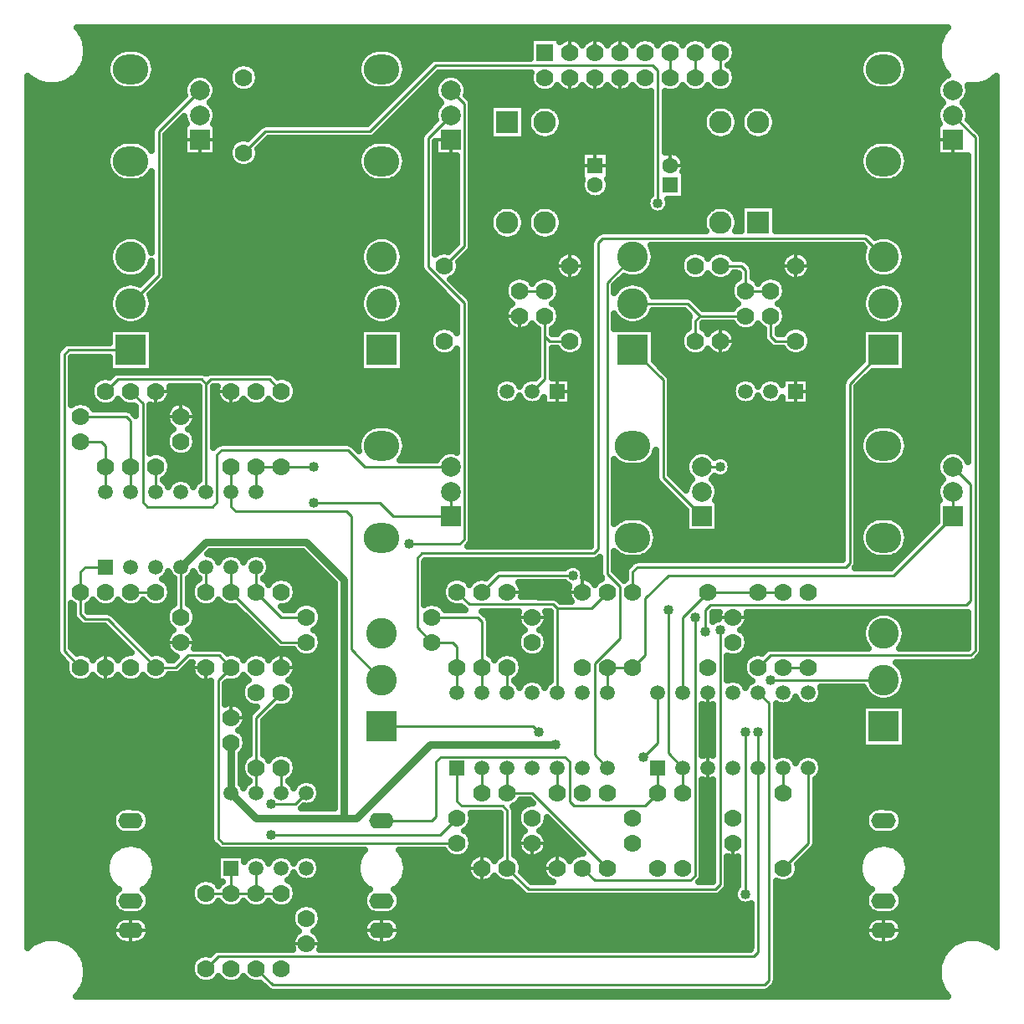
<source format=gbr>
G04 DipTrace 3.2.0.1*
G04 Bottom.gbr*
%MOIN*%
G04 #@! TF.FileFunction,Copper,L2,Bot*
G04 #@! TF.Part,Single*
G04 #@! TA.AperFunction,Conductor*
%ADD14C,0.01*%
%ADD15C,0.03*%
G04 #@! TA.AperFunction,CopperBalancing*
%ADD16C,0.025*%
%ADD17C,0.012992*%
G04 #@! TA.AperFunction,ComponentPad*
%ADD19C,0.07*%
%ADD20R,0.062992X0.062992*%
%ADD21C,0.062992*%
%ADD22R,0.09X0.09*%
%ADD23C,0.09*%
%ADD24C,0.09*%
%ADD25R,0.07X0.07*%
%ADD26O,0.098425X0.062992*%
%ADD27R,0.059055X0.059055*%
%ADD28C,0.059055*%
%ADD29C,0.07874*%
%ADD30R,0.07874X0.07874*%
%ADD31O,0.141732X0.11811*%
%ADD32R,0.122047X0.122047*%
%ADD33C,0.122047*%
G04 #@! TA.AperFunction,ViaPad*
%ADD34C,0.04*%
%FSLAX26Y26*%
G04*
G70*
G90*
G75*
G01*
G04 Bottom*
%LPD*%
X1344000Y2144000D2*
D14*
Y2044000D1*
X1444000Y1944000D1*
X1544000D1*
X744000Y2444000D2*
Y2544000D1*
Y2626000D1*
X726000Y2644000D1*
X644000D1*
X2744000Y1344000D2*
X2692000Y1396000D1*
Y1760193D1*
X2792000Y1860193D1*
Y2067067D1*
X2742134Y2116933D1*
Y3277173D1*
X2844000Y3379039D1*
X2144000Y1644000D2*
Y1744000D1*
X2044000Y1844000D2*
X1985000Y1903000D1*
Y2180597D1*
X2003001Y2198598D1*
X2688134D1*
X2706134Y2216598D1*
Y3435063D1*
X2724134Y3453063D1*
X3769976D1*
X3844000Y3379039D1*
X2144000Y1744000D2*
Y1826000D1*
X2126000Y1844000D1*
X2044000D1*
X744000Y2144000D2*
X662000D1*
X644000Y2126000D1*
Y2044000D1*
X1244000Y1744000D2*
X1192000Y1692000D1*
Y1062000D1*
X1210000Y1044000D1*
X2144000D1*
X944000Y1744000D2*
X1024287D1*
X1072287Y1792000D1*
X1196000D1*
X1244000Y1744000D1*
X644000Y2044000D2*
Y1954657D1*
X662000Y1936657D1*
X751343D1*
X944000Y1744000D1*
X844000Y3008961D2*
X596000D1*
X578000Y2990961D1*
Y1810000D1*
X644000Y1744000D1*
X2494000Y3244000D2*
X2394000D1*
X2344000Y1344000D2*
Y1244000D1*
X2444000D1*
X2744000Y944000D1*
X844000Y2844000D2*
X892000Y2796000D1*
Y2401472D1*
X910000Y2383472D1*
X1168528D1*
X1186528Y2401472D1*
Y2592000D1*
X1204528Y2610000D1*
X1708346D1*
X1775921Y2542425D1*
X2119591D1*
X944000Y2044000D2*
X844000D1*
X2544000Y1244000D2*
Y1344000D1*
X1844000Y1508961D2*
X2446563D1*
X2468524Y1487000D1*
X3292000D2*
Y840291D1*
X1401476Y1200000D2*
X1500000D1*
X1544000Y1244000D1*
X2144000Y1144000D2*
X2077000Y1077000D1*
X1401476D1*
X2244000Y1244000D2*
Y1344000D1*
X1244000Y2144000D2*
Y2044000D1*
X1444000Y1844000D1*
X1544000D1*
X844000Y3194000D2*
X955458Y3305458D1*
Y3878293D1*
X1119591Y4042425D1*
X1144000Y2044000D2*
Y2144000D1*
X1444000Y2844000D2*
X1396000Y2892000D1*
X1162000D1*
X1144000Y2874000D1*
X1126000Y2892000D1*
X792000D1*
X744000Y2844000D1*
X1144000Y2874000D2*
Y2444000D1*
X1344000D2*
Y2544000D1*
X1444000D1*
X1572945Y2398476D2*
X1835740D1*
X1888642Y2345575D1*
X2119591D1*
X1444000Y2544000D2*
X1572945D1*
X2119591Y2345575D2*
Y2444000D1*
X844000D2*
Y2544000D1*
Y2726000D1*
X826000Y2744000D1*
X644000D1*
X944000Y2544000D2*
Y2444000D1*
X1444000Y844000D2*
X1344000D1*
X1244000D2*
X1144000D1*
X1344000D2*
Y944000D1*
X1244000Y844000D2*
Y944000D1*
X1344000Y844000D2*
X1244000D1*
X3444000Y1244000D2*
Y1344000D1*
X2119591Y4042425D2*
X2171965Y3990051D1*
Y3421965D1*
X2094000Y3344000D1*
X3094000Y3044000D2*
Y3125996D1*
X3112004Y3144000D1*
X3062004Y3194000D1*
X2844000D1*
X3112004Y3144000D2*
X3294000D1*
X2744000Y2044000D2*
X2678000Y1978000D1*
X2544000D1*
X2526000Y1996000D1*
X2192000D1*
X2144000Y2044000D1*
X2544000Y1978000D2*
Y1644000D1*
X2744000D2*
Y1744000D1*
X2844000D1*
X4119591Y2345575D2*
X3884016Y2110000D1*
X2984908D1*
X2893738Y2018829D1*
Y1793738D1*
X2844000Y1744000D1*
X4119591Y2444000D2*
Y2345575D1*
X3192000Y2542425D2*
X3119591D1*
X3092000Y1943224D2*
Y914000D1*
X3074000Y896000D1*
X2692000D1*
X2644000Y944000D1*
X2244000Y1644000D2*
Y1744000D1*
Y1926000D1*
X2226000Y1944000D1*
X2044000D1*
X2344000Y1744000D2*
Y1644000D1*
X3192000Y1894000D2*
Y878000D1*
X3174000Y860000D1*
X2428000D1*
X2344000Y944000D1*
Y1174000D1*
X2326000Y1192000D1*
X2162000D1*
X2144000Y1210000D1*
Y1344000D1*
X3119591Y2345575D2*
X2965105Y2500060D1*
Y2887856D1*
X2844000Y3008961D1*
X3394000Y3244000D2*
X3294000D1*
Y3326000D1*
X3276000Y3344000D1*
X3194000D1*
X2537097Y1437097D2*
D15*
X2037097D1*
X1744000Y1144000D1*
X1694000D1*
X1344000D1*
X1244000Y1244000D1*
Y1444000D1*
X1044000Y2144000D2*
X1144000Y2244000D1*
X1544000D1*
X1694000Y2094000D1*
Y1144000D1*
X1044000Y2144000D2*
D14*
Y1944000D1*
X3444000Y944000D2*
X3544000Y1044000D1*
Y1344000D1*
X3344000Y1644000D2*
X3386528Y1601472D1*
Y496000D1*
X3368528Y478000D1*
X1410000D1*
X1344000Y544000D1*
X3544000Y1744000D2*
X3444000D1*
X3844000Y3008961D2*
X3709190Y2874151D1*
Y2161000D1*
X3691190Y2143000D1*
X2862000D1*
X2844000Y2125000D1*
Y2044000D1*
X2119591Y3944000D2*
X2028000Y3852409D1*
Y3340004D1*
X2171965Y3196039D1*
Y2254230D1*
X2153967Y2236232D1*
X1952000D1*
X3344000Y1487000D2*
Y1344000D1*
Y610000D1*
X3326000Y592000D1*
X1192000D1*
X1144000Y544000D1*
X3394000Y3144000D2*
Y3062000D1*
X3412000Y3044000D1*
X3494000D1*
X3044000Y1244000D2*
Y1344000D1*
X2944000Y3594000D2*
Y4122000D1*
X2924000Y4142000D1*
X2058902D1*
X1796843Y3879941D1*
X1379941D1*
X1294000Y3794000D1*
X3044000Y1344000D2*
X2986528Y1401472D1*
Y1973000D1*
X2494000Y3144000D2*
Y3062000D1*
Y2894000D1*
X2444000Y2844000D1*
X2494000Y3062000D2*
X2512000Y3044000D1*
X2594000D1*
X2944000Y1344000D2*
Y1244000D1*
X2892000Y1192000D1*
X2610000D1*
X2592000Y1210000D1*
Y1368528D1*
X2574000Y1386528D1*
X2078000D1*
X2060000Y1368528D1*
Y1150976D1*
X2042000Y1132976D1*
X1844000D1*
X3444000Y2044000D2*
X3344000D1*
X3144000D2*
X3044000Y1944000D1*
Y1644000D1*
X3344000Y2044000D2*
X3144000D1*
X2944000Y1644000D2*
Y1444055D1*
X2886472Y1386528D1*
X3344000Y1744000D2*
X3392000Y1792000D1*
X4189965D1*
X4207965Y1810000D1*
Y3855626D1*
X4119591Y3944000D1*
X1244000Y2544000D2*
Y2444000D1*
Y2383476D1*
X1262000Y2365476D1*
X1704000D1*
X1722000Y2347476D1*
Y1816000D1*
X1844000Y1694000D1*
X3392000D2*
X3844000D1*
X1344000Y1244000D2*
Y1344000D1*
Y1544000D1*
X1444000Y1644000D1*
Y1344000D2*
Y1244000D1*
X2605000Y2110000D2*
X2310000D1*
X2244000Y2044000D1*
X3134000Y1887000D2*
Y1974000D1*
X3152000Y1992000D1*
X4171965D1*
X4189965Y2010000D1*
Y2472051D1*
X4119591Y2542425D1*
X2994000Y4094000D2*
Y4194000D1*
X3094000Y4094000D2*
Y4194000D1*
X3194000Y4094000D2*
Y4194000D1*
D34*
X2537097Y1437097D3*
X2444000Y944000D3*
X3144000Y1044000D3*
X2444000Y694000D3*
X3192000Y1894000D3*
Y2542425D3*
X3092000Y1943224D3*
X3292000Y1487000D3*
X2468524D3*
X1401476Y1200000D3*
Y1077000D3*
X2605000Y2110000D3*
X1952000Y2236232D3*
X3344000Y1487000D3*
X2986528Y1973000D3*
X2944000Y3594000D3*
X2886472Y1386528D3*
X3392000Y1694000D3*
X1572945Y2398476D3*
Y2544000D3*
X3292000Y840291D3*
X4044000Y1894000D3*
X3134000Y1887000D3*
X650774Y4267655D2*
D16*
X4077199D1*
X661970Y4242786D2*
X2432986D1*
X2628782D2*
X2659200D1*
X2728791D2*
X2759209D1*
X2828800D2*
X2859218D1*
X2928774D2*
X2959227D1*
X3028783D2*
X3059201D1*
X3128792D2*
X3159210D1*
X3228766D2*
X4066003D1*
X667819Y4217917D2*
X2432986D1*
X3249901D2*
X4060190D1*
X669003Y4193049D2*
X780052D1*
X907920D2*
X1780073D1*
X1907940D2*
X2432986D1*
X3254997D2*
X3780078D1*
X3907946D2*
X4059006D1*
X665630Y4168180D2*
X758091D1*
X929917D2*
X1758112D1*
X1929902D2*
X2045149D1*
X3249004D2*
X3758081D1*
X3929907D2*
X4062379D1*
X657376Y4143311D2*
X748761D1*
X939247D2*
X1260039D1*
X1327980D2*
X1748746D1*
X1939267D2*
X2017411D1*
X3227976D2*
X3748751D1*
X3939237D2*
X4070632D1*
X643095Y4118442D2*
X747577D1*
X940431D2*
X1238365D1*
X1349654D2*
X1747598D1*
X1940416D2*
X1992543D1*
X3249650D2*
X3747603D1*
X3940421D2*
X4084914D1*
X619985Y4093573D2*
X754252D1*
X933757D2*
X1080547D1*
X1158643D2*
X1233019D1*
X1355001D2*
X1754236D1*
X1933777D2*
X1967675D1*
X2053271D2*
X2080531D1*
X2158663D2*
X2432986D1*
X3254997D2*
X3754241D1*
X3933782D2*
X4080536D1*
X435002Y4068705D2*
X482178D1*
X575848D2*
X771297D1*
X916712D2*
X1059985D1*
X1179204D2*
X1238760D1*
X1349259D2*
X1771317D1*
X1916696D2*
X1942808D1*
X2028404D2*
X2059970D1*
X2179189D2*
X2438763D1*
X3249255D2*
X3771322D1*
X3916701D2*
X4059975D1*
X4245831D2*
X4290028D1*
X435002Y4043836D2*
X1054243D1*
X1184946D2*
X1261403D1*
X1326581D2*
X1917940D1*
X2003536D2*
X2054228D1*
X2184930D2*
X2461406D1*
X2526584D2*
X2561415D1*
X2626593D2*
X2661389D1*
X2726602D2*
X2761398D1*
X2826611D2*
X2861407D1*
X3026594D2*
X3061390D1*
X3126603D2*
X3161399D1*
X3226612D2*
X4054233D1*
X4184936D2*
X4290028D1*
X435002Y4018967D2*
X1053311D1*
X1180424D2*
X1893072D1*
X1978668D2*
X2058750D1*
X2185863D2*
X2913008D1*
X2974993D2*
X4058755D1*
X4180414D2*
X4290028D1*
X435002Y3994098D2*
X1028443D1*
X1162303D2*
X1868204D1*
X1953800D2*
X2076871D1*
X2202693D2*
X2913008D1*
X2974993D2*
X4076876D1*
X4162293D2*
X4290028D1*
X435002Y3969230D2*
X1003575D1*
X1179671D2*
X1843337D1*
X1928933D2*
X2059503D1*
X2202980D2*
X2273014D1*
X2414984D2*
X2448380D1*
X2539610D2*
X2913008D1*
X2974993D2*
X3148373D1*
X3239603D2*
X3298369D1*
X3389598D2*
X4059508D1*
X4179661D2*
X4290028D1*
X435002Y3944361D2*
X978707D1*
X1184946D2*
X1818469D1*
X1904065D2*
X2054228D1*
X2202980D2*
X2273014D1*
X2414984D2*
X2429146D1*
X2558844D2*
X2913008D1*
X2974993D2*
X3129139D1*
X3258836D2*
X3279135D1*
X3408868D2*
X4054233D1*
X4184971D2*
X4290028D1*
X435002Y3919492D2*
X953840D1*
X1039471D2*
X1059196D1*
X1179994D2*
X1793601D1*
X1879197D2*
X2052290D1*
X2202980D2*
X2273014D1*
X2564908D2*
X2913008D1*
X2974993D2*
X3123074D1*
X3414897D2*
X4059185D1*
X4186909D2*
X4290028D1*
X435002Y3894623D2*
X929618D1*
X1014604D2*
X1054208D1*
X1184946D2*
X1351831D1*
X1854329D2*
X2027423D1*
X2202980D2*
X2273014D1*
X2561571D2*
X2913008D1*
X2974993D2*
X3126412D1*
X3261564D2*
X3276408D1*
X3411595D2*
X4054233D1*
X4211777D2*
X4290028D1*
X435002Y3869755D2*
X924450D1*
X989736D2*
X1054208D1*
X1184946D2*
X1326963D1*
X1829462D2*
X2002878D1*
X2202980D2*
X2273014D1*
X2414984D2*
X2440952D1*
X2547038D2*
X2913008D1*
X2974993D2*
X3140981D1*
X3247031D2*
X3290977D1*
X3397026D2*
X4054233D1*
X4235209D2*
X4290028D1*
X435002Y3844886D2*
X924450D1*
X986470D2*
X1054208D1*
X1184946D2*
X1262623D1*
X1387691D2*
X1996993D1*
X2202980D2*
X2913008D1*
X2974993D2*
X4054233D1*
X4238977D2*
X4290028D1*
X435002Y3820017D2*
X772050D1*
X986470D2*
X1054208D1*
X1184946D2*
X1239119D1*
X1362824D2*
X1772035D1*
X1915978D2*
X1996993D1*
X2202980D2*
X2913008D1*
X2974993D2*
X3772040D1*
X3915948D2*
X4054233D1*
X4238977D2*
X4290028D1*
X435002Y3795148D2*
X754575D1*
X986470D2*
X1054208D1*
X1184946D2*
X1233019D1*
X1355001D2*
X1754559D1*
X1933454D2*
X1996993D1*
X2202980D2*
X2636521D1*
X2751506D2*
X2913008D1*
X3016726D2*
X3754564D1*
X3933423D2*
X4054233D1*
X4238977D2*
X4290028D1*
X435002Y3770280D2*
X747649D1*
X986470D2*
X1238042D1*
X1349977D2*
X1747670D1*
X1940344D2*
X1996993D1*
X2059013D2*
X2140960D1*
X2202980D2*
X2636521D1*
X2751506D2*
X2913008D1*
X3044823D2*
X3747675D1*
X3940349D2*
X4176957D1*
X4238977D2*
X4290028D1*
X435002Y3745411D2*
X748618D1*
X986470D2*
X1258927D1*
X1329093D2*
X1748603D1*
X1939411D2*
X1996993D1*
X2059013D2*
X2140960D1*
X2202980D2*
X2636521D1*
X2751506D2*
X2913008D1*
X3051462D2*
X3748608D1*
X3939380D2*
X4176957D1*
X4238977D2*
X4290028D1*
X435002Y3720542D2*
X757697D1*
X986470D2*
X1757681D1*
X1930296D2*
X1996993D1*
X2059013D2*
X2140960D1*
X2202980D2*
X2636521D1*
X2751506D2*
X2913008D1*
X3051498D2*
X3757686D1*
X3930301D2*
X4176957D1*
X4238977D2*
X4290028D1*
X435002Y3695673D2*
X779119D1*
X908889D2*
X924450D1*
X986470D2*
X1779140D1*
X1908873D2*
X1996993D1*
X2059013D2*
X2140960D1*
X2202980D2*
X2636521D1*
X2751506D2*
X2913008D1*
X3051498D2*
X3779109D1*
X3908879D2*
X4176957D1*
X4238977D2*
X4290028D1*
X435002Y3670804D2*
X924450D1*
X986470D2*
X1996993D1*
X2059013D2*
X2140960D1*
X2202980D2*
X2636700D1*
X2751291D2*
X2913008D1*
X3051498D2*
X4176957D1*
X4238977D2*
X4290028D1*
X435002Y3645936D2*
X924450D1*
X986470D2*
X1996993D1*
X2059013D2*
X2140960D1*
X2202980D2*
X2640289D1*
X2747702D2*
X2913008D1*
X3051498D2*
X4176957D1*
X4238977D2*
X4290028D1*
X435002Y3621067D2*
X924450D1*
X986470D2*
X1996993D1*
X2059013D2*
X2140960D1*
X2202980D2*
X2659774D1*
X2728217D2*
X2907446D1*
X3051498D2*
X4176957D1*
X4238977D2*
X4290028D1*
X435002Y3596198D2*
X924450D1*
X986470D2*
X1996993D1*
X2059013D2*
X2140960D1*
X2202980D2*
X2898045D1*
X2989956D2*
X4176957D1*
X4238977D2*
X4290028D1*
X435002Y3571329D2*
X924450D1*
X986470D2*
X1996993D1*
X2059013D2*
X2140960D1*
X2202980D2*
X2301111D1*
X2386887D2*
X2451107D1*
X2536883D2*
X2904360D1*
X2983641D2*
X3151100D1*
X3236875D2*
X3272999D1*
X3415004D2*
X4176957D1*
X4238977D2*
X4290028D1*
X435002Y3546461D2*
X924450D1*
X986470D2*
X1996993D1*
X2059013D2*
X2140960D1*
X2202980D2*
X2280155D1*
X2407843D2*
X2430151D1*
X2557839D2*
X3130144D1*
X3257868D2*
X3272999D1*
X3415004D2*
X4176957D1*
X4238977D2*
X4290028D1*
X435002Y3521592D2*
X924450D1*
X986470D2*
X1996993D1*
X2059013D2*
X2140960D1*
X2202980D2*
X2273229D1*
X2564765D2*
X3123218D1*
X3415004D2*
X4176957D1*
X4238977D2*
X4290028D1*
X435002Y3496723D2*
X924450D1*
X986470D2*
X1996993D1*
X2059013D2*
X2140960D1*
X2202980D2*
X2275777D1*
X2412221D2*
X2425773D1*
X2562217D2*
X3125766D1*
X3415004D2*
X4176957D1*
X4238977D2*
X4290028D1*
X435002Y3471854D2*
X924450D1*
X986470D2*
X1996993D1*
X2059013D2*
X2140960D1*
X2202980D2*
X2289126D1*
X2398872D2*
X2439122D1*
X2548868D2*
X2700108D1*
X3793977D2*
X4176957D1*
X4238977D2*
X4290028D1*
X435002Y3446986D2*
X791212D1*
X896760D2*
X924450D1*
X986470D2*
X1791233D1*
X1896780D2*
X1996993D1*
X2059013D2*
X2140960D1*
X2202980D2*
X2677752D1*
X3896786D2*
X4176957D1*
X4238977D2*
X4290028D1*
X435002Y3422117D2*
X768785D1*
X986470D2*
X1768769D1*
X1919208D2*
X1996993D1*
X2059013D2*
X2129298D1*
X2202980D2*
X2675132D1*
X2919229D2*
X3758117D1*
X3919213D2*
X4176957D1*
X4238977D2*
X4290028D1*
X435002Y3397248D2*
X758953D1*
X986470D2*
X1758973D1*
X1929040D2*
X1996993D1*
X2190062D2*
X2567264D1*
X2620744D2*
X2675132D1*
X2929025D2*
X3067275D1*
X3120718D2*
X3167284D1*
X3220727D2*
X3467276D1*
X3520719D2*
X3758978D1*
X3929045D2*
X4176957D1*
X4238977D2*
X4290028D1*
X435002Y3372379D2*
X757230D1*
X986470D2*
X1757251D1*
X1930763D2*
X1996993D1*
X2165194D2*
X2540351D1*
X2647657D2*
X2675132D1*
X2930747D2*
X3040361D1*
X3281121D2*
X3440362D1*
X3547668D2*
X3757256D1*
X3930768D2*
X4176957D1*
X4238977D2*
X4290028D1*
X435002Y3347510D2*
X763079D1*
X986470D2*
X1763064D1*
X1924914D2*
X1996993D1*
X2154895D2*
X2533103D1*
X2654906D2*
X2675132D1*
X2924934D2*
X3033113D1*
X3315282D2*
X3433114D1*
X3554881D2*
X3763069D1*
X3924919D2*
X4176957D1*
X4238977D2*
X4290028D1*
X435002Y3322642D2*
X778545D1*
X909463D2*
X924450D1*
X986470D2*
X1778530D1*
X1909448D2*
X2002914D1*
X2150948D2*
X2537050D1*
X2650958D2*
X2675132D1*
X2909468D2*
X3037024D1*
X3325007D2*
X3437025D1*
X3550970D2*
X3778535D1*
X3909453D2*
X4176957D1*
X4238977D2*
X4290028D1*
X435002Y3297773D2*
X818269D1*
X869739D2*
X904965D1*
X985394D2*
X1818254D1*
X1869724D2*
X2027423D1*
X2132360D2*
X2368466D1*
X2419541D2*
X2468475D1*
X2519550D2*
X2555638D1*
X2632334D2*
X2675132D1*
X2805547D2*
X2818261D1*
X2869744D2*
X3055648D1*
X3132345D2*
X3155657D1*
X3232354D2*
X3262987D1*
X3325007D2*
X3368451D1*
X3419526D2*
X3455649D1*
X3532346D2*
X3818259D1*
X3869729D2*
X4176957D1*
X4238977D2*
X4290028D1*
X435002Y3272904D2*
X811200D1*
X965693D2*
X1811185D1*
X1876793D2*
X2052290D1*
X2137922D2*
X2340656D1*
X2547361D2*
X2675132D1*
X2780680D2*
X2811205D1*
X2876813D2*
X3240631D1*
X3447372D2*
X3811190D1*
X3876798D2*
X4176957D1*
X4238977D2*
X4290028D1*
X435002Y3248035D2*
X776500D1*
X940826D2*
X1776520D1*
X1911493D2*
X2077158D1*
X2162790D2*
X2333156D1*
X2554861D2*
X2675132D1*
X2911513D2*
X3233131D1*
X3454872D2*
X3776490D1*
X3911498D2*
X4176957D1*
X4238977D2*
X4290028D1*
X435002Y3223167D2*
X762182D1*
X925826D2*
X1762167D1*
X1925847D2*
X2102026D1*
X2187658D2*
X2336852D1*
X2551164D2*
X2675132D1*
X2925831D2*
X3236827D1*
X3451176D2*
X3762172D1*
X3925816D2*
X4176957D1*
X4238977D2*
X4290028D1*
X435002Y3198298D2*
X757087D1*
X930922D2*
X1757071D1*
X1930906D2*
X2126894D1*
X2202873D2*
X2354973D1*
X2533007D2*
X2675132D1*
X3100515D2*
X3254985D1*
X3433018D2*
X3757076D1*
X3930911D2*
X4176957D1*
X4238977D2*
X4290028D1*
X435002Y3173429D2*
X759527D1*
X928482D2*
X1759511D1*
X1928466D2*
X2140960D1*
X2202980D2*
X2340943D1*
X2547074D2*
X2675132D1*
X3125383D2*
X3240954D1*
X3447049D2*
X3759516D1*
X3928471D2*
X4176957D1*
X4238977D2*
X4290028D1*
X435002Y3148560D2*
X770220D1*
X917788D2*
X1770241D1*
X1917773D2*
X2140960D1*
X2202980D2*
X2333192D1*
X2554825D2*
X2675132D1*
X2917757D2*
X3064655D1*
X3454836D2*
X3770246D1*
X3917778D2*
X4176957D1*
X4238977D2*
X4290028D1*
X435002Y3123692D2*
X794586D1*
X893423D2*
X1794570D1*
X1893407D2*
X2140960D1*
X2202980D2*
X2336637D1*
X2551380D2*
X2675132D1*
X2773144D2*
X2794591D1*
X2893428D2*
X3063004D1*
X3451355D2*
X3794575D1*
X3893412D2*
X4176957D1*
X4238977D2*
X4290028D1*
X435002Y3098823D2*
X2071094D1*
X2116930D2*
X2140960D1*
X2202980D2*
X2354328D1*
X2433680D2*
X2454337D1*
X2533653D2*
X2571104D1*
X2616904D2*
X2675132D1*
X2773144D2*
X3063004D1*
X3124988D2*
X3171088D1*
X3216924D2*
X3254339D1*
X3333655D2*
X3354348D1*
X3433664D2*
X3471079D1*
X3516916D2*
X4176957D1*
X4238977D2*
X4290028D1*
X435002Y3073954D2*
X756979D1*
X931029D2*
X1756964D1*
X1931014D2*
X2041238D1*
X2202980D2*
X2462985D1*
X2525005D2*
X2541248D1*
X2646760D2*
X2675132D1*
X2931034D2*
X3041259D1*
X3246743D2*
X3362996D1*
X3425016D2*
X3441260D1*
X3546735D2*
X3756969D1*
X3931019D2*
X4176957D1*
X4238977D2*
X4290028D1*
X435002Y3049085D2*
X756979D1*
X931029D2*
X1756964D1*
X1931014D2*
X2033236D1*
X2202980D2*
X2462985D1*
X2654762D2*
X2675132D1*
X2931034D2*
X3033220D1*
X3254782D2*
X3366082D1*
X3554773D2*
X3756969D1*
X3931019D2*
X4176957D1*
X4238977D2*
X4290028D1*
X435002Y3024217D2*
X568443D1*
X931029D2*
X1756964D1*
X1931014D2*
X2036430D1*
X2202980D2*
X2462985D1*
X2651568D2*
X2675132D1*
X2931034D2*
X3036450D1*
X3251552D2*
X3388976D1*
X3551544D2*
X3756969D1*
X3931019D2*
X4176957D1*
X4238977D2*
X4290028D1*
X435002Y2999348D2*
X548276D1*
X931029D2*
X1756964D1*
X1931014D2*
X2053690D1*
X2202980D2*
X2462985D1*
X2525005D2*
X2553700D1*
X2634308D2*
X2675132D1*
X2931034D2*
X3053710D1*
X3134282D2*
X3153720D1*
X3234292D2*
X3453711D1*
X3534283D2*
X3756969D1*
X3931019D2*
X4176957D1*
X4238977D2*
X4290028D1*
X435002Y2974479D2*
X546985D1*
X609005D2*
X756979D1*
X931029D2*
X1756964D1*
X1931014D2*
X2140960D1*
X2202980D2*
X2462985D1*
X2525005D2*
X2675132D1*
X2931034D2*
X3756969D1*
X3931019D2*
X4176957D1*
X4238977D2*
X4290028D1*
X435002Y2949610D2*
X546985D1*
X609005D2*
X756979D1*
X931029D2*
X1756964D1*
X1931014D2*
X2140960D1*
X2202980D2*
X2462985D1*
X2525005D2*
X2675132D1*
X2946142D2*
X3741861D1*
X3931019D2*
X4176957D1*
X4238977D2*
X4290028D1*
X435002Y2924741D2*
X546985D1*
X609005D2*
X756979D1*
X931029D2*
X1756964D1*
X1931014D2*
X2140960D1*
X2202980D2*
X2462985D1*
X2525005D2*
X2675132D1*
X2971009D2*
X3716958D1*
X3931019D2*
X4176957D1*
X4238977D2*
X4290028D1*
X435002Y2899873D2*
X546985D1*
X609005D2*
X724181D1*
X1463838D2*
X2140960D1*
X2202980D2*
X2457064D1*
X2525005D2*
X2675132D1*
X2993437D2*
X3692090D1*
X3777722D2*
X4176957D1*
X4238977D2*
X4290028D1*
X435002Y2875004D2*
X546985D1*
X609005D2*
X691885D1*
X1496098D2*
X2140960D1*
X2202980D2*
X2298492D1*
X2599536D2*
X2675132D1*
X2996092D2*
X3248490D1*
X3549534D2*
X3678203D1*
X3752854D2*
X4176957D1*
X4238977D2*
X4290028D1*
X435002Y2850135D2*
X546985D1*
X609005D2*
X683309D1*
X1004664D2*
X1112986D1*
X1504674D2*
X2140960D1*
X2202980D2*
X2288839D1*
X2599536D2*
X2675132D1*
X2996092D2*
X3238837D1*
X3549534D2*
X3678203D1*
X3740187D2*
X4176957D1*
X4238977D2*
X4290028D1*
X435002Y2825266D2*
X546985D1*
X609005D2*
X686072D1*
X1001936D2*
X1112986D1*
X1501911D2*
X2140960D1*
X2202980D2*
X2291889D1*
X2599536D2*
X2675132D1*
X2996092D2*
X3241887D1*
X3549534D2*
X3678203D1*
X3740187D2*
X4176957D1*
X4238977D2*
X4290028D1*
X435002Y2800398D2*
X546985D1*
X609005D2*
X625966D1*
X662041D2*
X702507D1*
X785519D2*
X802516D1*
X985501D2*
X1025967D1*
X1062042D2*
X1112986D1*
X1175006D2*
X1202481D1*
X1285493D2*
X1302490D1*
X1385503D2*
X1402500D1*
X1485512D2*
X2140960D1*
X2202980D2*
X2311338D1*
X2376696D2*
X2411312D1*
X2599536D2*
X2675132D1*
X2996092D2*
X3261336D1*
X3326693D2*
X3361310D1*
X3549534D2*
X3678203D1*
X3740187D2*
X4176957D1*
X4238977D2*
X4290028D1*
X435002Y2775529D2*
X546985D1*
X695773D2*
X861007D1*
X922991D2*
X992236D1*
X1095774D2*
X1112986D1*
X1175006D2*
X2140960D1*
X2202980D2*
X2675132D1*
X2996092D2*
X3678203D1*
X3740187D2*
X4176957D1*
X4238977D2*
X4290028D1*
X435002Y2750660D2*
X546985D1*
X922991D2*
X983372D1*
X1175006D2*
X2140960D1*
X2202980D2*
X2675132D1*
X2996092D2*
X3678203D1*
X3740187D2*
X4176957D1*
X4238977D2*
X4290028D1*
X435002Y2725791D2*
X546985D1*
X922991D2*
X985920D1*
X1175006D2*
X2140960D1*
X2202980D2*
X2675132D1*
X2996092D2*
X3678203D1*
X3740187D2*
X4176957D1*
X4238977D2*
X4290028D1*
X435002Y2700923D2*
X546985D1*
X922991D2*
X1001924D1*
X1086085D2*
X1112986D1*
X1175006D2*
X1792776D1*
X1895202D2*
X2140960D1*
X2202980D2*
X2675132D1*
X2996092D2*
X3678203D1*
X3740187D2*
X3792781D1*
X3895207D2*
X4176957D1*
X4238977D2*
X4290028D1*
X435002Y2676054D2*
X546985D1*
X922991D2*
X992559D1*
X1095451D2*
X1112986D1*
X1175006D2*
X1763243D1*
X1924770D2*
X2140960D1*
X2202980D2*
X2675132D1*
X2996092D2*
X3678203D1*
X3740187D2*
X3763248D1*
X3924775D2*
X4176957D1*
X4238977D2*
X4290028D1*
X435002Y2651185D2*
X546985D1*
X922991D2*
X983444D1*
X1175006D2*
X1750720D1*
X1937258D2*
X2140960D1*
X2202980D2*
X2675132D1*
X2996092D2*
X3678203D1*
X3937263D2*
X4176957D1*
X4238977D2*
X4290028D1*
X435002Y2626316D2*
X546985D1*
X922991D2*
X985741D1*
X1940846D2*
X2140960D1*
X2202980D2*
X2675132D1*
X2996092D2*
X3678203D1*
X3940851D2*
X4176957D1*
X4238977D2*
X4290028D1*
X435002Y2601448D2*
X546985D1*
X957548D2*
X1001350D1*
X1086659D2*
X1112986D1*
X1936791D2*
X2095423D1*
X2202980D2*
X2675132D1*
X2996092D2*
X3095444D1*
X3143756D2*
X3678203D1*
X3936796D2*
X4095428D1*
X4143741D2*
X4176957D1*
X4238977D2*
X4290028D1*
X435002Y2576579D2*
X546985D1*
X995083D2*
X1112986D1*
X1923622D2*
X2064312D1*
X2202980D2*
X2675132D1*
X2996092D2*
X3064296D1*
X3221445D2*
X3678203D1*
X3740187D2*
X3764361D1*
X3923627D2*
X4064317D1*
X4238977D2*
X4290028D1*
X435002Y2551710D2*
X546985D1*
X1004484D2*
X1112986D1*
X2202980D2*
X2675132D1*
X2773144D2*
X2795990D1*
X2892028D2*
X2934108D1*
X2996092D2*
X3054895D1*
X3236983D2*
X3678203D1*
X3740187D2*
X3795975D1*
X3892013D2*
X4054915D1*
X4238977D2*
X4290028D1*
X435002Y2526841D2*
X546985D1*
X1002439D2*
X1112986D1*
X2202980D2*
X2675132D1*
X2773144D2*
X2934108D1*
X2996092D2*
X3056186D1*
X3235117D2*
X3678203D1*
X3740187D2*
X4056171D1*
X4238977D2*
X4290028D1*
X435002Y2501972D2*
X546985D1*
X987188D2*
X1112986D1*
X2202980D2*
X2675132D1*
X2773144D2*
X2934108D1*
X3005996D2*
X3068961D1*
X3210500D2*
X3678203D1*
X3740187D2*
X4068946D1*
X4238977D2*
X4290028D1*
X435002Y2477104D2*
X546985D1*
X2202980D2*
X2675132D1*
X2773144D2*
X2945268D1*
X3030864D2*
X3063650D1*
X3175549D2*
X3678203D1*
X3740187D2*
X4063635D1*
X4238977D2*
X4290028D1*
X435002Y2452235D2*
X546985D1*
X2202980D2*
X2675132D1*
X2773144D2*
X2970136D1*
X3184413D2*
X3678203D1*
X3740187D2*
X4054772D1*
X4238977D2*
X4290028D1*
X435002Y2427366D2*
X546985D1*
X2202980D2*
X2675132D1*
X2773144D2*
X2995004D1*
X3182726D2*
X3678203D1*
X3740187D2*
X4056458D1*
X4238977D2*
X4290028D1*
X435002Y2402497D2*
X546985D1*
X2202980D2*
X2675132D1*
X2773144D2*
X3019872D1*
X3184951D2*
X3678203D1*
X3740187D2*
X4054233D1*
X4238977D2*
X4290028D1*
X435002Y2377629D2*
X546985D1*
X2202980D2*
X2675132D1*
X2773144D2*
X3044739D1*
X3184951D2*
X3678203D1*
X3740187D2*
X4054233D1*
X4238977D2*
X4290028D1*
X435002Y2352760D2*
X546985D1*
X2202980D2*
X2675132D1*
X2773144D2*
X3054213D1*
X3184951D2*
X3678203D1*
X3740187D2*
X4054233D1*
X4238977D2*
X4290028D1*
X435002Y2327891D2*
X546985D1*
X2202980D2*
X2675132D1*
X2906597D2*
X3054213D1*
X3184951D2*
X3678203D1*
X3740187D2*
X3781406D1*
X3906582D2*
X4054233D1*
X4238977D2*
X4290028D1*
X435002Y2303022D2*
X546985D1*
X2202980D2*
X2675132D1*
X2929312D2*
X3054213D1*
X3184951D2*
X3678203D1*
X3740187D2*
X3758655D1*
X3929332D2*
X4034246D1*
X4238977D2*
X4290028D1*
X435002Y2278154D2*
X546985D1*
X2202980D2*
X2675132D1*
X2939037D2*
X3678203D1*
X3939057D2*
X4009378D1*
X4238977D2*
X4290028D1*
X435002Y2253285D2*
X546985D1*
X2202944D2*
X2675132D1*
X2940508D2*
X3678203D1*
X3940528D2*
X3984510D1*
X4238977D2*
X4290028D1*
X435002Y2228416D2*
X546985D1*
X2188949D2*
X2675132D1*
X2934192D2*
X3678203D1*
X3740187D2*
X3753811D1*
X3934177D2*
X3959643D1*
X4238977D2*
X4290028D1*
X435002Y2203547D2*
X546985D1*
X1160509D2*
X1527520D1*
X2917650D2*
X3678203D1*
X3740187D2*
X3770353D1*
X3917670D2*
X3934775D1*
X4238977D2*
X4290028D1*
X435002Y2178678D2*
X546985D1*
X1186632D2*
X1201369D1*
X1286606D2*
X1301378D1*
X1386615D2*
X1552388D1*
X2773144D2*
X2822616D1*
X2865402D2*
X3678203D1*
X3740187D2*
X3822601D1*
X3865387D2*
X3909871D1*
X4238977D2*
X4290028D1*
X435002Y2153810D2*
X546985D1*
X1398600D2*
X1577256D1*
X2015988D2*
X2711124D1*
X2773144D2*
X2830008D1*
X3739254D2*
X3885003D1*
X4238977D2*
X4290028D1*
X435002Y2128941D2*
X546985D1*
X1397344D2*
X1602123D1*
X2015988D2*
X2286148D1*
X2646652D2*
X2711124D1*
X2773144D2*
X2813286D1*
X4238977D2*
X4290028D1*
X435002Y2104072D2*
X546985D1*
X981411D2*
X1006589D1*
X1081384D2*
X1106599D1*
X1381412D2*
X1626991D1*
X2015988D2*
X2261280D1*
X2650600D2*
X2714210D1*
X2797796D2*
X2812999D1*
X4238977D2*
X4290028D1*
X435002Y2079203D2*
X546985D1*
X993217D2*
X1013013D1*
X1074997D2*
X1094793D1*
X1493227D2*
X1651859D1*
X2015988D2*
X2094777D1*
X2393238D2*
X2571786D1*
X4238977D2*
X4290028D1*
X435002Y2054335D2*
X546985D1*
X1504064D2*
X1653007D1*
X2015988D2*
X2083904D1*
X2404075D2*
X2583915D1*
X4238977D2*
X4290028D1*
X435002Y2029466D2*
X546985D1*
X1503167D2*
X1653007D1*
X2015988D2*
X2084837D1*
X2403178D2*
X2584848D1*
X4238977D2*
X4290028D1*
X435002Y2004597D2*
X546985D1*
X989736D2*
X1013013D1*
X1074997D2*
X1098273D1*
X1489746D2*
X1653007D1*
X2015988D2*
X2098258D1*
X4238977D2*
X4290028D1*
X435002Y1979728D2*
X546985D1*
X674996D2*
X995178D1*
X1092831D2*
X1265458D1*
X1451063D2*
X1495188D1*
X1592805D2*
X1653007D1*
X2092816D2*
X2165469D1*
X4238977D2*
X4290028D1*
X435002Y1954860D2*
X546985D1*
X775938D2*
X984018D1*
X1103991D2*
X1290326D1*
X1603965D2*
X1653007D1*
X2257955D2*
X2384004D1*
X3164999D2*
X3184006D1*
X3303979D2*
X3804156D1*
X3883867D2*
X4176957D1*
X4238977D2*
X4290028D1*
X435002Y1929991D2*
X546985D1*
X609005D2*
X625858D1*
X800806D2*
X984700D1*
X1103309D2*
X1315193D1*
X1603284D2*
X1653007D1*
X2274713D2*
X2384686D1*
X3303297D2*
X3774050D1*
X3913938D2*
X4176957D1*
X4238977D2*
X4290028D1*
X435002Y1905122D2*
X546985D1*
X609005D2*
X740077D1*
X825673D2*
X997798D1*
X1090212D2*
X1340061D1*
X1590222D2*
X1653007D1*
X2275000D2*
X2397783D1*
X2490197D2*
X2513007D1*
X3290199D2*
X3761095D1*
X3926892D2*
X4176957D1*
X4238977D2*
X4290028D1*
X435002Y1880253D2*
X546985D1*
X609005D2*
X764945D1*
X850541D2*
X995573D1*
X1092400D2*
X1364929D1*
X1592411D2*
X1653007D1*
X2275000D2*
X2395594D1*
X2492422D2*
X2513007D1*
X3292424D2*
X3756969D1*
X3931019D2*
X4176957D1*
X4238977D2*
X4290028D1*
X435002Y1855385D2*
X546985D1*
X609005D2*
X789813D1*
X875409D2*
X984126D1*
X1103883D2*
X1389797D1*
X1603894D2*
X1653007D1*
X2275000D2*
X2384111D1*
X3303871D2*
X3760342D1*
X3927646D2*
X4176957D1*
X4238977D2*
X4290028D1*
X435002Y1830516D2*
X546985D1*
X609005D2*
X814681D1*
X900277D2*
X984592D1*
X1103417D2*
X1414664D1*
X1603427D2*
X1653007D1*
X2275000D2*
X2384578D1*
X3303441D2*
X3772291D1*
X3915697D2*
X4176957D1*
X4238977D2*
X4290028D1*
X435002Y1805647D2*
X547343D1*
X625152D2*
X839548D1*
X925144D2*
X997331D1*
X1225172D2*
X1497341D1*
X1590688D2*
X1653007D1*
X2275000D2*
X2397317D1*
X2490664D2*
X2513007D1*
X3290666D2*
X3362853D1*
X4238618D2*
X4290028D1*
X435002Y1780778D2*
X564424D1*
X991997D2*
X1018252D1*
X1492007D2*
X1653007D1*
X2391982D2*
X2513007D1*
X3222988D2*
X3296000D1*
X4221537D2*
X4290028D1*
X435002Y1755909D2*
X584232D1*
X1503777D2*
X1653007D1*
X2403788D2*
X2513007D1*
X3222988D2*
X3284230D1*
X3904034D2*
X4290028D1*
X435002Y1731041D2*
X584448D1*
X1054148D2*
X1084458D1*
X1503561D2*
X1653007D1*
X2403537D2*
X2513007D1*
X3222988D2*
X3284446D1*
X3922479D2*
X4290028D1*
X435002Y1706172D2*
X596864D1*
X991135D2*
X1096874D1*
X1491110D2*
X1653007D1*
X2391121D2*
X2513007D1*
X3222988D2*
X3296862D1*
X3930158D2*
X4290028D1*
X435002Y1681303D2*
X1160999D1*
X1224095D2*
X1296426D1*
X1491576D2*
X1653007D1*
X2384195D2*
X2403812D1*
X2484205D2*
X2503821D1*
X3284171D2*
X3303823D1*
X3930050D2*
X4290028D1*
X435002Y1656434D2*
X1160999D1*
X1222983D2*
X1284333D1*
X1503669D2*
X1653007D1*
X3598050D2*
X3765796D1*
X3922227D2*
X4290028D1*
X435002Y1631566D2*
X1160999D1*
X1222983D2*
X1284333D1*
X1503669D2*
X1653007D1*
X3598050D2*
X3784528D1*
X3903460D2*
X4290028D1*
X435002Y1606697D2*
X1160999D1*
X1222983D2*
X1296426D1*
X1491576D2*
X1653007D1*
X3484189D2*
X3503806D1*
X3584198D2*
X4290028D1*
X435002Y1581828D2*
X1160999D1*
X1291127D2*
X1339020D1*
X1424616D2*
X1653007D1*
X3123015D2*
X3161004D1*
X3417516D2*
X3756969D1*
X3931019D2*
X4290028D1*
X435002Y1556959D2*
X1160999D1*
X1303543D2*
X1316126D1*
X1399749D2*
X1653007D1*
X3123015D2*
X3161004D1*
X3417516D2*
X3756969D1*
X3931019D2*
X4290028D1*
X435002Y1532091D2*
X1160999D1*
X1374988D2*
X1653007D1*
X3123015D2*
X3161004D1*
X3417516D2*
X3756969D1*
X3931019D2*
X4290028D1*
X435002Y1507222D2*
X1160999D1*
X1291988D2*
X1313004D1*
X1374988D2*
X1653007D1*
X3123015D2*
X3161004D1*
X3417516D2*
X3756969D1*
X3931019D2*
X4290028D1*
X435002Y1482353D2*
X1160999D1*
X1290661D2*
X1313004D1*
X1374988D2*
X1653007D1*
X3123015D2*
X3161004D1*
X3417516D2*
X3756969D1*
X3931019D2*
X4290028D1*
X435002Y1457484D2*
X1160999D1*
X1374988D2*
X1653007D1*
X3123015D2*
X3161004D1*
X3417516D2*
X3756969D1*
X3931019D2*
X4290028D1*
X435002Y1432615D2*
X1160999D1*
X1374988D2*
X1653007D1*
X3123015D2*
X3161004D1*
X3417516D2*
X3756969D1*
X3931019D2*
X4290028D1*
X435002Y1407747D2*
X1160999D1*
X1292419D2*
X1313004D1*
X1374988D2*
X1653007D1*
X3123015D2*
X3161004D1*
X3417516D2*
X4290028D1*
X435002Y1382878D2*
X1160999D1*
X1284991D2*
X1297789D1*
X1490213D2*
X1653007D1*
X3482574D2*
X3505456D1*
X3582548D2*
X4290028D1*
X435002Y1358009D2*
X1160999D1*
X1503310D2*
X1653007D1*
X3597655D2*
X4290028D1*
X435002Y1333140D2*
X1160999D1*
X1503992D2*
X1653007D1*
X3598409D2*
X4290028D1*
X435002Y1308272D2*
X1160999D1*
X1492832D2*
X1653007D1*
X3585670D2*
X4290028D1*
X435002Y1283403D2*
X1160999D1*
X1284991D2*
X1306007D1*
X1481995D2*
X1506025D1*
X1582004D2*
X1653007D1*
X3123015D2*
X3161004D1*
X3575012D2*
X4290028D1*
X435002Y1258534D2*
X1160999D1*
X1597506D2*
X1653007D1*
X3123015D2*
X3161004D1*
X3575012D2*
X4290028D1*
X435002Y1233665D2*
X1160999D1*
X1598511D2*
X1653007D1*
X3123015D2*
X3161004D1*
X3575012D2*
X4290028D1*
X435002Y1208797D2*
X1160999D1*
X1586167D2*
X1653007D1*
X2393238D2*
X2436395D1*
X3123015D2*
X3161004D1*
X3575012D2*
X4290028D1*
X435002Y1183928D2*
X803090D1*
X884918D2*
X1160999D1*
X1526743D2*
X1653007D1*
X2373215D2*
X2398752D1*
X3123015D2*
X3161004D1*
X3575012D2*
X3803080D1*
X3884908D2*
X4290028D1*
X435002Y1159059D2*
X775352D1*
X912621D2*
X1160999D1*
X2203016D2*
X2312989D1*
X3123015D2*
X3161004D1*
X3575012D2*
X3775377D1*
X3912646D2*
X4290028D1*
X435002Y1134190D2*
X768785D1*
X919188D2*
X1160999D1*
X2204164D2*
X2312989D1*
X3123015D2*
X3161004D1*
X3575012D2*
X3768810D1*
X3919213D2*
X4290028D1*
X435002Y1109322D2*
X774132D1*
X913877D2*
X1160999D1*
X2193614D2*
X2312989D1*
X2375009D2*
X2394374D1*
X2493606D2*
X2535866D1*
X3123015D2*
X3161004D1*
X3575012D2*
X3774121D1*
X3913866D2*
X4290028D1*
X435002Y1084453D2*
X797887D1*
X890085D2*
X1160999D1*
X2188770D2*
X2312989D1*
X2375009D2*
X2399255D1*
X2488762D2*
X2560733D1*
X3123015D2*
X3161004D1*
X3575012D2*
X3797913D1*
X3890111D2*
X4290028D1*
X435002Y1059584D2*
X1161107D1*
X2202873D2*
X2312989D1*
X2502900D2*
X2585601D1*
X3123015D2*
X3161004D1*
X3575012D2*
X4290028D1*
X435002Y1034715D2*
X803628D1*
X884380D2*
X1176465D1*
X2204272D2*
X2312989D1*
X2504264D2*
X2610469D1*
X3123015D2*
X3161004D1*
X3573433D2*
X3803618D1*
X3884370D2*
X4290028D1*
X435002Y1009846D2*
X768498D1*
X919475D2*
X1768518D1*
X1919495D2*
X2093988D1*
X2194009D2*
X2312989D1*
X2375009D2*
X2394015D1*
X2494001D2*
X2635337D1*
X3123015D2*
X3161004D1*
X3552656D2*
X3768523D1*
X3919500D2*
X4290028D1*
X435002Y984978D2*
X752135D1*
X935838D2*
X1188486D1*
X1380156D2*
X1407846D1*
X1480165D2*
X1507855D1*
X1580174D2*
X1752155D1*
X1935858D2*
X2199738D1*
X2388250D2*
X2499766D1*
X3123015D2*
X3161004D1*
X3222988D2*
X3261013D1*
X3527788D2*
X3752160D1*
X3935863D2*
X4290028D1*
X435002Y960109D2*
X744527D1*
X943481D2*
X1188486D1*
X1597004D2*
X1744512D1*
X1943466D2*
X2185277D1*
X2402747D2*
X2485269D1*
X3123015D2*
X3161004D1*
X3222988D2*
X3261013D1*
X3502921D2*
X3744517D1*
X3943471D2*
X4290028D1*
X435002Y935240D2*
X743594D1*
X944414D2*
X1188486D1*
X1598798D2*
X1743579D1*
X1944399D2*
X2183662D1*
X2404326D2*
X2483654D1*
X3123015D2*
X3161004D1*
X3222988D2*
X3261013D1*
X3504356D2*
X3743584D1*
X3944404D2*
X4290028D1*
X435002Y910371D2*
X749120D1*
X938888D2*
X1188486D1*
X1487485D2*
X1500499D1*
X1587495D2*
X1749141D1*
X1938873D2*
X2193638D1*
X2420438D2*
X2493630D1*
X3122764D2*
X3161004D1*
X3222988D2*
X3261013D1*
X3494380D2*
X3749110D1*
X3938878D2*
X4290028D1*
X435002Y885503D2*
X762505D1*
X925503D2*
X1100283D1*
X1187745D2*
X1200256D1*
X1487737D2*
X1762490D1*
X1925488D2*
X2359674D1*
X3222988D2*
X3261013D1*
X3417516D2*
X3762495D1*
X3925493D2*
X4290028D1*
X435002Y860634D2*
X789418D1*
X898590D2*
X1085427D1*
X1502593D2*
X1789403D1*
X1898575D2*
X2384578D1*
X3217103D2*
X3251038D1*
X3417516D2*
X3789408D1*
X3898580D2*
X4290028D1*
X435002Y835765D2*
X773234D1*
X914774D2*
X1083597D1*
X1504423D2*
X1773255D1*
X1914758D2*
X2410486D1*
X3191482D2*
X3246229D1*
X3417516D2*
X3773260D1*
X3914764D2*
X4290028D1*
X435002Y810896D2*
X768892D1*
X919116D2*
X1093250D1*
X1494734D2*
X1768877D1*
X1919136D2*
X3257425D1*
X3417516D2*
X3768882D1*
X3919105D2*
X4290028D1*
X435002Y786028D2*
X776464D1*
X911508D2*
X1133655D1*
X1154337D2*
X1233664D1*
X1254346D2*
X1333674D1*
X1354355D2*
X1433647D1*
X1454325D2*
X1500822D1*
X1587208D2*
X1776485D1*
X1911529D2*
X3313009D1*
X3417516D2*
X3776490D1*
X3911534D2*
X4290028D1*
X435002Y761159D2*
X808832D1*
X879177D2*
X1485571D1*
X1602422D2*
X1808816D1*
X1879197D2*
X3313009D1*
X3417516D2*
X3808821D1*
X3879202D2*
X4290028D1*
X435002Y736290D2*
X786368D1*
X901604D2*
X1483526D1*
X1604504D2*
X1786389D1*
X1901625D2*
X3313009D1*
X3417516D2*
X3786394D1*
X3901630D2*
X4290028D1*
X435002Y711421D2*
X771010D1*
X916999D2*
X1492928D1*
X1595102D2*
X1770994D1*
X1916983D2*
X3313009D1*
X3417516D2*
X3770999D1*
X3916988D2*
X4290028D1*
X435002Y686552D2*
X769610D1*
X918398D2*
X1501360D1*
X1586633D2*
X1769595D1*
X1918383D2*
X3313009D1*
X3417516D2*
X3769600D1*
X3918388D2*
X4290028D1*
X435002Y661684D2*
X489929D1*
X568061D2*
X780770D1*
X907202D2*
X1485751D1*
X1602279D2*
X1780791D1*
X1907223D2*
X3313009D1*
X3417516D2*
X3780796D1*
X3907228D2*
X4159912D1*
X4238080D2*
X4290028D1*
X617043Y636815D2*
X1483454D1*
X1604540D2*
X3313009D1*
X3417516D2*
X4110966D1*
X641336Y611946D2*
X1169145D1*
X3417516D2*
X4086673D1*
X656264Y587077D2*
X1101934D1*
X3417516D2*
X4071709D1*
X665056Y562209D2*
X1085893D1*
X3417516D2*
X4062953D1*
X668895Y537340D2*
X1083381D1*
X3417516D2*
X4059113D1*
X668142Y512471D2*
X1092209D1*
X3417516D2*
X4059867D1*
X662759Y487602D2*
X1125940D1*
X1162052D2*
X1225949D1*
X1262025D2*
X1325959D1*
X3416260D2*
X4065250D1*
X652137Y462734D2*
X1382476D1*
X3396058D2*
X4075871D1*
X634626Y437865D2*
X4093383D1*
X1602320Y1839410D2*
X1600884Y1830343D1*
X1598047Y1821613D1*
X1593879Y1813434D1*
X1588484Y1806007D1*
X1581993Y1799516D1*
X1574566Y1794121D1*
X1566387Y1789953D1*
X1557657Y1787116D1*
X1548590Y1785680D1*
X1539410D1*
X1530343Y1787116D1*
X1521613Y1789953D1*
X1513434Y1794121D1*
X1506007Y1799516D1*
X1499516Y1806007D1*
X1494121Y1813434D1*
X1492972Y1815485D1*
X1441764Y1815588D1*
X1437347Y1816287D1*
X1433094Y1817669D1*
X1429109Y1819700D1*
X1425491Y1822328D1*
X1358890Y1888805D1*
X1259957Y1987738D1*
X1253151Y1986220D1*
X1244000Y1985500D1*
X1234849Y1986220D1*
X1225923Y1988363D1*
X1217442Y1991876D1*
X1209615Y1996673D1*
X1202634Y2002634D1*
X1196673Y2009615D1*
X1194007Y2013637D1*
X1188484Y2006007D1*
X1181993Y1999516D1*
X1174566Y1994121D1*
X1166387Y1989953D1*
X1157657Y1987116D1*
X1148590Y1985680D1*
X1139410D1*
X1130343Y1987116D1*
X1121613Y1989953D1*
X1113434Y1994121D1*
X1106007Y1999516D1*
X1099516Y2006007D1*
X1094121Y2013434D1*
X1089953Y2021613D1*
X1087116Y2030343D1*
X1085680Y2039410D1*
Y2048590D1*
X1087116Y2057657D1*
X1089953Y2066387D1*
X1094121Y2074566D1*
X1099516Y2081993D1*
X1106007Y2088484D1*
X1113434Y2093879D1*
X1115485Y2095028D1*
X1115500Y2099298D1*
X1109561Y2103678D1*
X1103678Y2109561D1*
X1098787Y2116293D1*
X1095009Y2123707D1*
X1094024Y2126378D1*
X1091248Y2119926D1*
X1086900Y2112831D1*
X1081496Y2106504D1*
X1075169Y2101100D1*
X1072505Y2099320D1*
X1072500Y1995117D1*
X1078385Y1991327D1*
X1085366Y1985366D1*
X1091327Y1978385D1*
X1096124Y1970558D1*
X1099637Y1962077D1*
X1101780Y1953151D1*
X1102500Y1944000D1*
X1101780Y1934849D1*
X1099637Y1925923D1*
X1096124Y1917442D1*
X1091327Y1909615D1*
X1085366Y1902634D1*
X1078385Y1896673D1*
X1074363Y1894007D1*
X1079779Y1890283D1*
X1085296Y1885435D1*
X1090162Y1879934D1*
X1094301Y1873867D1*
X1097647Y1867329D1*
X1100147Y1860424D1*
X1101763Y1853260D1*
X1102468Y1845949D1*
X1102241Y1838496D1*
X1101092Y1831242D1*
X1099044Y1824190D1*
X1097570Y1820505D1*
X1198236Y1820412D1*
X1202653Y1819713D1*
X1206907Y1818331D1*
X1210891Y1816300D1*
X1214509Y1813672D1*
X1228053Y1800252D1*
X1234849Y1801780D1*
X1244000Y1802500D1*
X1253151Y1801780D1*
X1262077Y1799637D1*
X1270558Y1796124D1*
X1278385Y1791327D1*
X1285366Y1785366D1*
X1291327Y1778385D1*
X1293993Y1774363D1*
X1299516Y1781993D1*
X1306007Y1788484D1*
X1313434Y1793879D1*
X1321613Y1798047D1*
X1330343Y1800884D1*
X1339410Y1802320D1*
X1348590D1*
X1357657Y1800884D1*
X1366387Y1798047D1*
X1374566Y1793879D1*
X1381993Y1788484D1*
X1388484Y1781993D1*
X1393993Y1774363D1*
X1397734Y1779801D1*
X1402585Y1785316D1*
X1408088Y1790180D1*
X1414157Y1794315D1*
X1420696Y1797658D1*
X1427603Y1800155D1*
X1434768Y1801767D1*
X1442079Y1802468D1*
X1449420Y1802248D1*
X1456675Y1801110D1*
X1463731Y1799072D1*
X1470476Y1796166D1*
X1476803Y1792437D1*
X1482614Y1787946D1*
X1487816Y1782761D1*
X1492327Y1776966D1*
X1496077Y1770651D1*
X1499005Y1763916D1*
X1501067Y1756867D1*
X1502230Y1749615D1*
X1502471Y1742163D1*
X1501780Y1734851D1*
X1500179Y1727684D1*
X1497692Y1720774D1*
X1494358Y1714229D1*
X1490231Y1708154D1*
X1485376Y1702644D1*
X1479868Y1697786D1*
X1474364Y1694005D1*
X1481993Y1688484D1*
X1488484Y1681993D1*
X1493879Y1674566D1*
X1498047Y1666387D1*
X1500884Y1657657D1*
X1502320Y1648590D1*
Y1639410D1*
X1500884Y1630343D1*
X1498047Y1621613D1*
X1493879Y1613434D1*
X1488484Y1606007D1*
X1481993Y1599516D1*
X1474566Y1594121D1*
X1466387Y1589953D1*
X1457657Y1587116D1*
X1448590Y1585680D1*
X1439410D1*
X1430343Y1587116D1*
X1428081Y1587754D1*
X1372476Y1532171D1*
X1372500Y1395117D1*
X1378385Y1391327D1*
X1385366Y1385366D1*
X1391327Y1378385D1*
X1393993Y1374363D1*
X1399516Y1381993D1*
X1406007Y1388484D1*
X1413434Y1393879D1*
X1421613Y1398047D1*
X1430343Y1400884D1*
X1439410Y1402320D1*
X1448590D1*
X1457657Y1400884D1*
X1466387Y1398047D1*
X1474566Y1393879D1*
X1481993Y1388484D1*
X1488484Y1381993D1*
X1493879Y1374566D1*
X1498047Y1366387D1*
X1500884Y1357657D1*
X1502320Y1348590D1*
Y1339410D1*
X1500884Y1330343D1*
X1498047Y1321613D1*
X1493879Y1313434D1*
X1488484Y1306007D1*
X1481993Y1299516D1*
X1474566Y1294121D1*
X1472515Y1292972D1*
X1472500Y1288702D1*
X1478439Y1284322D1*
X1484322Y1278439D1*
X1489213Y1271707D1*
X1492991Y1264293D1*
X1493976Y1261622D1*
X1496752Y1268074D1*
X1501100Y1275169D1*
X1506504Y1281496D1*
X1512831Y1286900D1*
X1519926Y1291248D1*
X1527614Y1294432D1*
X1535705Y1296375D1*
X1544000Y1297028D1*
X1552295Y1296375D1*
X1560386Y1294432D1*
X1568074Y1291248D1*
X1575169Y1286900D1*
X1581496Y1281496D1*
X1586900Y1275169D1*
X1591248Y1268074D1*
X1594432Y1260386D1*
X1596375Y1252295D1*
X1597028Y1244000D1*
X1596375Y1235705D1*
X1594432Y1227614D1*
X1591248Y1219926D1*
X1586900Y1212831D1*
X1581496Y1206504D1*
X1575169Y1201100D1*
X1568074Y1196752D1*
X1560386Y1193568D1*
X1552295Y1191625D1*
X1544000Y1190972D1*
X1535705Y1191625D1*
X1532562Y1192250D1*
X1522803Y1182498D1*
X1655511Y1182500D1*
X1655500Y2078029D1*
X1528057Y2205496D1*
X1159932Y2205500D1*
X1151001Y2196553D1*
X1156379Y2195562D1*
X1164293Y2192991D1*
X1171707Y2189213D1*
X1178439Y2184322D1*
X1184322Y2178439D1*
X1189213Y2171707D1*
X1192991Y2164293D1*
X1193976Y2161622D1*
X1196752Y2168074D1*
X1201100Y2175169D1*
X1206504Y2181496D1*
X1212831Y2186900D1*
X1219926Y2191248D1*
X1227614Y2194432D1*
X1235705Y2196375D1*
X1244000Y2197028D1*
X1252295Y2196375D1*
X1260386Y2194432D1*
X1268074Y2191248D1*
X1275169Y2186900D1*
X1281496Y2181496D1*
X1286900Y2175169D1*
X1291248Y2168074D1*
X1293976Y2161622D1*
X1296752Y2168074D1*
X1301100Y2175169D1*
X1306504Y2181496D1*
X1312831Y2186900D1*
X1319926Y2191248D1*
X1327614Y2194432D1*
X1335705Y2196375D1*
X1344000Y2197028D1*
X1352295Y2196375D1*
X1360386Y2194432D1*
X1368074Y2191248D1*
X1375169Y2186900D1*
X1381496Y2181496D1*
X1386900Y2175169D1*
X1391248Y2168074D1*
X1394432Y2160386D1*
X1396375Y2152295D1*
X1397028Y2144000D1*
X1396375Y2135705D1*
X1394432Y2127614D1*
X1391248Y2119926D1*
X1386900Y2112831D1*
X1381496Y2106504D1*
X1375169Y2101100D1*
X1372505Y2099320D1*
X1372500Y2095090D1*
X1378385Y2091327D1*
X1385366Y2085366D1*
X1391327Y2078385D1*
X1393993Y2074363D1*
X1399516Y2081993D1*
X1406007Y2088484D1*
X1413434Y2093879D1*
X1421613Y2098047D1*
X1430343Y2100884D1*
X1439410Y2102320D1*
X1448590D1*
X1457657Y2100884D1*
X1466387Y2098047D1*
X1474566Y2093879D1*
X1481993Y2088484D1*
X1488484Y2081993D1*
X1493879Y2074566D1*
X1498047Y2066387D1*
X1500884Y2057657D1*
X1502320Y2048590D1*
Y2039410D1*
X1500884Y2030343D1*
X1498047Y2021613D1*
X1493879Y2013434D1*
X1488484Y2006007D1*
X1481993Y1999516D1*
X1474566Y1994121D1*
X1466387Y1989953D1*
X1457657Y1987116D1*
X1448590Y1985680D1*
X1442763Y1985549D1*
X1455829Y1972477D1*
X1492910Y1972500D1*
X1496673Y1978385D1*
X1502634Y1985366D1*
X1509615Y1991327D1*
X1517442Y1996124D1*
X1525923Y1999637D1*
X1534849Y2001780D1*
X1544000Y2002500D1*
X1553151Y2001780D1*
X1562077Y1999637D1*
X1570558Y1996124D1*
X1578385Y1991327D1*
X1585366Y1985366D1*
X1591327Y1978385D1*
X1596124Y1970558D1*
X1599637Y1962077D1*
X1601780Y1953151D1*
X1602500Y1944000D1*
X1601780Y1934849D1*
X1599637Y1925923D1*
X1596124Y1917442D1*
X1591327Y1909615D1*
X1585366Y1902634D1*
X1578385Y1896673D1*
X1574363Y1894007D1*
X1581993Y1888484D1*
X1588484Y1881993D1*
X1593879Y1874566D1*
X1598047Y1866387D1*
X1600884Y1857657D1*
X1602320Y1848590D1*
Y1839410D1*
X2202320Y1039410D2*
X2200884Y1030343D1*
X2198047Y1021613D1*
X2193879Y1013434D1*
X2188484Y1006007D1*
X2181993Y999516D1*
X2174566Y994121D1*
X2166387Y989953D1*
X2157657Y987116D1*
X2148590Y985680D1*
X2139410D1*
X2130343Y987116D1*
X2121613Y989953D1*
X2113434Y994121D1*
X2106007Y999516D1*
X2099516Y1006007D1*
X2094121Y1013434D1*
X2092972Y1015485D1*
X1911435Y1015500D1*
X1918750Y1007843D1*
X1923529Y1001781D1*
X1927817Y995363D1*
X1931589Y988629D1*
X1934820Y981619D1*
X1937492Y974377D1*
X1939587Y966948D1*
X1941093Y959378D1*
X1942000Y951713D1*
X1942303Y944000D1*
X1942000Y936287D1*
X1941093Y928622D1*
X1939587Y921052D1*
X1937492Y913623D1*
X1934820Y906381D1*
X1931589Y899371D1*
X1927817Y892637D1*
X1923529Y886219D1*
X1918750Y880157D1*
X1913511Y874489D1*
X1907843Y869250D1*
X1901781Y864471D1*
X1893338Y859048D1*
X1897434Y855898D1*
X1903536Y849796D1*
X1908608Y842814D1*
X1912526Y835125D1*
X1915193Y826917D1*
X1916543Y818394D1*
Y809764D1*
X1915193Y801240D1*
X1912526Y793033D1*
X1908608Y785343D1*
X1903536Y778362D1*
X1897434Y772259D1*
X1890452Y767187D1*
X1882763Y763269D1*
X1874555Y760602D1*
X1866031Y759252D1*
X1843344Y759083D1*
X1821969Y759252D1*
X1813445Y760602D1*
X1805237Y763269D1*
X1797548Y767187D1*
X1790566Y772259D1*
X1784464Y778362D1*
X1779392Y785343D1*
X1775474Y793033D1*
X1772807Y801240D1*
X1771457Y809764D1*
Y818394D1*
X1772807Y826917D1*
X1775474Y835125D1*
X1779392Y842814D1*
X1784464Y849796D1*
X1790566Y855898D1*
X1794617Y859012D1*
X1786219Y864471D1*
X1780157Y869250D1*
X1774489Y874489D1*
X1769250Y880157D1*
X1764471Y886219D1*
X1760183Y892637D1*
X1756411Y899371D1*
X1753180Y906381D1*
X1750508Y913623D1*
X1748413Y921052D1*
X1746907Y928622D1*
X1746000Y936287D1*
X1745697Y944000D1*
X1746000Y951713D1*
X1746907Y959378D1*
X1748413Y966948D1*
X1750508Y974377D1*
X1753180Y981619D1*
X1756411Y988629D1*
X1760183Y995363D1*
X1764471Y1001781D1*
X1769250Y1007843D1*
X1776637Y1015496D1*
X1207764Y1015588D1*
X1203347Y1016287D1*
X1199093Y1017669D1*
X1195109Y1019700D1*
X1191491Y1022328D1*
X1170328Y1043491D1*
X1167700Y1047109D1*
X1165669Y1051093D1*
X1164287Y1055347D1*
X1163588Y1059764D1*
X1163500Y1153864D1*
Y1688857D1*
X1156785Y1686914D1*
X1149532Y1685762D1*
X1142191Y1685528D1*
X1134879Y1686215D1*
X1127711Y1687814D1*
X1120799Y1690297D1*
X1114253Y1693627D1*
X1108176Y1697752D1*
X1102664Y1702604D1*
X1097803Y1708110D1*
X1093670Y1714181D1*
X1090331Y1720722D1*
X1087837Y1727630D1*
X1086229Y1734796D1*
X1085531Y1742107D1*
X1085754Y1749448D1*
X1086896Y1756703D1*
X1088852Y1763506D1*
X1084077Y1763500D1*
X1042797Y1722328D1*
X1039179Y1719700D1*
X1035194Y1717669D1*
X1030941Y1716287D1*
X1026523Y1715588D1*
X995114Y1715500D1*
X991327Y1709615D1*
X985366Y1702634D1*
X978385Y1696673D1*
X970558Y1691876D1*
X962077Y1688363D1*
X953151Y1686220D1*
X944000Y1685500D1*
X934849Y1686220D1*
X925923Y1688363D1*
X917442Y1691876D1*
X909615Y1696673D1*
X902634Y1702634D1*
X896673Y1709615D1*
X894007Y1713637D1*
X888484Y1706007D1*
X881993Y1699516D1*
X874566Y1694121D1*
X866387Y1689953D1*
X857657Y1687116D1*
X848590Y1685680D1*
X839410D1*
X830343Y1687116D1*
X821613Y1689953D1*
X813434Y1694121D1*
X806007Y1699516D1*
X799516Y1706007D1*
X794007Y1713637D1*
X790231Y1708154D1*
X785376Y1702644D1*
X779868Y1697786D1*
X773795Y1693656D1*
X767252Y1690320D1*
X760343Y1687829D1*
X753176Y1686224D1*
X745865Y1685530D1*
X738524Y1685757D1*
X731270Y1686902D1*
X724216Y1688947D1*
X717474Y1691860D1*
X711150Y1695594D1*
X705344Y1700091D1*
X700147Y1705281D1*
X695641Y1711081D1*
X694004Y1713637D1*
X688484Y1706007D1*
X681993Y1699516D1*
X674566Y1694121D1*
X666387Y1689953D1*
X657657Y1687116D1*
X648590Y1685680D1*
X639410D1*
X630343Y1687116D1*
X621613Y1689953D1*
X613434Y1694121D1*
X606007Y1699516D1*
X599516Y1706007D1*
X594121Y1713434D1*
X589953Y1721613D1*
X587116Y1730343D1*
X585680Y1739410D1*
Y1748590D1*
X587116Y1757657D1*
X587754Y1759919D1*
X556328Y1791491D1*
X553700Y1795109D1*
X551669Y1799093D1*
X550287Y1803347D1*
X549588Y1807764D1*
X549500Y1901864D1*
X549588Y2993197D1*
X550287Y2997614D1*
X551669Y3001867D1*
X553700Y3005852D1*
X556328Y3009470D1*
X577491Y3030632D1*
X581109Y3033261D1*
X585093Y3035291D1*
X589347Y3036673D1*
X593764Y3037373D1*
X687864Y3037461D1*
X759452D1*
X759477Y3093484D1*
X928524D1*
Y2924437D1*
X759477D1*
Y2980452D1*
X607774Y2980460D1*
X606500Y2972588D1*
Y2788897D1*
X613434Y2793879D1*
X621613Y2798047D1*
X630343Y2800884D1*
X639410Y2802320D1*
X648590D1*
X657657Y2800884D1*
X666387Y2798047D1*
X674566Y2793879D1*
X681993Y2788484D1*
X688484Y2781993D1*
X693879Y2774566D1*
X695028Y2772515D1*
X828236Y2772412D1*
X832653Y2771713D1*
X836906Y2770331D1*
X840891Y2768300D1*
X844509Y2765672D1*
X863507Y2746798D1*
X863500Y2784177D1*
X857657Y2787116D1*
X848590Y2785680D1*
X839410D1*
X830343Y2787116D1*
X821613Y2789953D1*
X813434Y2794121D1*
X806007Y2799516D1*
X799516Y2806007D1*
X794007Y2813637D1*
X788484Y2806007D1*
X781993Y2799516D1*
X774566Y2794121D1*
X766387Y2789953D1*
X757657Y2787116D1*
X748590Y2785680D1*
X739410D1*
X730343Y2787116D1*
X721613Y2789953D1*
X713434Y2794121D1*
X706007Y2799516D1*
X699516Y2806007D1*
X694121Y2813434D1*
X689953Y2821613D1*
X687116Y2830343D1*
X685680Y2839410D1*
Y2848590D1*
X687116Y2857657D1*
X689953Y2866387D1*
X694121Y2874566D1*
X699516Y2881993D1*
X706007Y2888484D1*
X713434Y2893879D1*
X721613Y2898047D1*
X730343Y2900884D1*
X739410Y2902320D1*
X748590D1*
X757657Y2900884D1*
X759919Y2900246D1*
X773491Y2913672D1*
X777109Y2916300D1*
X781093Y2918331D1*
X785347Y2919713D1*
X789764Y2920412D1*
X883864Y2920500D1*
X1128236Y2920412D1*
X1132653Y2919713D1*
X1136907Y2918331D1*
X1140891Y2916300D1*
X1142759Y2915052D1*
X1145248Y2915057D1*
X1149061Y2917394D1*
X1153193Y2919105D1*
X1157542Y2920149D1*
X1162009Y2920500D1*
X1398236Y2920412D1*
X1402653Y2919713D1*
X1406907Y2918331D1*
X1410891Y2916300D1*
X1414509Y2913672D1*
X1428053Y2900252D1*
X1434849Y2901780D1*
X1444000Y2902500D1*
X1453151Y2901780D1*
X1462077Y2899637D1*
X1470558Y2896124D1*
X1478385Y2891327D1*
X1485366Y2885366D1*
X1491327Y2878385D1*
X1496124Y2870558D1*
X1499637Y2862077D1*
X1501780Y2853151D1*
X1502500Y2844000D1*
X1501780Y2834849D1*
X1499637Y2825923D1*
X1496124Y2817442D1*
X1491327Y2809615D1*
X1485366Y2802634D1*
X1478385Y2796673D1*
X1470558Y2791876D1*
X1462077Y2788363D1*
X1453151Y2786220D1*
X1444000Y2785500D1*
X1434849Y2786220D1*
X1425923Y2788363D1*
X1417442Y2791876D1*
X1409615Y2796673D1*
X1402634Y2802634D1*
X1396673Y2809615D1*
X1394007Y2813637D1*
X1388484Y2806007D1*
X1381993Y2799516D1*
X1374566Y2794121D1*
X1366387Y2789953D1*
X1357657Y2787116D1*
X1348590Y2785680D1*
X1339410D1*
X1330343Y2787116D1*
X1321613Y2789953D1*
X1313434Y2794121D1*
X1306007Y2799516D1*
X1299516Y2806007D1*
X1294007Y2813637D1*
X1290231Y2808154D1*
X1285376Y2802644D1*
X1279868Y2797786D1*
X1273795Y2793656D1*
X1267252Y2790320D1*
X1260343Y2787829D1*
X1253176Y2786224D1*
X1245865Y2785530D1*
X1238524Y2785757D1*
X1231270Y2786902D1*
X1224216Y2788947D1*
X1217474Y2791860D1*
X1211150Y2795594D1*
X1205344Y2800091D1*
X1200147Y2805281D1*
X1195641Y2811081D1*
X1191898Y2817399D1*
X1188975Y2824137D1*
X1186920Y2831188D1*
X1185765Y2838440D1*
X1185527Y2845781D1*
X1186211Y2853093D1*
X1187806Y2860262D1*
X1188852Y2863506D1*
X1173841Y2863500D1*
X1172500Y2855627D1*
Y2618253D1*
X1186018Y2631672D1*
X1189636Y2634300D1*
X1193621Y2636331D1*
X1197874Y2637713D1*
X1202291Y2638412D1*
X1296391Y2638500D1*
X1710583Y2638412D1*
X1715000Y2637713D1*
X1719253Y2636331D1*
X1723238Y2634300D1*
X1726856Y2631672D1*
X1752274Y2606377D1*
X1750650Y2614156D1*
X1749888Y2620594D1*
X1749634Y2627071D1*
X1749888Y2633548D1*
X1750650Y2639985D1*
X1751915Y2646343D1*
X1753674Y2652582D1*
X1755918Y2658663D1*
X1758632Y2664550D1*
X1761799Y2670206D1*
X1765400Y2675596D1*
X1769414Y2680686D1*
X1773814Y2685446D1*
X1778574Y2689846D1*
X1783664Y2693859D1*
X1789054Y2697461D1*
X1794710Y2700628D1*
X1800597Y2703342D1*
X1806678Y2705585D1*
X1812917Y2707345D1*
X1819275Y2708610D1*
X1825712Y2709371D1*
X1841376Y2709626D1*
X1862288Y2709371D1*
X1868725Y2708610D1*
X1875083Y2707345D1*
X1881322Y2705585D1*
X1887403Y2703342D1*
X1893290Y2700628D1*
X1898946Y2697461D1*
X1904336Y2693859D1*
X1909426Y2689846D1*
X1914186Y2685446D1*
X1918586Y2680686D1*
X1922600Y2675596D1*
X1926201Y2670206D1*
X1929368Y2664550D1*
X1932082Y2658663D1*
X1934326Y2652582D1*
X1936085Y2646343D1*
X1937350Y2639985D1*
X1938112Y2633548D1*
X1938366Y2627071D1*
X1938112Y2620594D1*
X1937350Y2614156D1*
X1936085Y2607799D1*
X1934326Y2601560D1*
X1932082Y2595478D1*
X1929368Y2589592D1*
X1926201Y2583936D1*
X1922600Y2578546D1*
X1916232Y2570908D1*
X2063573Y2570968D1*
X2068728Y2579379D1*
X2075135Y2586881D1*
X2082636Y2593288D1*
X2091048Y2598443D1*
X2100163Y2602218D1*
X2109756Y2604521D1*
X2119591Y2605295D1*
X2129426Y2604521D1*
X2139018Y2602218D1*
X2143451Y2600583D1*
X2143465Y3012785D1*
X2138484Y3006007D1*
X2131993Y2999516D1*
X2124566Y2994121D1*
X2116387Y2989953D1*
X2107657Y2987116D1*
X2098590Y2985680D1*
X2089410D1*
X2080343Y2987116D1*
X2071613Y2989953D1*
X2063434Y2994121D1*
X2056007Y2999516D1*
X2049516Y3006007D1*
X2044121Y3013434D1*
X2039953Y3021613D1*
X2037116Y3030343D1*
X2035680Y3039410D1*
Y3048590D1*
X2037116Y3057657D1*
X2039953Y3066387D1*
X2044121Y3074566D1*
X2049516Y3081993D1*
X2056007Y3088484D1*
X2063434Y3093879D1*
X2071613Y3098047D1*
X2080343Y3100884D1*
X2089410Y3102320D1*
X2098590D1*
X2107657Y3100884D1*
X2116387Y3098047D1*
X2124566Y3093879D1*
X2131993Y3088484D1*
X2138484Y3081993D1*
X2143471Y3075178D1*
X2143465Y3184240D1*
X2006328Y3321495D1*
X2003700Y3325113D1*
X2001669Y3329097D1*
X2000287Y3333351D1*
X1999588Y3337768D1*
X1999500Y3431867D1*
X1999588Y3854646D1*
X2000287Y3859063D1*
X2001669Y3863316D1*
X2003700Y3867301D1*
X2006328Y3870919D1*
X2059788Y3924502D1*
X2057495Y3934165D1*
X2056720Y3944000D1*
X2057495Y3953835D1*
X2059798Y3963428D1*
X2063573Y3972542D1*
X2068728Y3980954D1*
X2075135Y3988456D1*
X2080501Y3993180D1*
X2075135Y3997969D1*
X2068728Y4005471D1*
X2063573Y4013883D1*
X2059798Y4022997D1*
X2057495Y4032590D1*
X2056720Y4042425D1*
X2057495Y4052260D1*
X2059798Y4061853D1*
X2063573Y4070968D1*
X2068728Y4079379D1*
X2075135Y4086881D1*
X2082636Y4093288D1*
X2091048Y4098443D1*
X2100163Y4102218D1*
X2109756Y4104521D1*
X2119591Y4105295D1*
X2129426Y4104521D1*
X2139018Y4102218D1*
X2148133Y4098443D1*
X2156545Y4093288D1*
X2164046Y4086881D1*
X2170454Y4079379D1*
X2175608Y4070968D1*
X2179384Y4061853D1*
X2181687Y4052260D1*
X2182461Y4042425D1*
X2181687Y4032590D1*
X2179364Y4022943D1*
X2193636Y4008561D1*
X2196265Y4004942D1*
X2198295Y4000958D1*
X2199677Y3996704D1*
X2200377Y3992287D1*
X2200465Y3898188D1*
X2200377Y3419728D1*
X2199677Y3415311D1*
X2198295Y3411058D1*
X2196265Y3407073D1*
X2193636Y3403455D1*
X2150276Y3359970D1*
X2151780Y3353151D1*
X2152500Y3344000D1*
X2151780Y3334849D1*
X2149637Y3325923D1*
X2146124Y3317442D1*
X2141327Y3309615D1*
X2135366Y3302634D1*
X2128385Y3296673D1*
X2120558Y3291876D1*
X2117739Y3290577D1*
X2193636Y3214549D1*
X2196265Y3210931D1*
X2198295Y3206946D1*
X2199677Y3202693D1*
X2200377Y3198275D1*
X2200465Y3104176D1*
X2200377Y2251994D1*
X2199677Y2247576D1*
X2198295Y2243323D1*
X2196265Y2239338D1*
X2193636Y2235720D1*
X2185139Y2227099D1*
X2676296D1*
X2677634Y2234971D1*
X2677722Y3437299D1*
X2678421Y3441716D1*
X2679803Y3445970D1*
X2681833Y3449954D1*
X2684462Y3453572D1*
X2705624Y3474735D1*
X2709243Y3477363D1*
X2713227Y3479394D1*
X2717481Y3480776D1*
X2721898Y3481475D1*
X2815997Y3481563D1*
X3134757D1*
X3130714Y3489786D1*
X3127393Y3500009D1*
X3125711Y3510626D1*
Y3521374D1*
X3127393Y3531991D1*
X3130714Y3542214D1*
X3135594Y3551791D1*
X3141912Y3560487D1*
X3149513Y3568088D1*
X3158209Y3574406D1*
X3167786Y3579286D1*
X3178009Y3582607D1*
X3188626Y3584289D1*
X3199374D1*
X3209991Y3582607D1*
X3220214Y3579286D1*
X3229791Y3574406D1*
X3238487Y3568088D1*
X3246088Y3560487D1*
X3252406Y3551791D1*
X3257286Y3542214D1*
X3260607Y3531991D1*
X3262289Y3521374D1*
Y3510626D1*
X3260607Y3500009D1*
X3257286Y3489786D1*
X3253155Y3481547D1*
X3275494Y3481563D1*
X3275500Y3584500D1*
X3412500D1*
Y3481548D1*
X3772212Y3481475D1*
X3776630Y3480776D1*
X3780883Y3479394D1*
X3784868Y3477363D1*
X3788486Y3474735D1*
X3807865Y3455479D1*
X3817881Y3459426D1*
X3824268Y3461228D1*
X3830778Y3462522D1*
X3837368Y3463302D1*
X3844000Y3463563D1*
X3850632Y3463302D1*
X3857222Y3462522D1*
X3863732Y3461228D1*
X3870119Y3459426D1*
X3876346Y3457129D1*
X3882373Y3454350D1*
X3888163Y3451108D1*
X3893682Y3447420D1*
X3898894Y3443312D1*
X3903767Y3438807D1*
X3908272Y3433933D1*
X3912381Y3428721D1*
X3916068Y3423203D1*
X3919311Y3417412D1*
X3922090Y3411385D1*
X3924387Y3405159D1*
X3926188Y3398771D1*
X3927483Y3392262D1*
X3928263Y3385671D1*
X3928524Y3379039D1*
X3928263Y3372408D1*
X3927483Y3365817D1*
X3926188Y3359308D1*
X3924387Y3352920D1*
X3922090Y3346694D1*
X3919311Y3340666D1*
X3916068Y3334876D1*
X3912381Y3329358D1*
X3908272Y3324146D1*
X3903767Y3319272D1*
X3898894Y3314767D1*
X3893682Y3310658D1*
X3888163Y3306971D1*
X3882373Y3303728D1*
X3876346Y3300950D1*
X3870119Y3298653D1*
X3863732Y3296851D1*
X3857222Y3295556D1*
X3850632Y3294776D1*
X3844000Y3294516D1*
X3837368Y3294776D1*
X3830778Y3295556D1*
X3824268Y3296851D1*
X3817881Y3298653D1*
X3811654Y3300950D1*
X3805627Y3303728D1*
X3799837Y3306971D1*
X3794318Y3310658D1*
X3789106Y3314767D1*
X3784233Y3319272D1*
X3779728Y3324146D1*
X3775619Y3329358D1*
X3771932Y3334876D1*
X3768689Y3340666D1*
X3765910Y3346694D1*
X3763613Y3352920D1*
X3761812Y3359308D1*
X3760517Y3365817D1*
X3759737Y3372408D1*
X3759476Y3379039D1*
X3759737Y3385671D1*
X3760517Y3392262D1*
X3761812Y3398771D1*
X3763613Y3405159D1*
X3767636Y3415129D1*
X3758154Y3424580D1*
X2915251Y3424563D1*
X2919311Y3417412D1*
X2922090Y3411385D1*
X2924387Y3405159D1*
X2926188Y3398771D1*
X2927483Y3392262D1*
X2928263Y3385671D1*
X2928524Y3379039D1*
X2928263Y3372408D1*
X2927483Y3365817D1*
X2926188Y3359308D1*
X2924387Y3352920D1*
X2922090Y3346694D1*
X2919311Y3340666D1*
X2916068Y3334876D1*
X2912381Y3329358D1*
X2908272Y3324146D1*
X2903767Y3319272D1*
X2898894Y3314767D1*
X2893682Y3310658D1*
X2888163Y3306971D1*
X2882373Y3303728D1*
X2876346Y3300950D1*
X2870119Y3298653D1*
X2863732Y3296851D1*
X2857222Y3295556D1*
X2850632Y3294776D1*
X2844000Y3294516D1*
X2837368Y3294776D1*
X2830778Y3295556D1*
X2824268Y3296851D1*
X2817881Y3298653D1*
X2807911Y3302675D1*
X2770650Y3265384D1*
X2770634Y3235942D1*
X2775619Y3243682D1*
X2779728Y3248894D1*
X2784233Y3253767D1*
X2789106Y3258272D1*
X2794318Y3262381D1*
X2799837Y3266068D1*
X2805627Y3269311D1*
X2811654Y3272090D1*
X2817881Y3274387D1*
X2824268Y3276188D1*
X2830778Y3277483D1*
X2837368Y3278263D1*
X2844000Y3278524D1*
X2850632Y3278263D1*
X2857222Y3277483D1*
X2863732Y3276188D1*
X2870119Y3274387D1*
X2876346Y3272090D1*
X2882373Y3269311D1*
X2888163Y3266068D1*
X2893682Y3262381D1*
X2898894Y3258272D1*
X2903767Y3253767D1*
X2908272Y3248894D1*
X2912381Y3243682D1*
X2916068Y3238163D1*
X2919311Y3232373D1*
X2923516Y3222479D1*
X3064240Y3222412D1*
X3068657Y3221713D1*
X3072910Y3220331D1*
X3076895Y3218300D1*
X3080513Y3215672D1*
X3123795Y3172514D1*
X3242945Y3172500D1*
X3246673Y3178385D1*
X3252634Y3185366D1*
X3259615Y3191327D1*
X3263637Y3193993D1*
X3256007Y3199516D1*
X3249516Y3206007D1*
X3244121Y3213434D1*
X3239953Y3221613D1*
X3237116Y3230343D1*
X3235680Y3239410D1*
Y3248590D1*
X3237116Y3257657D1*
X3239953Y3266387D1*
X3244121Y3274566D1*
X3249516Y3281993D1*
X3256007Y3288484D1*
X3263434Y3293879D1*
X3265485Y3295028D1*
X3265500Y3314225D1*
X3257627Y3315500D1*
X3245104D1*
X3241327Y3309615D1*
X3235366Y3302634D1*
X3228385Y3296673D1*
X3220558Y3291876D1*
X3212077Y3288363D1*
X3203151Y3286220D1*
X3194000Y3285500D1*
X3184849Y3286220D1*
X3175923Y3288363D1*
X3167442Y3291876D1*
X3159615Y3296673D1*
X3152634Y3302634D1*
X3146673Y3309615D1*
X3144007Y3313637D1*
X3138484Y3306007D1*
X3131993Y3299516D1*
X3124566Y3294121D1*
X3116387Y3289953D1*
X3107657Y3287116D1*
X3098590Y3285680D1*
X3089410D1*
X3080343Y3287116D1*
X3071613Y3289953D1*
X3063434Y3294121D1*
X3056007Y3299516D1*
X3049516Y3306007D1*
X3044121Y3313434D1*
X3039953Y3321613D1*
X3037116Y3330343D1*
X3035680Y3339410D1*
Y3348590D1*
X3037116Y3357657D1*
X3039953Y3366387D1*
X3044121Y3374566D1*
X3049516Y3381993D1*
X3056007Y3388484D1*
X3063434Y3393879D1*
X3071613Y3398047D1*
X3080343Y3400884D1*
X3089410Y3402320D1*
X3098590D1*
X3107657Y3400884D1*
X3116387Y3398047D1*
X3124566Y3393879D1*
X3131993Y3388484D1*
X3138484Y3381993D1*
X3143993Y3374363D1*
X3149516Y3381993D1*
X3156007Y3388484D1*
X3163434Y3393879D1*
X3171613Y3398047D1*
X3180343Y3400884D1*
X3189410Y3402320D1*
X3198590D1*
X3207657Y3400884D1*
X3216387Y3398047D1*
X3224566Y3393879D1*
X3231993Y3388484D1*
X3238484Y3381993D1*
X3243879Y3374566D1*
X3245028Y3372515D1*
X3278236Y3372412D1*
X3282653Y3371713D1*
X3286907Y3370331D1*
X3290891Y3368300D1*
X3294509Y3365672D1*
X3315672Y3344509D1*
X3318300Y3340891D1*
X3320331Y3336907D1*
X3321713Y3332653D1*
X3322412Y3328236D1*
X3322500Y3295104D1*
X3328385Y3291327D1*
X3335366Y3285366D1*
X3341327Y3278385D1*
X3343993Y3274363D1*
X3349516Y3281993D1*
X3356007Y3288484D1*
X3363434Y3293879D1*
X3371613Y3298047D1*
X3380343Y3300884D1*
X3389410Y3302320D1*
X3398590D1*
X3407657Y3300884D1*
X3416387Y3298047D1*
X3424566Y3293879D1*
X3431993Y3288484D1*
X3438484Y3281993D1*
X3443879Y3274566D1*
X3448047Y3266387D1*
X3450884Y3257657D1*
X3452320Y3248590D1*
Y3239410D1*
X3450884Y3230343D1*
X3448047Y3221613D1*
X3443879Y3213434D1*
X3438484Y3206007D1*
X3431993Y3199516D1*
X3424363Y3194007D1*
X3431993Y3188484D1*
X3438484Y3181993D1*
X3443879Y3174566D1*
X3448047Y3166387D1*
X3450884Y3157657D1*
X3452320Y3148590D1*
Y3139410D1*
X3450884Y3130343D1*
X3448047Y3121613D1*
X3443879Y3113434D1*
X3438484Y3106007D1*
X3431993Y3099516D1*
X3424566Y3094121D1*
X3422515Y3092972D1*
X3422500Y3073775D1*
X3430373Y3072500D1*
X3442896D1*
X3446673Y3078385D1*
X3452634Y3085366D1*
X3459615Y3091327D1*
X3467442Y3096124D1*
X3475923Y3099637D1*
X3484849Y3101780D1*
X3494000Y3102500D1*
X3503151Y3101780D1*
X3512077Y3099637D1*
X3520558Y3096124D1*
X3528385Y3091327D1*
X3535366Y3085366D1*
X3541327Y3078385D1*
X3546124Y3070558D1*
X3549637Y3062077D1*
X3551780Y3053151D1*
X3552500Y3044000D1*
X3551780Y3034849D1*
X3549637Y3025923D1*
X3546124Y3017442D1*
X3541327Y3009615D1*
X3535366Y3002634D1*
X3528385Y2996673D1*
X3520558Y2991876D1*
X3512077Y2988363D1*
X3503151Y2986220D1*
X3494000Y2985500D1*
X3484849Y2986220D1*
X3475923Y2988363D1*
X3467442Y2991876D1*
X3459615Y2996673D1*
X3452634Y3002634D1*
X3446673Y3009615D1*
X3442972Y3015485D1*
X3409764Y3015588D1*
X3405347Y3016287D1*
X3401093Y3017669D1*
X3397109Y3019700D1*
X3393491Y3022328D1*
X3372328Y3043491D1*
X3369700Y3047109D1*
X3367669Y3051093D1*
X3366287Y3055347D1*
X3365588Y3059764D1*
X3365500Y3092896D1*
X3359615Y3096673D1*
X3352634Y3102634D1*
X3346673Y3109615D1*
X3344007Y3113637D1*
X3338484Y3106007D1*
X3331993Y3099516D1*
X3324566Y3094121D1*
X3316387Y3089953D1*
X3307657Y3087116D1*
X3298590Y3085680D1*
X3289410D1*
X3280343Y3087116D1*
X3271613Y3089953D1*
X3263434Y3094121D1*
X3256007Y3099516D1*
X3249516Y3106007D1*
X3244121Y3113434D1*
X3242972Y3115485D1*
X3123801Y3115500D1*
X3122500Y3107623D1*
Y3095100D1*
X3128385Y3091327D1*
X3135366Y3085366D1*
X3141327Y3078385D1*
X3143993Y3074363D1*
X3147734Y3079801D1*
X3152585Y3085316D1*
X3158088Y3090180D1*
X3164157Y3094315D1*
X3170696Y3097658D1*
X3177603Y3100155D1*
X3184768Y3101767D1*
X3192079Y3102468D1*
X3199420Y3102248D1*
X3206675Y3101110D1*
X3213731Y3099072D1*
X3220476Y3096166D1*
X3226803Y3092437D1*
X3232614Y3087946D1*
X3237816Y3082761D1*
X3242327Y3076966D1*
X3246077Y3070651D1*
X3249005Y3063916D1*
X3251067Y3056867D1*
X3252230Y3049615D1*
X3252471Y3042163D1*
X3251780Y3034851D1*
X3250179Y3027684D1*
X3247692Y3020774D1*
X3244358Y3014229D1*
X3240231Y3008154D1*
X3235376Y3002644D1*
X3229868Y2997786D1*
X3223795Y2993656D1*
X3217252Y2990320D1*
X3210343Y2987829D1*
X3203176Y2986224D1*
X3195865Y2985530D1*
X3188524Y2985757D1*
X3181270Y2986902D1*
X3174216Y2988947D1*
X3167474Y2991860D1*
X3161150Y2995594D1*
X3155344Y3000091D1*
X3150147Y3005281D1*
X3145641Y3011081D1*
X3144004Y3013637D1*
X3138484Y3006007D1*
X3131993Y2999516D1*
X3124566Y2994121D1*
X3116387Y2989953D1*
X3107657Y2987116D1*
X3098590Y2985680D1*
X3089410D1*
X3080343Y2987116D1*
X3071613Y2989953D1*
X3063434Y2994121D1*
X3056007Y2999516D1*
X3049516Y3006007D1*
X3044121Y3013434D1*
X3039953Y3021613D1*
X3037116Y3030343D1*
X3035680Y3039410D1*
Y3048590D1*
X3037116Y3057657D1*
X3039953Y3066387D1*
X3044121Y3074566D1*
X3049516Y3081993D1*
X3056007Y3088484D1*
X3063434Y3093879D1*
X3065485Y3095028D1*
X3065588Y3128232D1*
X3066287Y3132649D1*
X3067669Y3136903D1*
X3069700Y3140887D1*
X3070948Y3142755D1*
X3065868Y3149830D1*
X3050213Y3165486D1*
X2923599Y3165500D1*
X2919311Y3155627D1*
X2916068Y3149837D1*
X2912381Y3144318D1*
X2908272Y3139106D1*
X2903767Y3134233D1*
X2898894Y3129728D1*
X2893682Y3125619D1*
X2888163Y3121932D1*
X2882373Y3118689D1*
X2876346Y3115910D1*
X2870119Y3113613D1*
X2863732Y3111812D1*
X2857222Y3110517D1*
X2850632Y3109737D1*
X2844000Y3109476D1*
X2837368Y3109737D1*
X2830778Y3110517D1*
X2824268Y3111812D1*
X2817881Y3113613D1*
X2811654Y3115910D1*
X2805627Y3118689D1*
X2799837Y3121932D1*
X2794318Y3125619D1*
X2789106Y3129728D1*
X2784233Y3134233D1*
X2779728Y3139106D1*
X2775619Y3144318D1*
X2770627Y3152166D1*
X2770634Y3093482D1*
X2928524Y3093484D1*
Y2964768D1*
X2986777Y2906365D1*
X2989405Y2902747D1*
X2991436Y2898762D1*
X2992818Y2894509D1*
X2993517Y2890092D1*
X2993605Y2795992D1*
Y2511897D1*
X3056888Y2448582D1*
X3058458Y2458677D1*
X3061506Y2468059D1*
X3065985Y2476850D1*
X3071784Y2484831D1*
X3078760Y2491807D1*
X3080501Y2493180D1*
X3075135Y2497969D1*
X3068728Y2505471D1*
X3063573Y2513883D1*
X3059798Y2522997D1*
X3057495Y2532590D1*
X3056720Y2542425D1*
X3057495Y2552260D1*
X3059798Y2561853D1*
X3063573Y2570968D1*
X3068728Y2579379D1*
X3075135Y2586881D1*
X3082636Y2593288D1*
X3091048Y2598443D1*
X3100163Y2602218D1*
X3109756Y2604521D1*
X3119591Y2605295D1*
X3129426Y2604521D1*
X3139018Y2602218D1*
X3148133Y2598443D1*
X3156545Y2593288D1*
X3164046Y2586881D1*
X3170012Y2579940D1*
X3175353Y2582614D1*
X3181845Y2584723D1*
X3188587Y2585791D1*
X3195413D1*
X3202155Y2584723D1*
X3208647Y2582614D1*
X3214729Y2579515D1*
X3220251Y2575503D1*
X3225078Y2570676D1*
X3229090Y2565154D1*
X3232189Y2559072D1*
X3234298Y2552580D1*
X3235366Y2545838D1*
Y2539012D1*
X3234298Y2532270D1*
X3232189Y2525778D1*
X3229090Y2519697D1*
X3225078Y2514174D1*
X3220251Y2509348D1*
X3214729Y2505335D1*
X3208647Y2502236D1*
X3202155Y2500127D1*
X3195413Y2499059D1*
X3188587D1*
X3181845Y2500127D1*
X3175353Y2502236D1*
X3170028Y2504912D1*
X3164046Y2497969D1*
X3158680Y2493246D1*
X3164046Y2488456D1*
X3170454Y2480954D1*
X3175608Y2472542D1*
X3179384Y2463428D1*
X3181687Y2453835D1*
X3182461Y2444000D1*
X3181687Y2434165D1*
X3179384Y2424572D1*
X3175608Y2415458D1*
X3171386Y2408441D1*
X3182461Y2408445D1*
Y2282705D1*
X3056721D1*
Y2368145D1*
X2943433Y2481551D1*
X2940805Y2485169D1*
X2938774Y2489154D1*
X2937392Y2493407D1*
X2936693Y2497824D1*
X2936605Y2591924D1*
Y2610117D1*
X2934326Y2601560D1*
X2932082Y2595478D1*
X2929368Y2589592D1*
X2926201Y2583936D1*
X2922600Y2578546D1*
X2918586Y2573456D1*
X2914186Y2568696D1*
X2909426Y2564295D1*
X2904336Y2560282D1*
X2898946Y2556681D1*
X2893290Y2553514D1*
X2887403Y2550800D1*
X2881322Y2548556D1*
X2875083Y2546797D1*
X2868725Y2545532D1*
X2862288Y2544770D1*
X2846625Y2544516D1*
X2832189D1*
X2825712Y2544770D1*
X2819275Y2545532D1*
X2812917Y2546797D1*
X2806678Y2548556D1*
X2800597Y2550800D1*
X2794710Y2553514D1*
X2789054Y2556681D1*
X2783664Y2560282D1*
X2778574Y2564295D1*
X2770634Y2572135D1*
Y2315944D1*
X2778574Y2323705D1*
X2783664Y2327718D1*
X2789054Y2331319D1*
X2794710Y2334486D1*
X2800597Y2337200D1*
X2806678Y2339444D1*
X2812917Y2341203D1*
X2819275Y2342468D1*
X2825712Y2343230D1*
X2841375Y2343484D1*
X2862288Y2343230D1*
X2868725Y2342468D1*
X2875083Y2341203D1*
X2881322Y2339444D1*
X2887403Y2337200D1*
X2893290Y2334486D1*
X2898946Y2331319D1*
X2904336Y2327718D1*
X2909426Y2323705D1*
X2914186Y2319304D1*
X2918586Y2314544D1*
X2922600Y2309454D1*
X2926201Y2304064D1*
X2929368Y2298408D1*
X2932082Y2292522D1*
X2934326Y2286440D1*
X2936085Y2280201D1*
X2937350Y2273844D1*
X2938112Y2267406D1*
X2938366Y2260929D1*
X2938112Y2254452D1*
X2937350Y2248015D1*
X2936085Y2241657D1*
X2934326Y2235418D1*
X2932082Y2229337D1*
X2929368Y2223450D1*
X2926201Y2217794D1*
X2922600Y2212404D1*
X2918586Y2207314D1*
X2914186Y2202554D1*
X2909426Y2198154D1*
X2904336Y2194141D1*
X2898946Y2190539D1*
X2893290Y2187372D1*
X2887403Y2184658D1*
X2881322Y2182415D1*
X2875083Y2180655D1*
X2868725Y2179390D1*
X2862288Y2178629D1*
X2846625Y2178374D1*
X2832189D1*
X2825712Y2178629D1*
X2819275Y2179390D1*
X2812917Y2180655D1*
X2806678Y2182415D1*
X2800597Y2184658D1*
X2794710Y2187372D1*
X2789054Y2190539D1*
X2783664Y2194141D1*
X2778574Y2198154D1*
X2770634Y2205994D1*
Y2128772D1*
X2808701Y2090671D1*
X2815485Y2095028D1*
X2815588Y2127236D1*
X2816287Y2131653D1*
X2817669Y2135906D1*
X2819700Y2139891D1*
X2822328Y2143509D1*
X2843491Y2164672D1*
X2847109Y2167300D1*
X2851094Y2169331D1*
X2855347Y2170713D1*
X2859764Y2171412D1*
X2953864Y2171500D1*
X3679406D1*
X3680690Y2179373D1*
X3680778Y2876387D1*
X3681478Y2880804D1*
X3682860Y2885057D1*
X3684890Y2889042D1*
X3687519Y2892660D1*
X3753995Y2959261D1*
X3759501Y2964767D1*
X3759477Y3093484D1*
X3928524D1*
Y2924437D1*
X3799807D1*
X3737714Y2862370D1*
X3737603Y2158764D1*
X3736903Y2154347D1*
X3735521Y2150093D1*
X3733491Y2146109D1*
X3730862Y2142491D1*
X3729337Y2140841D1*
X3729003Y2138500D1*
X3872216D1*
X4056731Y2323020D1*
X4056721Y2408445D1*
X4067737D1*
X4063573Y2415458D1*
X4059798Y2424572D1*
X4057495Y2434165D1*
X4056720Y2444000D1*
X4057495Y2453835D1*
X4059798Y2463428D1*
X4063573Y2472542D1*
X4068728Y2480954D1*
X4075135Y2488456D1*
X4080501Y2493180D1*
X4075135Y2497969D1*
X4068728Y2505471D1*
X4063573Y2513883D1*
X4059798Y2522997D1*
X4057495Y2532590D1*
X4056720Y2542425D1*
X4057495Y2552260D1*
X4059798Y2561853D1*
X4063573Y2570968D1*
X4068728Y2579379D1*
X4075135Y2586881D1*
X4082636Y2593288D1*
X4091048Y2598443D1*
X4100163Y2602218D1*
X4109756Y2604521D1*
X4119591Y2605295D1*
X4129426Y2604521D1*
X4139018Y2602218D1*
X4148133Y2598443D1*
X4156545Y2593288D1*
X4164046Y2586881D1*
X4170454Y2579379D1*
X4175608Y2570968D1*
X4179462Y2561575D1*
X4179464Y3782733D1*
X4056720Y3782705D1*
Y3908445D1*
X4067737D1*
X4063573Y3915458D1*
X4059798Y3924572D1*
X4057495Y3934165D1*
X4056720Y3944000D1*
X4057495Y3953835D1*
X4059798Y3963428D1*
X4063573Y3972542D1*
X4068728Y3980954D1*
X4075135Y3988456D1*
X4080501Y3993180D1*
X4075135Y3997969D1*
X4068728Y4005471D1*
X4063573Y4013883D1*
X4059798Y4022997D1*
X4057495Y4032590D1*
X4056720Y4042425D1*
X4057495Y4052260D1*
X4059798Y4061853D1*
X4063573Y4070968D1*
X4068728Y4079379D1*
X4075135Y4086881D1*
X4082636Y4093288D1*
X4091048Y4098443D1*
X4100163Y4102218D1*
X4100924Y4102433D1*
X4091292Y4113319D1*
X4085817Y4120693D1*
X4080846Y4128417D1*
X4076401Y4136454D1*
X4072503Y4144771D1*
X4069168Y4153328D1*
X4066411Y4162089D1*
X4064244Y4171015D1*
X4062678Y4180065D1*
X4061718Y4189199D1*
X4061370Y4198377D1*
X4061635Y4207558D1*
X4062512Y4216701D1*
X4063996Y4225765D1*
X4066082Y4234709D1*
X4068760Y4243495D1*
X4072017Y4252083D1*
X4075840Y4260434D1*
X4080212Y4268511D1*
X4085113Y4276279D1*
X4090521Y4283703D1*
X4098123Y4292539D1*
X629945Y4292523D1*
X636320Y4285168D1*
X641828Y4277818D1*
X646833Y4270117D1*
X651314Y4262100D1*
X655250Y4253801D1*
X658624Y4245259D1*
X661421Y4236510D1*
X663628Y4227595D1*
X665235Y4218552D1*
X666236Y4209422D1*
X666631Y4199000D1*
X666325Y4189820D1*
X665407Y4180682D1*
X663881Y4171625D1*
X661755Y4162690D1*
X659038Y4153916D1*
X655741Y4145343D1*
X651880Y4137010D1*
X647472Y4128952D1*
X642536Y4121206D1*
X637095Y4113807D1*
X631172Y4106787D1*
X624794Y4100178D1*
X617990Y4094009D1*
X610789Y4088307D1*
X603224Y4083099D1*
X595329Y4078406D1*
X587138Y4074251D1*
X578688Y4070651D1*
X570017Y4067623D1*
X561163Y4065180D1*
X552166Y4063332D1*
X543066Y4062089D1*
X533904Y4061456D1*
X524719Y4061435D1*
X515553Y4062027D1*
X506448Y4063229D1*
X497442Y4065036D1*
X488578Y4067439D1*
X479893Y4070428D1*
X471427Y4073989D1*
X463217Y4078107D1*
X455301Y4082764D1*
X447712Y4087938D1*
X440486Y4093607D1*
X432477Y4100954D1*
X432484Y627146D1*
X439536Y633587D1*
X446711Y639321D1*
X454252Y644564D1*
X462126Y649292D1*
X470298Y653485D1*
X478732Y657123D1*
X487389Y660190D1*
X496231Y662673D1*
X505220Y664561D1*
X514314Y665845D1*
X523474Y666520D1*
X532659Y666583D1*
X541827Y666032D1*
X550938Y664872D1*
X559951Y663106D1*
X568827Y660743D1*
X577525Y657793D1*
X586007Y654270D1*
X594235Y650189D1*
X602173Y645568D1*
X609784Y640428D1*
X617036Y634792D1*
X623896Y628685D1*
X630334Y622134D1*
X636320Y615168D1*
X641828Y607818D1*
X646833Y600117D1*
X651314Y592100D1*
X655250Y583801D1*
X658624Y575259D1*
X661421Y566510D1*
X663628Y557595D1*
X665235Y548552D1*
X666236Y539422D1*
X666631Y529000D1*
X666325Y519820D1*
X665407Y510682D1*
X663881Y501625D1*
X661755Y492690D1*
X659038Y483916D1*
X655741Y475343D1*
X651880Y467010D1*
X647472Y458952D1*
X642536Y451206D1*
X637095Y443807D1*
X631172Y436787D1*
X627012Y432476D1*
X4100876Y432484D1*
X4091292Y443319D1*
X4085817Y450693D1*
X4080846Y458417D1*
X4076401Y466454D1*
X4072503Y474771D1*
X4069168Y483328D1*
X4066411Y492089D1*
X4064244Y501015D1*
X4062678Y510065D1*
X4061718Y519199D1*
X4061370Y528377D1*
X4061635Y537558D1*
X4062512Y546701D1*
X4063996Y555765D1*
X4066082Y564709D1*
X4068760Y573495D1*
X4072017Y582083D1*
X4075840Y590434D1*
X4080212Y598511D1*
X4085113Y606279D1*
X4090521Y613703D1*
X4096412Y620750D1*
X4102759Y627388D1*
X4109536Y633587D1*
X4116711Y639321D1*
X4124252Y644564D1*
X4132126Y649292D1*
X4140298Y653485D1*
X4148732Y657123D1*
X4157389Y660190D1*
X4166231Y662673D1*
X4175220Y664561D1*
X4184314Y665845D1*
X4193474Y666520D1*
X4202659Y666583D1*
X4211827Y666032D1*
X4220938Y664872D1*
X4229951Y663106D1*
X4238827Y660743D1*
X4247525Y657793D1*
X4256007Y654270D1*
X4264235Y650189D1*
X4272173Y645568D1*
X4279784Y640428D1*
X4287036Y634792D1*
X4292530Y629902D1*
X4292524Y4098006D1*
X4280789Y4088307D1*
X4273224Y4083099D1*
X4265329Y4078406D1*
X4257138Y4074251D1*
X4248688Y4070651D1*
X4240017Y4067623D1*
X4231163Y4065180D1*
X4222166Y4063332D1*
X4213066Y4062089D1*
X4203904Y4061456D1*
X4194719Y4061435D1*
X4185553Y4062027D1*
X4179044Y4062886D1*
X4180724Y4057102D1*
X4182267Y4047358D1*
Y4037492D1*
X4180724Y4027748D1*
X4177675Y4018366D1*
X4173196Y4009576D1*
X4167397Y4001594D1*
X4160421Y3994618D1*
X4158680Y3993246D1*
X4164046Y3988456D1*
X4170454Y3980954D1*
X4175608Y3972542D1*
X4179384Y3963428D1*
X4181687Y3953835D1*
X4182461Y3944000D1*
X4181687Y3934165D1*
X4179364Y3924518D1*
X4229636Y3874135D1*
X4232265Y3870517D1*
X4234295Y3866532D1*
X4235677Y3862279D1*
X4236377Y3857862D1*
X4236465Y3763762D1*
X4236377Y1807764D1*
X4235677Y1803347D1*
X4234295Y1799093D1*
X4232265Y1795109D1*
X4229636Y1791491D1*
X4208474Y1770328D1*
X4204856Y1767700D1*
X4200871Y1765669D1*
X4196618Y1764287D1*
X4192201Y1763588D1*
X4098101Y1763500D1*
X3892090D1*
X3898894Y1758272D1*
X3903767Y1753767D1*
X3908272Y1748894D1*
X3912381Y1743682D1*
X3916068Y1738163D1*
X3919311Y1732373D1*
X3922090Y1726346D1*
X3924387Y1720119D1*
X3926188Y1713732D1*
X3927483Y1707222D1*
X3928263Y1700632D1*
X3928524Y1694000D1*
X3928263Y1687368D1*
X3927483Y1680778D1*
X3926188Y1674268D1*
X3924387Y1667881D1*
X3922090Y1661654D1*
X3919311Y1655627D1*
X3916068Y1649837D1*
X3912381Y1644318D1*
X3908272Y1639106D1*
X3903767Y1634233D1*
X3898894Y1629728D1*
X3893682Y1625619D1*
X3888163Y1621932D1*
X3882373Y1618689D1*
X3876346Y1615910D1*
X3870119Y1613613D1*
X3863732Y1611812D1*
X3857222Y1610517D1*
X3850632Y1609737D1*
X3844000Y1609476D1*
X3837368Y1609737D1*
X3830778Y1610517D1*
X3824268Y1611812D1*
X3817881Y1613613D1*
X3811654Y1615910D1*
X3805627Y1618689D1*
X3799837Y1621932D1*
X3794318Y1625619D1*
X3789106Y1629728D1*
X3784233Y1634233D1*
X3779728Y1639106D1*
X3775619Y1644318D1*
X3771932Y1649837D1*
X3768689Y1655627D1*
X3764484Y1665521D1*
X3592488Y1665500D1*
X3594432Y1660386D1*
X3596375Y1652295D1*
X3597028Y1644000D1*
X3596375Y1635705D1*
X3594432Y1627614D1*
X3591248Y1619926D1*
X3586900Y1612831D1*
X3581496Y1606504D1*
X3575169Y1601100D1*
X3568074Y1596752D1*
X3560386Y1593568D1*
X3552295Y1591625D1*
X3544000Y1590972D1*
X3535705Y1591625D1*
X3527614Y1593568D1*
X3519926Y1596752D1*
X3512831Y1601100D1*
X3506504Y1606504D1*
X3501100Y1612831D1*
X3496752Y1619926D1*
X3494024Y1626378D1*
X3491248Y1619926D1*
X3486900Y1612831D1*
X3481496Y1606504D1*
X3475169Y1601100D1*
X3468074Y1596752D1*
X3460386Y1593568D1*
X3452295Y1591625D1*
X3444000Y1590972D1*
X3435705Y1591625D1*
X3427614Y1593568D1*
X3419926Y1596752D1*
X3415035Y1599627D1*
X3415028Y1388428D1*
X3419926Y1391248D1*
X3427614Y1394432D1*
X3435705Y1396375D1*
X3444000Y1397028D1*
X3452295Y1396375D1*
X3460386Y1394432D1*
X3468074Y1391248D1*
X3475169Y1386900D1*
X3481496Y1381496D1*
X3486900Y1375169D1*
X3491248Y1368074D1*
X3493976Y1361622D1*
X3496752Y1368074D1*
X3501100Y1375169D1*
X3506504Y1381496D1*
X3512831Y1386900D1*
X3519926Y1391248D1*
X3527614Y1394432D1*
X3535705Y1396375D1*
X3544000Y1397028D1*
X3552295Y1396375D1*
X3560386Y1394432D1*
X3568074Y1391248D1*
X3575169Y1386900D1*
X3581496Y1381496D1*
X3586900Y1375169D1*
X3591248Y1368074D1*
X3594432Y1360386D1*
X3596375Y1352295D1*
X3597028Y1344000D1*
X3596375Y1335705D1*
X3594432Y1327614D1*
X3591248Y1319926D1*
X3586900Y1312831D1*
X3581496Y1306504D1*
X3575169Y1301100D1*
X3572505Y1299320D1*
X3572412Y1041764D1*
X3571713Y1037347D1*
X3570331Y1033093D1*
X3568300Y1029109D1*
X3565672Y1025491D1*
X3500286Y959981D1*
X3501780Y953151D1*
X3502500Y944000D1*
X3501780Y934849D1*
X3499637Y925923D1*
X3496124Y917442D1*
X3491327Y909615D1*
X3485366Y902634D1*
X3478385Y896673D1*
X3470558Y891876D1*
X3462077Y888363D1*
X3453151Y886220D1*
X3444000Y885500D1*
X3434849Y886220D1*
X3425923Y888363D1*
X3417442Y891876D1*
X3415015Y893235D1*
X3414940Y493764D1*
X3414240Y489347D1*
X3412858Y485093D1*
X3410828Y481109D1*
X3408199Y477491D1*
X3387037Y456328D1*
X3383419Y453700D1*
X3379434Y451669D1*
X3375181Y450287D1*
X3370764Y449588D1*
X3276664Y449500D1*
X1407764Y449588D1*
X1403347Y450287D1*
X1399093Y451669D1*
X1395109Y453700D1*
X1391491Y456328D1*
X1359982Y487713D1*
X1353151Y486220D1*
X1344000Y485500D1*
X1334849Y486220D1*
X1325923Y488363D1*
X1317442Y491876D1*
X1309615Y496673D1*
X1302634Y502634D1*
X1296673Y509615D1*
X1294007Y513637D1*
X1288484Y506007D1*
X1281993Y499516D1*
X1274566Y494121D1*
X1266387Y489953D1*
X1257657Y487116D1*
X1248590Y485680D1*
X1239410D1*
X1230343Y487116D1*
X1221613Y489953D1*
X1213434Y494121D1*
X1206007Y499516D1*
X1199516Y506007D1*
X1194007Y513637D1*
X1188484Y506007D1*
X1181993Y499516D1*
X1174566Y494121D1*
X1166387Y489953D1*
X1157657Y487116D1*
X1148590Y485680D1*
X1139410D1*
X1130343Y487116D1*
X1121613Y489953D1*
X1113434Y494121D1*
X1106007Y499516D1*
X1099516Y506007D1*
X1094121Y513434D1*
X1089953Y521613D1*
X1087116Y530343D1*
X1085680Y539410D1*
Y548590D1*
X1087116Y557657D1*
X1089953Y566387D1*
X1094121Y574566D1*
X1099516Y581993D1*
X1106007Y588484D1*
X1113434Y593879D1*
X1121613Y598047D1*
X1130343Y600884D1*
X1139410Y602320D1*
X1148590D1*
X1157657Y600884D1*
X1159919Y600246D1*
X1173491Y613672D1*
X1177109Y616300D1*
X1181093Y618331D1*
X1185347Y619713D1*
X1189764Y620412D1*
X1283864Y620500D1*
X1490331Y620722D1*
X1487837Y627630D1*
X1486229Y634796D1*
X1485531Y642107D1*
X1485754Y649448D1*
X1486896Y656703D1*
X1488937Y663758D1*
X1491847Y670501D1*
X1495578Y676827D1*
X1500073Y682635D1*
X1505260Y687834D1*
X1511057Y692343D1*
X1513637Y693996D1*
X1506007Y699516D1*
X1499516Y706007D1*
X1494121Y713434D1*
X1489953Y721613D1*
X1487116Y730343D1*
X1485680Y739410D1*
Y748590D1*
X1487116Y757657D1*
X1489953Y766387D1*
X1494121Y774566D1*
X1499516Y781993D1*
X1506007Y788484D1*
X1513434Y793879D1*
X1521613Y798047D1*
X1530343Y800884D1*
X1539410Y802320D1*
X1548590D1*
X1557657Y800884D1*
X1566387Y798047D1*
X1574566Y793879D1*
X1581993Y788484D1*
X1588484Y781993D1*
X1593879Y774566D1*
X1598047Y766387D1*
X1600884Y757657D1*
X1602320Y748590D1*
Y739410D1*
X1600884Y730343D1*
X1598047Y721613D1*
X1593879Y713434D1*
X1588484Y706007D1*
X1581993Y699516D1*
X1574363Y694007D1*
X1579779Y690283D1*
X1585296Y685435D1*
X1590162Y679934D1*
X1594301Y673867D1*
X1597647Y667329D1*
X1600147Y660424D1*
X1601763Y653260D1*
X1602468Y645949D1*
X1602241Y638496D1*
X1601092Y631242D1*
X1599044Y624190D1*
X1597570Y620505D1*
X3314227Y620500D1*
X3315500Y628373D1*
Y803667D1*
X3308647Y800103D1*
X3302155Y797993D1*
X3295413Y796925D1*
X3288587D1*
X3281845Y797993D1*
X3275353Y800103D1*
X3269271Y803201D1*
X3263749Y807214D1*
X3258922Y812040D1*
X3254910Y817563D1*
X3251811Y823645D1*
X3249702Y830136D1*
X3248634Y836878D1*
Y843704D1*
X3249702Y850446D1*
X3251811Y856938D1*
X3254910Y863020D1*
X3258922Y868542D1*
X3263504Y873143D1*
X3263500Y988816D1*
X3254986Y986541D1*
X3247700Y985617D1*
X3240356Y985614D1*
X3233069Y986530D1*
X3225955Y988353D1*
X3220505Y990430D1*
X3220412Y875764D1*
X3219713Y871347D1*
X3218331Y867094D1*
X3216300Y863109D1*
X3213672Y859491D1*
X3192509Y838328D1*
X3188891Y835700D1*
X3184906Y833669D1*
X3180653Y832287D1*
X3176236Y831588D1*
X3082136Y831500D1*
X2425764Y831588D1*
X2421347Y832287D1*
X2417093Y833669D1*
X2413109Y835700D1*
X2409491Y838328D1*
X2359967Y887728D1*
X2353151Y886220D1*
X2344000Y885500D1*
X2334849Y886220D1*
X2325923Y888363D1*
X2317442Y891876D1*
X2309615Y896673D1*
X2302634Y902634D1*
X2296673Y909615D1*
X2294007Y913637D1*
X2290231Y908154D1*
X2285376Y902644D1*
X2279868Y897786D1*
X2273795Y893656D1*
X2267252Y890320D1*
X2260343Y887829D1*
X2253176Y886224D1*
X2245865Y885530D1*
X2238524Y885757D1*
X2231270Y886902D1*
X2224216Y888947D1*
X2217474Y891860D1*
X2211150Y895594D1*
X2205344Y900091D1*
X2200147Y905281D1*
X2195641Y911081D1*
X2191898Y917399D1*
X2188975Y924137D1*
X2186920Y931188D1*
X2185765Y938440D1*
X2185527Y945781D1*
X2186211Y953093D1*
X2187806Y960262D1*
X2190286Y967175D1*
X2193613Y973722D1*
X2197734Y979801D1*
X2202585Y985316D1*
X2208088Y990180D1*
X2214157Y994315D1*
X2220696Y997658D1*
X2227603Y1000155D1*
X2234768Y1001767D1*
X2242079Y1002468D1*
X2249420Y1002248D1*
X2256675Y1001110D1*
X2263731Y999072D1*
X2270476Y996166D1*
X2276803Y992437D1*
X2282614Y987946D1*
X2287816Y982761D1*
X2292327Y976966D1*
X2293996Y974362D1*
X2299516Y981993D1*
X2306007Y988484D1*
X2313434Y993879D1*
X2315485Y995028D1*
X2315500Y1162212D1*
X2307627Y1163500D1*
X2199149D1*
X2200884Y1157657D1*
X2202320Y1148590D1*
Y1139410D1*
X2200884Y1130343D1*
X2198047Y1121613D1*
X2193879Y1113434D1*
X2188484Y1106007D1*
X2181993Y1099516D1*
X2174363Y1094007D1*
X2181993Y1088484D1*
X2188484Y1081993D1*
X2193879Y1074566D1*
X2198047Y1066387D1*
X2200884Y1057657D1*
X2202320Y1048590D1*
Y1039410D1*
X2013512Y1993923D2*
X2021613Y1998047D1*
X2030343Y2000884D1*
X2039410Y2002320D1*
X2048590D1*
X2057657Y2000884D1*
X2066387Y1998047D1*
X2074566Y1993879D1*
X2081993Y1988484D1*
X2088484Y1981993D1*
X2093879Y1974566D1*
X2095028Y1972515D1*
X2175874Y1972500D1*
X2171847Y1975847D1*
X2159947Y1987748D1*
X2153151Y1986220D1*
X2144000Y1985500D1*
X2134849Y1986220D1*
X2125923Y1988363D1*
X2117442Y1991876D1*
X2109615Y1996673D1*
X2102634Y2002634D1*
X2096673Y2009615D1*
X2091876Y2017442D1*
X2088363Y2025923D1*
X2086220Y2034849D1*
X2085500Y2044000D1*
X2086220Y2053151D1*
X2088363Y2062077D1*
X2091876Y2070558D1*
X2096673Y2078385D1*
X2102634Y2085366D1*
X2109615Y2091327D1*
X2117442Y2096124D1*
X2125923Y2099637D1*
X2134849Y2101780D1*
X2144000Y2102500D1*
X2153151Y2101780D1*
X2162077Y2099637D1*
X2170558Y2096124D1*
X2178385Y2091327D1*
X2185366Y2085366D1*
X2191327Y2078385D1*
X2193993Y2074363D1*
X2199516Y2081993D1*
X2206007Y2088484D1*
X2213434Y2093879D1*
X2221613Y2098047D1*
X2230343Y2100884D1*
X2239410Y2102320D1*
X2248590D1*
X2257657Y2100884D1*
X2259919Y2100246D1*
X2291491Y2131672D1*
X2295109Y2134300D1*
X2299094Y2136331D1*
X2303347Y2137713D1*
X2307764Y2138412D1*
X2401864Y2138500D1*
X2572134D1*
X2576749Y2143078D1*
X2582271Y2147090D1*
X2588353Y2150189D1*
X2594845Y2152298D1*
X2601587Y2153366D1*
X2608413D1*
X2615155Y2152298D1*
X2621647Y2150189D1*
X2627729Y2147090D1*
X2633251Y2143078D1*
X2638078Y2138251D1*
X2642090Y2132729D1*
X2645189Y2126647D1*
X2647298Y2120155D1*
X2648366Y2113413D1*
Y2106587D1*
X2647800Y2102371D1*
X2654876Y2101480D1*
X2661992Y2099664D1*
X2668825Y2096972D1*
X2675266Y2093444D1*
X2681215Y2089137D1*
X2686577Y2084118D1*
X2691268Y2078467D1*
X2693996Y2074362D1*
X2699516Y2081993D1*
X2706007Y2088484D1*
X2713434Y2093879D1*
X2721043Y2097784D1*
X2717834Y2102042D1*
X2715803Y2106027D1*
X2714421Y2110280D1*
X2713722Y2114697D1*
X2713634Y2183785D1*
X2706643Y2176927D1*
X2703025Y2174298D1*
X2699040Y2172268D1*
X2694787Y2170886D1*
X2690370Y2170186D1*
X2596270Y2170098D1*
X2014839D1*
X2013500Y2162224D1*
Y1993892D1*
X2552320Y3239410D2*
X2550884Y3230343D1*
X2548047Y3221613D1*
X2543879Y3213434D1*
X2538484Y3206007D1*
X2531993Y3199516D1*
X2524363Y3194007D1*
X2531993Y3188484D1*
X2538484Y3181993D1*
X2543879Y3174566D1*
X2548047Y3166387D1*
X2550884Y3157657D1*
X2552320Y3148590D1*
Y3139410D1*
X2550884Y3130343D1*
X2548047Y3121613D1*
X2543879Y3113434D1*
X2538484Y3106007D1*
X2531993Y3099516D1*
X2524566Y3094121D1*
X2522515Y3092972D1*
X2522500Y3073775D1*
X2530373Y3072500D1*
X2542896D1*
X2546673Y3078385D1*
X2552634Y3085366D1*
X2559615Y3091327D1*
X2567442Y3096124D1*
X2575923Y3099637D1*
X2584849Y3101780D1*
X2594000Y3102500D1*
X2603151Y3101780D1*
X2612077Y3099637D1*
X2620558Y3096124D1*
X2628385Y3091327D1*
X2635366Y3085366D1*
X2641327Y3078385D1*
X2646124Y3070558D1*
X2649637Y3062077D1*
X2651780Y3053151D1*
X2652500Y3044000D1*
X2651780Y3034849D1*
X2649637Y3025923D1*
X2646124Y3017442D1*
X2641327Y3009615D1*
X2635366Y3002634D1*
X2628385Y2996673D1*
X2620558Y2991876D1*
X2612077Y2988363D1*
X2603151Y2986220D1*
X2594000Y2985500D1*
X2584849Y2986220D1*
X2575923Y2988363D1*
X2567442Y2991876D1*
X2559615Y2996673D1*
X2552634Y3002634D1*
X2546673Y3009615D1*
X2542972Y3015485D1*
X2522483Y3015500D1*
X2522500Y2897040D1*
X2597028Y2897027D1*
Y2790972D1*
X2490973D1*
Y2819400D1*
X2486900Y2812831D1*
X2481496Y2806504D1*
X2475169Y2801100D1*
X2468074Y2796752D1*
X2460386Y2793568D1*
X2452295Y2791625D1*
X2444000Y2790972D1*
X2435705Y2791625D1*
X2427614Y2793568D1*
X2419926Y2796752D1*
X2412831Y2801100D1*
X2406504Y2806504D1*
X2401100Y2812831D1*
X2396752Y2819926D1*
X2394024Y2826378D1*
X2391248Y2819926D1*
X2386900Y2812831D1*
X2381496Y2806504D1*
X2375169Y2801100D1*
X2368074Y2796752D1*
X2360386Y2793568D1*
X2352295Y2791625D1*
X2344000Y2790972D1*
X2335705Y2791625D1*
X2327614Y2793568D1*
X2319926Y2796752D1*
X2312831Y2801100D1*
X2306504Y2806504D1*
X2301100Y2812831D1*
X2296752Y2819926D1*
X2293568Y2827614D1*
X2291625Y2835705D1*
X2290972Y2844000D1*
X2291625Y2852295D1*
X2293568Y2860386D1*
X2296752Y2868074D1*
X2301100Y2875169D1*
X2306504Y2881496D1*
X2312831Y2886900D1*
X2319926Y2891248D1*
X2327614Y2894432D1*
X2335705Y2896375D1*
X2344000Y2897028D1*
X2352295Y2896375D1*
X2360386Y2894432D1*
X2368074Y2891248D1*
X2375169Y2886900D1*
X2381496Y2881496D1*
X2386900Y2875169D1*
X2391248Y2868074D1*
X2393976Y2861622D1*
X2396752Y2868074D1*
X2401100Y2875169D1*
X2406504Y2881496D1*
X2412831Y2886900D1*
X2419926Y2891248D1*
X2427614Y2894432D1*
X2435705Y2896375D1*
X2444000Y2897028D1*
X2452295Y2896375D1*
X2455438Y2895750D1*
X2465486Y2905791D1*
X2465500Y3092896D1*
X2459615Y3096673D1*
X2452634Y3102634D1*
X2446673Y3109615D1*
X2444007Y3113637D1*
X2440231Y3108154D1*
X2435376Y3102644D1*
X2429868Y3097786D1*
X2423795Y3093656D1*
X2417252Y3090320D1*
X2410343Y3087829D1*
X2403176Y3086224D1*
X2395865Y3085530D1*
X2388524Y3085757D1*
X2381270Y3086902D1*
X2374216Y3088947D1*
X2367474Y3091860D1*
X2361150Y3095594D1*
X2355344Y3100091D1*
X2350147Y3105281D1*
X2345641Y3111081D1*
X2341898Y3117399D1*
X2338975Y3124137D1*
X2336920Y3131188D1*
X2335765Y3138440D1*
X2335527Y3145781D1*
X2336211Y3153093D1*
X2337806Y3160262D1*
X2340286Y3167175D1*
X2343613Y3173722D1*
X2347734Y3179801D1*
X2352585Y3185316D1*
X2358088Y3190180D1*
X2363637Y3193996D1*
X2356007Y3199516D1*
X2349516Y3206007D1*
X2344121Y3213434D1*
X2339953Y3221613D1*
X2337116Y3230343D1*
X2335680Y3239410D1*
Y3248590D1*
X2337116Y3257657D1*
X2339953Y3266387D1*
X2344121Y3274566D1*
X2349516Y3281993D1*
X2356007Y3288484D1*
X2363434Y3293879D1*
X2371613Y3298047D1*
X2380343Y3300884D1*
X2389410Y3302320D1*
X2398590D1*
X2407657Y3300884D1*
X2416387Y3298047D1*
X2424566Y3293879D1*
X2431993Y3288484D1*
X2438484Y3281993D1*
X2443993Y3274363D1*
X2449516Y3281993D1*
X2456007Y3288484D1*
X2463434Y3293879D1*
X2471613Y3298047D1*
X2480343Y3300884D1*
X2489410Y3302320D1*
X2498590D1*
X2507657Y3300884D1*
X2516387Y3298047D1*
X2524566Y3293879D1*
X2531993Y3288484D1*
X2538484Y3281993D1*
X2543879Y3274566D1*
X2548047Y3266387D1*
X2550884Y3257657D1*
X2552320Y3248590D1*
Y3239410D1*
X1102471Y2742163D2*
X1101780Y2734851D1*
X1100179Y2727684D1*
X1097692Y2720774D1*
X1094358Y2714229D1*
X1090231Y2708154D1*
X1085376Y2702644D1*
X1079868Y2697786D1*
X1074364Y2694005D1*
X1081993Y2688484D1*
X1088484Y2681993D1*
X1093879Y2674566D1*
X1098047Y2666387D1*
X1100884Y2657657D1*
X1102320Y2648590D1*
Y2639410D1*
X1100884Y2630343D1*
X1098047Y2621613D1*
X1093879Y2613434D1*
X1088484Y2606007D1*
X1081993Y2599516D1*
X1074566Y2594121D1*
X1066387Y2589953D1*
X1057657Y2587116D1*
X1048590Y2585680D1*
X1039410D1*
X1030343Y2587116D1*
X1021613Y2589953D1*
X1013434Y2594121D1*
X1006007Y2599516D1*
X999516Y2606007D1*
X994121Y2613434D1*
X989953Y2621613D1*
X987116Y2630343D1*
X985680Y2639410D1*
Y2648590D1*
X987116Y2657657D1*
X989953Y2666387D1*
X994121Y2674566D1*
X999516Y2681993D1*
X1006007Y2688484D1*
X1013637Y2693993D1*
X1008176Y2697752D1*
X1002664Y2702604D1*
X997803Y2708110D1*
X993670Y2714181D1*
X990331Y2720722D1*
X987837Y2727630D1*
X986229Y2734796D1*
X985531Y2742107D1*
X985754Y2749448D1*
X986896Y2756703D1*
X988937Y2763758D1*
X991847Y2770501D1*
X995578Y2776827D1*
X1000073Y2782635D1*
X1005260Y2787834D1*
X1011057Y2792343D1*
X1017374Y2796089D1*
X1024110Y2799015D1*
X1031160Y2801074D1*
X1038413Y2802233D1*
X1045753Y2802474D1*
X1053065Y2801793D1*
X1060235Y2800202D1*
X1067149Y2797725D1*
X1073698Y2794401D1*
X1079779Y2790283D1*
X1085296Y2785435D1*
X1090162Y2779934D1*
X1094301Y2773867D1*
X1097647Y2767329D1*
X1100147Y2760424D1*
X1101763Y2753260D1*
X1102468Y2745949D1*
X1102471Y2742163D1*
X1013637Y1894007D2*
X1006007Y1899516D1*
X999516Y1906007D1*
X994121Y1913434D1*
X989953Y1921613D1*
X987116Y1930343D1*
X985680Y1939410D1*
Y1948590D1*
X987116Y1957657D1*
X989953Y1966387D1*
X994121Y1974566D1*
X999516Y1981993D1*
X1006007Y1988484D1*
X1013434Y1993879D1*
X1015485Y1995028D1*
X1015500Y2099271D1*
X1009561Y2103678D1*
X1003678Y2109561D1*
X998787Y2116293D1*
X995009Y2123707D1*
X994024Y2126378D1*
X991248Y2119926D1*
X986900Y2112831D1*
X981496Y2106504D1*
X975169Y2101100D1*
X968627Y2097062D1*
X974566Y2093879D1*
X981993Y2088484D1*
X988484Y2081993D1*
X993879Y2074566D1*
X998047Y2066387D1*
X1000884Y2057657D1*
X1002320Y2048590D1*
Y2039410D1*
X1000884Y2030343D1*
X998047Y2021613D1*
X993879Y2013434D1*
X988484Y2006007D1*
X981993Y1999516D1*
X974566Y1994121D1*
X966387Y1989953D1*
X957657Y1987116D1*
X948590Y1985680D1*
X939410D1*
X930343Y1987116D1*
X921613Y1989953D1*
X913434Y1994121D1*
X906007Y1999516D1*
X899516Y2006007D1*
X894007Y2013637D1*
X888484Y2006007D1*
X881993Y1999516D1*
X874566Y1994121D1*
X866387Y1989953D1*
X857657Y1987116D1*
X848590Y1985680D1*
X839410D1*
X830343Y1987116D1*
X821613Y1989953D1*
X813434Y1994121D1*
X806007Y1999516D1*
X799516Y2006007D1*
X794007Y2013637D1*
X788484Y2006007D1*
X781993Y1999516D1*
X774566Y1994121D1*
X766387Y1989953D1*
X757657Y1987116D1*
X748590Y1985680D1*
X739410D1*
X730343Y1987116D1*
X721613Y1989953D1*
X713434Y1994121D1*
X706007Y1999516D1*
X699516Y2006007D1*
X694007Y2013637D1*
X688484Y2006007D1*
X681993Y1999516D1*
X674566Y1994121D1*
X672515Y1992972D1*
X672500Y1966454D1*
X680373Y1965158D1*
X753579Y1965070D1*
X757996Y1964370D1*
X762249Y1962988D1*
X766234Y1960958D1*
X769852Y1958329D1*
X836452Y1891853D1*
X928027Y1800278D1*
X934849Y1801780D1*
X944000Y1802500D1*
X953151Y1801780D1*
X962077Y1799637D1*
X970558Y1796124D1*
X978385Y1791327D1*
X985366Y1785366D1*
X991327Y1778385D1*
X995028Y1772515D1*
X1012503Y1772500D1*
X1027711Y1787814D1*
X1020799Y1790297D1*
X1014253Y1793627D1*
X1008176Y1797752D1*
X1002664Y1802604D1*
X997803Y1808110D1*
X993670Y1814181D1*
X990331Y1820722D1*
X987837Y1827630D1*
X986229Y1834796D1*
X985531Y1842107D1*
X985754Y1849448D1*
X986896Y1856703D1*
X988937Y1863758D1*
X991847Y1870501D1*
X995578Y1876827D1*
X1000073Y1882635D1*
X1005260Y1887834D1*
X1011057Y1892343D1*
X1013637Y1893996D1*
X1302320Y1439410D2*
X1300884Y1430343D1*
X1298047Y1421613D1*
X1293879Y1413434D1*
X1288484Y1406007D1*
X1282507Y1399991D1*
X1282500Y1280476D1*
X1286900Y1275169D1*
X1291248Y1268074D1*
X1293976Y1261622D1*
X1296752Y1268074D1*
X1301100Y1275169D1*
X1306504Y1281496D1*
X1312831Y1286900D1*
X1315495Y1288680D1*
X1315500Y1292910D1*
X1309615Y1296673D1*
X1302634Y1302634D1*
X1296673Y1309615D1*
X1291876Y1317442D1*
X1288363Y1325923D1*
X1286220Y1334849D1*
X1285500Y1344000D1*
X1286220Y1353151D1*
X1288363Y1362077D1*
X1291876Y1370558D1*
X1296673Y1378385D1*
X1302634Y1385366D1*
X1309615Y1391327D1*
X1315485Y1395028D1*
X1315588Y1546236D1*
X1316287Y1550653D1*
X1317669Y1554906D1*
X1319700Y1558891D1*
X1322328Y1562509D1*
X1345187Y1585492D1*
X1339410Y1585680D1*
X1330343Y1587116D1*
X1321613Y1589953D1*
X1313434Y1594121D1*
X1306007Y1599516D1*
X1299516Y1606007D1*
X1294121Y1613434D1*
X1289953Y1621613D1*
X1287116Y1630343D1*
X1285680Y1639410D1*
Y1648590D1*
X1287116Y1657657D1*
X1289953Y1666387D1*
X1294121Y1674566D1*
X1299516Y1681993D1*
X1306007Y1688484D1*
X1313637Y1693993D1*
X1306007Y1699516D1*
X1299516Y1706007D1*
X1294007Y1713637D1*
X1288484Y1706007D1*
X1281993Y1699516D1*
X1274566Y1694121D1*
X1266387Y1689953D1*
X1257657Y1687116D1*
X1248590Y1685680D1*
X1239410D1*
X1230343Y1687116D1*
X1228081Y1687754D1*
X1220484Y1680179D1*
X1220696Y1597658D1*
X1227603Y1600155D1*
X1234768Y1601767D1*
X1242079Y1602468D1*
X1249420Y1602248D1*
X1256675Y1601110D1*
X1263731Y1599072D1*
X1270476Y1596166D1*
X1276803Y1592437D1*
X1282614Y1587946D1*
X1287816Y1582761D1*
X1292327Y1576966D1*
X1296077Y1570651D1*
X1299005Y1563916D1*
X1301067Y1556867D1*
X1302230Y1549615D1*
X1302471Y1542163D1*
X1301780Y1534851D1*
X1300179Y1527684D1*
X1297692Y1520774D1*
X1294358Y1514229D1*
X1290231Y1508154D1*
X1285376Y1502644D1*
X1279868Y1497786D1*
X1274364Y1494005D1*
X1281993Y1488484D1*
X1288484Y1481993D1*
X1293879Y1474566D1*
X1298047Y1466387D1*
X1300884Y1457657D1*
X1302320Y1448590D1*
Y1439410D1*
X3185916Y1937078D2*
X3185500Y1943944D1*
X3185954Y1951274D1*
X3187323Y1958490D1*
X3188852Y1963506D1*
X3163798Y1963500D1*
X3162500Y1955627D1*
Y1925951D1*
X3166431Y1929192D1*
X3172251Y1932759D1*
X3178558Y1935371D1*
X3185924Y1937051D1*
X3299148Y1963502D2*
X3301067Y1956867D1*
X3302230Y1949615D1*
X3302471Y1942163D1*
X3301780Y1934851D1*
X3300179Y1927684D1*
X3297692Y1920774D1*
X3294358Y1914229D1*
X3290231Y1908154D1*
X3285376Y1902644D1*
X3279868Y1897786D1*
X3274364Y1894005D1*
X3281993Y1888484D1*
X3288484Y1881993D1*
X3293879Y1874566D1*
X3298047Y1866387D1*
X3300884Y1857657D1*
X3302320Y1848590D1*
Y1839410D1*
X3300884Y1830343D1*
X3298047Y1821613D1*
X3293879Y1813434D1*
X3288484Y1806007D1*
X3281993Y1799516D1*
X3274566Y1794121D1*
X3266387Y1789953D1*
X3257657Y1787116D1*
X3248590Y1785680D1*
X3239410D1*
X3230343Y1787116D1*
X3221613Y1789953D1*
X3220489Y1790471D1*
X3220500Y1691506D1*
X3227614Y1694432D1*
X3235705Y1696375D1*
X3244000Y1697028D1*
X3252295Y1696375D1*
X3260386Y1694432D1*
X3268074Y1691248D1*
X3275169Y1686900D1*
X3281496Y1681496D1*
X3286900Y1675169D1*
X3291248Y1668074D1*
X3293976Y1661622D1*
X3296752Y1668074D1*
X3301100Y1675169D1*
X3306504Y1681496D1*
X3312831Y1686900D1*
X3319373Y1690938D1*
X3313434Y1694121D1*
X3306007Y1699516D1*
X3299516Y1706007D1*
X3294121Y1713434D1*
X3289953Y1721613D1*
X3287116Y1730343D1*
X3285680Y1739410D1*
Y1748590D1*
X3287116Y1757657D1*
X3289953Y1766387D1*
X3294121Y1774566D1*
X3299516Y1781993D1*
X3306007Y1788484D1*
X3313434Y1793879D1*
X3321613Y1798047D1*
X3330343Y1800884D1*
X3339410Y1802320D1*
X3348590D1*
X3357657Y1800884D1*
X3359919Y1800246D1*
X3373491Y1813672D1*
X3377109Y1816300D1*
X3381093Y1818331D1*
X3385347Y1819713D1*
X3389764Y1820412D1*
X3483864Y1820500D1*
X3783030D1*
X3775619Y1829358D1*
X3771932Y1834876D1*
X3768689Y1840666D1*
X3765910Y1846694D1*
X3763613Y1852920D1*
X3761812Y1859308D1*
X3760517Y1865817D1*
X3759737Y1872408D1*
X3759476Y1879039D1*
X3759737Y1885671D1*
X3760517Y1892262D1*
X3761812Y1898771D1*
X3763613Y1905159D1*
X3765910Y1911385D1*
X3768689Y1917412D1*
X3771932Y1923203D1*
X3775619Y1928721D1*
X3779728Y1933933D1*
X3784233Y1938807D1*
X3789106Y1943312D1*
X3794318Y1947420D1*
X3799837Y1951108D1*
X3805627Y1954350D1*
X3811654Y1957129D1*
X3817881Y1959426D1*
X3824268Y1961228D1*
X3830778Y1962522D1*
X3842420Y1963501D1*
X3850632Y1963302D1*
X3857222Y1962522D1*
X3863732Y1961228D1*
X3870119Y1959426D1*
X3876346Y1957129D1*
X3882373Y1954350D1*
X3888163Y1951108D1*
X3893682Y1947420D1*
X3898894Y1943312D1*
X3903767Y1938807D1*
X3908272Y1933933D1*
X3912381Y1928721D1*
X3916068Y1923203D1*
X3919311Y1917412D1*
X3922090Y1911385D1*
X3924387Y1905159D1*
X3926188Y1898771D1*
X3927483Y1892262D1*
X3928263Y1885671D1*
X3928524Y1879039D1*
X3928263Y1872408D1*
X3927483Y1865817D1*
X3926188Y1859308D1*
X3924387Y1852920D1*
X3922090Y1846694D1*
X3919311Y1840666D1*
X3916068Y1834876D1*
X3912381Y1829358D1*
X3904911Y1820510D1*
X4178187Y1820500D1*
X4179464Y1828373D1*
Y1964481D1*
X4174201Y1963588D1*
X4080101Y1963500D1*
X3299154D1*
X2502320Y1139410D2*
X2500884Y1130343D1*
X2498047Y1121613D1*
X2493879Y1113434D1*
X2488484Y1106007D1*
X2481993Y1099516D1*
X2474363Y1094007D1*
X2479779Y1090283D1*
X2485296Y1085435D1*
X2490162Y1079934D1*
X2494301Y1073867D1*
X2497647Y1067329D1*
X2500147Y1060424D1*
X2501763Y1053260D1*
X2502468Y1045949D1*
X2502241Y1038496D1*
X2501092Y1031242D1*
X2499044Y1024190D1*
X2496128Y1017449D1*
X2492390Y1011127D1*
X2487890Y1005323D1*
X2482698Y1000129D1*
X2476896Y995626D1*
X2470576Y991885D1*
X2463837Y988966D1*
X2456785Y986914D1*
X2449532Y985762D1*
X2442191Y985528D1*
X2434879Y986215D1*
X2427711Y987814D1*
X2420799Y990297D1*
X2414253Y993627D1*
X2408176Y997752D1*
X2402664Y1002604D1*
X2397803Y1008110D1*
X2393670Y1014181D1*
X2390331Y1020722D1*
X2387837Y1027630D1*
X2386229Y1034796D1*
X2385531Y1042107D1*
X2385754Y1049448D1*
X2386896Y1056703D1*
X2388937Y1063758D1*
X2391847Y1070501D1*
X2395578Y1076827D1*
X2400073Y1082635D1*
X2405260Y1087834D1*
X2411057Y1092343D1*
X2413637Y1093996D1*
X2406007Y1099516D1*
X2399516Y1106007D1*
X2394121Y1113434D1*
X2389953Y1121613D1*
X2387116Y1130343D1*
X2385680Y1139410D1*
Y1148590D1*
X2387116Y1157657D1*
X2389953Y1166387D1*
X2394121Y1174566D1*
X2399516Y1181993D1*
X2406007Y1188484D1*
X2413434Y1193879D1*
X2421613Y1198047D1*
X2430343Y1200884D1*
X2439410Y1202320D1*
X2445237Y1202451D1*
X2432174Y1215521D1*
X2395090Y1215500D1*
X2391327Y1209615D1*
X2385366Y1202634D1*
X2378385Y1196673D1*
X2370558Y1191876D1*
X2367316Y1190381D1*
X2369394Y1186939D1*
X2371105Y1182807D1*
X2372149Y1178458D1*
X2372500Y1173991D1*
Y995117D1*
X2378385Y991327D1*
X2385366Y985366D1*
X2391327Y978385D1*
X2396124Y970558D1*
X2399637Y962077D1*
X2401780Y953151D1*
X2402500Y944000D1*
X2401780Y934849D1*
X2400246Y928081D1*
X2439792Y888513D1*
X2525497Y888500D1*
X2519124Y891052D1*
X2512686Y894586D1*
X2506742Y898899D1*
X2501385Y903923D1*
X2496699Y909578D1*
X2492759Y915776D1*
X2489626Y922419D1*
X2487351Y929402D1*
X2485968Y936615D1*
X2485500Y943944D1*
X2485954Y951274D1*
X2487323Y958490D1*
X2489585Y965477D1*
X2492705Y972126D1*
X2496633Y978331D1*
X2501308Y983995D1*
X2506655Y989029D1*
X2512592Y993353D1*
X2519023Y996900D1*
X2525848Y999612D1*
X2532959Y1001449D1*
X2540244Y1002379D1*
X2547588Y1002390D1*
X2554876Y1001480D1*
X2561992Y999664D1*
X2568825Y996972D1*
X2575266Y993444D1*
X2581215Y989137D1*
X2586577Y984118D1*
X2591268Y978467D1*
X2593996Y974362D1*
X2599516Y981993D1*
X2606007Y988484D1*
X2613434Y993879D1*
X2621613Y998047D1*
X2630343Y1000884D1*
X2639410Y1002320D1*
X2645237Y1002451D1*
X2502510Y1145184D1*
X2502320Y1139410D1*
X2502471Y1942163D2*
X2501780Y1934851D1*
X2500179Y1927684D1*
X2497692Y1920774D1*
X2494358Y1914229D1*
X2490231Y1908154D1*
X2485376Y1902644D1*
X2479868Y1897786D1*
X2474364Y1894005D1*
X2481993Y1888484D1*
X2488484Y1881993D1*
X2493879Y1874566D1*
X2498047Y1866387D1*
X2500884Y1857657D1*
X2502320Y1848590D1*
Y1839410D1*
X2500884Y1830343D1*
X2498047Y1821613D1*
X2493879Y1813434D1*
X2488484Y1806007D1*
X2481993Y1799516D1*
X2474566Y1794121D1*
X2466387Y1789953D1*
X2457657Y1787116D1*
X2448590Y1785680D1*
X2439410D1*
X2430343Y1787116D1*
X2421613Y1789953D1*
X2413434Y1794121D1*
X2406007Y1799516D1*
X2399516Y1806007D1*
X2394121Y1813434D1*
X2389953Y1821613D1*
X2387116Y1830343D1*
X2385680Y1839410D1*
Y1848590D1*
X2387116Y1857657D1*
X2389953Y1866387D1*
X2394121Y1874566D1*
X2399516Y1881993D1*
X2406007Y1888484D1*
X2413637Y1893993D1*
X2408176Y1897752D1*
X2402664Y1902604D1*
X2397803Y1908110D1*
X2393670Y1914181D1*
X2390331Y1920722D1*
X2387837Y1927630D1*
X2386229Y1934796D1*
X2385531Y1942107D1*
X2385754Y1949448D1*
X2386896Y1956703D1*
X2388937Y1963758D1*
X2390431Y1967496D1*
X2242120Y1967500D1*
X2246158Y1964146D1*
X2265672Y1944509D1*
X2268300Y1940891D1*
X2270331Y1936906D1*
X2271713Y1932653D1*
X2272412Y1928236D1*
X2272500Y1834136D1*
Y1795059D1*
X2278385Y1791327D1*
X2285366Y1785366D1*
X2291327Y1778385D1*
X2293993Y1774363D1*
X2299516Y1781993D1*
X2306007Y1788484D1*
X2313434Y1793879D1*
X2321613Y1798047D1*
X2330343Y1800884D1*
X2339410Y1802320D1*
X2348590D1*
X2357657Y1800884D1*
X2366387Y1798047D1*
X2374566Y1793879D1*
X2381993Y1788484D1*
X2388484Y1781993D1*
X2393879Y1774566D1*
X2398047Y1766387D1*
X2400884Y1757657D1*
X2402320Y1748590D1*
Y1739410D1*
X2400884Y1730343D1*
X2398047Y1721613D1*
X2393879Y1713434D1*
X2388484Y1706007D1*
X2381993Y1699516D1*
X2374566Y1694121D1*
X2372515Y1692972D1*
X2372500Y1688702D1*
X2378439Y1684322D1*
X2384322Y1678439D1*
X2389213Y1671707D1*
X2392991Y1664293D1*
X2393976Y1661622D1*
X2396752Y1668074D1*
X2401100Y1675169D1*
X2406504Y1681496D1*
X2412831Y1686900D1*
X2419926Y1691248D1*
X2427614Y1694432D1*
X2435705Y1696375D1*
X2444000Y1697028D1*
X2452295Y1696375D1*
X2460386Y1694432D1*
X2468074Y1691248D1*
X2475169Y1686900D1*
X2481496Y1681496D1*
X2486900Y1675169D1*
X2491248Y1668074D1*
X2493976Y1661622D1*
X2496752Y1668074D1*
X2501100Y1675169D1*
X2506504Y1681496D1*
X2512831Y1686900D1*
X2515495Y1688680D1*
X2515500Y1966204D1*
X2507627Y1967500D1*
X2497647Y1967329D1*
X2500147Y1960424D1*
X2501763Y1953260D1*
X2502468Y1945949D1*
X2502471Y1942163D1*
X3043931Y3720996D2*
X3048996D1*
Y3611004D1*
X2984010D1*
X2986298Y3604155D1*
X2987366Y3597413D1*
Y3590587D1*
X2986298Y3583845D1*
X2984189Y3577353D1*
X2981090Y3571271D1*
X2977078Y3565749D1*
X2972251Y3560922D1*
X2966729Y3556910D1*
X2960647Y3553811D1*
X2954155Y3551702D1*
X2947413Y3550634D1*
X2940587D1*
X2933845Y3551702D1*
X2927353Y3553811D1*
X2921271Y3556910D1*
X2915749Y3560922D1*
X2910922Y3565749D1*
X2906910Y3571271D1*
X2903811Y3577353D1*
X2901702Y3583845D1*
X2900634Y3590587D1*
Y3597413D1*
X2901702Y3604155D1*
X2903811Y3610647D1*
X2906910Y3616729D1*
X2910922Y3622251D1*
X2915504Y3626851D1*
X2915500Y4039574D1*
X2907657Y4037116D1*
X2898590Y4035680D1*
X2889410D1*
X2880343Y4037116D1*
X2871613Y4039953D1*
X2863434Y4044121D1*
X2856007Y4049516D1*
X2849516Y4056007D1*
X2844007Y4063637D1*
X2840231Y4058154D1*
X2835376Y4052644D1*
X2829868Y4047786D1*
X2823795Y4043656D1*
X2817252Y4040320D1*
X2810343Y4037829D1*
X2803176Y4036224D1*
X2795865Y4035530D1*
X2788524Y4035757D1*
X2781270Y4036902D1*
X2774216Y4038947D1*
X2767474Y4041860D1*
X2761150Y4045594D1*
X2755344Y4050091D1*
X2750147Y4055281D1*
X2745641Y4061081D1*
X2744004Y4063637D1*
X2740231Y4058154D1*
X2735376Y4052644D1*
X2729868Y4047786D1*
X2723795Y4043656D1*
X2717252Y4040320D1*
X2710343Y4037829D1*
X2703176Y4036224D1*
X2695865Y4035530D1*
X2688524Y4035757D1*
X2681270Y4036902D1*
X2674216Y4038947D1*
X2667474Y4041860D1*
X2661150Y4045594D1*
X2655344Y4050091D1*
X2650147Y4055281D1*
X2645641Y4061081D1*
X2644004Y4063637D1*
X2640231Y4058154D1*
X2635376Y4052644D1*
X2629868Y4047786D1*
X2623795Y4043656D1*
X2617252Y4040320D1*
X2610343Y4037829D1*
X2603176Y4036224D1*
X2595865Y4035530D1*
X2588524Y4035757D1*
X2581270Y4036902D1*
X2574216Y4038947D1*
X2567474Y4041860D1*
X2561150Y4045594D1*
X2555344Y4050091D1*
X2550147Y4055281D1*
X2545641Y4061081D1*
X2544004Y4063637D1*
X2538484Y4056007D1*
X2531993Y4049516D1*
X2524566Y4044121D1*
X2516387Y4039953D1*
X2507657Y4037116D1*
X2498590Y4035680D1*
X2489410D1*
X2480343Y4037116D1*
X2471613Y4039953D1*
X2463434Y4044121D1*
X2456007Y4049516D1*
X2449516Y4056007D1*
X2444121Y4063434D1*
X2439953Y4071613D1*
X2437116Y4080343D1*
X2435680Y4089410D1*
Y4098590D1*
X2437116Y4107657D1*
X2438891Y4113508D1*
X2070710Y4113500D1*
X1815352Y3858269D1*
X1811734Y3855641D1*
X1807749Y3853610D1*
X1803496Y3852228D1*
X1799079Y3851529D1*
X1704979Y3851441D1*
X1391746D1*
X1350284Y3809979D1*
X1351780Y3803151D1*
X1352500Y3794000D1*
X1351780Y3784849D1*
X1349637Y3775923D1*
X1346124Y3767442D1*
X1341327Y3759615D1*
X1335366Y3752634D1*
X1328385Y3746673D1*
X1320558Y3741876D1*
X1312077Y3738363D1*
X1303151Y3736220D1*
X1294000Y3735500D1*
X1284849Y3736220D1*
X1275923Y3738363D1*
X1267442Y3741876D1*
X1259615Y3746673D1*
X1252634Y3752634D1*
X1246673Y3759615D1*
X1241876Y3767442D1*
X1238363Y3775923D1*
X1236220Y3784849D1*
X1235500Y3794000D1*
X1236220Y3803151D1*
X1238363Y3812077D1*
X1241876Y3820558D1*
X1246673Y3828385D1*
X1252634Y3835366D1*
X1259615Y3841327D1*
X1267442Y3846124D1*
X1275923Y3849637D1*
X1284849Y3851780D1*
X1294000Y3852500D1*
X1303151Y3851780D1*
X1309919Y3850246D1*
X1361432Y3901613D1*
X1365050Y3904241D1*
X1369034Y3906272D1*
X1373288Y3907654D1*
X1377705Y3908353D1*
X1471804Y3908441D1*
X1785038D1*
X2040392Y4163672D1*
X2044010Y4166300D1*
X2047995Y4168331D1*
X2052248Y4169713D1*
X2056665Y4170412D1*
X2150765Y4170500D1*
X2435506D1*
X2435500Y4252500D1*
X2552500D1*
X2552585Y4235316D1*
X2558088Y4240180D1*
X2564157Y4244315D1*
X2570696Y4247658D1*
X2577603Y4250155D1*
X2584768Y4251767D1*
X2592079Y4252468D1*
X2599420Y4252248D1*
X2606675Y4251110D1*
X2613731Y4249072D1*
X2620476Y4246166D1*
X2626803Y4242437D1*
X2632614Y4237946D1*
X2637816Y4232761D1*
X2642327Y4226966D1*
X2643996Y4224362D1*
X2647734Y4229801D1*
X2652585Y4235316D1*
X2658088Y4240180D1*
X2664157Y4244315D1*
X2670696Y4247658D1*
X2677603Y4250155D1*
X2684768Y4251767D1*
X2692079Y4252468D1*
X2699420Y4252248D1*
X2706675Y4251110D1*
X2713731Y4249072D1*
X2720476Y4246166D1*
X2726803Y4242437D1*
X2732614Y4237946D1*
X2737816Y4232761D1*
X2742327Y4226966D1*
X2743996Y4224362D1*
X2747734Y4229801D1*
X2752585Y4235316D1*
X2758088Y4240180D1*
X2764157Y4244315D1*
X2770696Y4247658D1*
X2777603Y4250155D1*
X2784768Y4251767D1*
X2792079Y4252468D1*
X2799420Y4252248D1*
X2806675Y4251110D1*
X2813731Y4249072D1*
X2820476Y4246166D1*
X2826803Y4242437D1*
X2832614Y4237946D1*
X2837816Y4232761D1*
X2842327Y4226966D1*
X2843996Y4224362D1*
X2849516Y4231993D1*
X2856007Y4238484D1*
X2863434Y4243879D1*
X2871613Y4248047D1*
X2880343Y4250884D1*
X2889410Y4252320D1*
X2898590D1*
X2907657Y4250884D1*
X2916387Y4248047D1*
X2924566Y4243879D1*
X2931993Y4238484D1*
X2938484Y4231993D1*
X2943993Y4224363D1*
X2949516Y4231993D1*
X2956007Y4238484D1*
X2963434Y4243879D1*
X2971613Y4248047D1*
X2980343Y4250884D1*
X2989410Y4252320D1*
X2998590D1*
X3007657Y4250884D1*
X3016387Y4248047D1*
X3024566Y4243879D1*
X3031993Y4238484D1*
X3038484Y4231993D1*
X3043993Y4224363D1*
X3049516Y4231993D1*
X3056007Y4238484D1*
X3063434Y4243879D1*
X3071613Y4248047D1*
X3080343Y4250884D1*
X3089410Y4252320D1*
X3098590D1*
X3107657Y4250884D1*
X3116387Y4248047D1*
X3124566Y4243879D1*
X3131993Y4238484D1*
X3138484Y4231993D1*
X3143993Y4224363D1*
X3149516Y4231993D1*
X3156007Y4238484D1*
X3163434Y4243879D1*
X3171613Y4248047D1*
X3180343Y4250884D1*
X3189410Y4252320D1*
X3198590D1*
X3207657Y4250884D1*
X3216387Y4248047D1*
X3224566Y4243879D1*
X3231993Y4238484D1*
X3238484Y4231993D1*
X3243879Y4224566D1*
X3248047Y4216387D1*
X3250884Y4207657D1*
X3252320Y4198590D1*
Y4189410D1*
X3250884Y4180343D1*
X3248047Y4171613D1*
X3243879Y4163434D1*
X3238484Y4156007D1*
X3231993Y4149516D1*
X3224363Y4144007D1*
X3231993Y4138484D1*
X3238484Y4131993D1*
X3243879Y4124566D1*
X3248047Y4116387D1*
X3250884Y4107657D1*
X3252320Y4098590D1*
Y4089410D1*
X3250884Y4080343D1*
X3248047Y4071613D1*
X3243879Y4063434D1*
X3238484Y4056007D1*
X3231993Y4049516D1*
X3224566Y4044121D1*
X3216387Y4039953D1*
X3207657Y4037116D1*
X3198590Y4035680D1*
X3189410D1*
X3180343Y4037116D1*
X3171613Y4039953D1*
X3163434Y4044121D1*
X3156007Y4049516D1*
X3149516Y4056007D1*
X3144007Y4063637D1*
X3138484Y4056007D1*
X3131993Y4049516D1*
X3124566Y4044121D1*
X3116387Y4039953D1*
X3107657Y4037116D1*
X3098590Y4035680D1*
X3089410D1*
X3080343Y4037116D1*
X3071613Y4039953D1*
X3063434Y4044121D1*
X3056007Y4049516D1*
X3049516Y4056007D1*
X3044007Y4063637D1*
X3038484Y4056007D1*
X3031993Y4049516D1*
X3024566Y4044121D1*
X3016387Y4039953D1*
X3007657Y4037116D1*
X2998590Y4035680D1*
X2989410D1*
X2980343Y4037116D1*
X2972505Y4039624D1*
X2972500Y3794629D1*
X2979372Y3797015D1*
X2986566Y3798491D1*
X2993892Y3798996D1*
X3001220Y3798520D1*
X3008420Y3797072D1*
X3015362Y3794678D1*
X3021924Y3791380D1*
X3027987Y3787237D1*
X3033445Y3782323D1*
X3038199Y3776726D1*
X3042165Y3770546D1*
X3045273Y3763892D1*
X3047466Y3756884D1*
X3048706Y3749645D1*
X3048965Y3742163D1*
X3048231Y3734856D1*
X3046529Y3727713D1*
X3043952Y3720997D1*
X2640841Y3798996D2*
X2748996D1*
Y3689004D1*
X2743951D1*
X2746304Y3682995D1*
X2748319Y3674603D1*
X2748996Y3666000D1*
X2748319Y3657397D1*
X2746304Y3649005D1*
X2743002Y3641032D1*
X2738493Y3633674D1*
X2732888Y3627112D1*
X2726326Y3621507D1*
X2718968Y3616998D1*
X2710995Y3613696D1*
X2702603Y3611681D1*
X2694000Y3611004D1*
X2685397Y3611681D1*
X2677005Y3613696D1*
X2669032Y3616998D1*
X2661674Y3621507D1*
X2655112Y3627112D1*
X2649507Y3633674D1*
X2644998Y3641032D1*
X2641696Y3649005D1*
X2639681Y3657397D1*
X2639004Y3666000D1*
X2639681Y3674603D1*
X2641696Y3682995D1*
X2644087Y3688992D1*
X2639004Y3689004D1*
Y3798996D1*
X2640841D1*
X3412289Y3910626D2*
X3410607Y3900009D1*
X3407286Y3889786D1*
X3402406Y3880209D1*
X3396088Y3871513D1*
X3388487Y3863912D1*
X3379791Y3857594D1*
X3370214Y3852714D1*
X3359991Y3849393D1*
X3349374Y3847711D1*
X3338626D1*
X3328009Y3849393D1*
X3317786Y3852714D1*
X3308209Y3857594D1*
X3299513Y3863912D1*
X3291912Y3871513D1*
X3285594Y3880209D1*
X3280714Y3889786D1*
X3277393Y3900009D1*
X3275711Y3910626D1*
Y3921374D1*
X3277393Y3931991D1*
X3280714Y3942214D1*
X3285594Y3951791D1*
X3291912Y3960487D1*
X3299513Y3968088D1*
X3308209Y3974406D1*
X3317786Y3979286D1*
X3328009Y3982607D1*
X3338626Y3984289D1*
X3349374D1*
X3359991Y3982607D1*
X3370214Y3979286D1*
X3379791Y3974406D1*
X3388487Y3968088D1*
X3396088Y3960487D1*
X3402406Y3951791D1*
X3407286Y3942214D1*
X3410607Y3931991D1*
X3412289Y3921374D1*
Y3910626D1*
X2284686Y3984500D2*
X2412500D1*
Y3847500D1*
X2275500D1*
Y3984500D1*
X2284686D1*
X2412289Y3510626D2*
X2410607Y3500009D1*
X2407286Y3489786D1*
X2402406Y3480209D1*
X2396088Y3471513D1*
X2388487Y3463912D1*
X2379791Y3457594D1*
X2370214Y3452714D1*
X2359991Y3449393D1*
X2349374Y3447711D1*
X2338626D1*
X2328009Y3449393D1*
X2317786Y3452714D1*
X2308209Y3457594D1*
X2299513Y3463912D1*
X2291912Y3471513D1*
X2285594Y3480209D1*
X2280714Y3489786D1*
X2277393Y3500009D1*
X2275711Y3510626D1*
Y3521374D1*
X2277393Y3531991D1*
X2280714Y3542214D1*
X2285594Y3551791D1*
X2291912Y3560487D1*
X2299513Y3568088D1*
X2308209Y3574406D1*
X2317786Y3579286D1*
X2328009Y3582607D1*
X2338626Y3584289D1*
X2349374D1*
X2359991Y3582607D1*
X2370214Y3579286D1*
X2379791Y3574406D1*
X2388487Y3568088D1*
X2396088Y3560487D1*
X2402406Y3551791D1*
X2407286Y3542214D1*
X2410607Y3531991D1*
X2412289Y3521374D1*
Y3510626D1*
X3262289Y3910626D2*
X3260607Y3900009D1*
X3257286Y3889786D1*
X3252406Y3880209D1*
X3246088Y3871513D1*
X3238487Y3863912D1*
X3229791Y3857594D1*
X3220214Y3852714D1*
X3209991Y3849393D1*
X3199374Y3847711D1*
X3188626D1*
X3178009Y3849393D1*
X3167786Y3852714D1*
X3158209Y3857594D1*
X3149513Y3863912D1*
X3141912Y3871513D1*
X3135594Y3880209D1*
X3130714Y3889786D1*
X3127393Y3900009D1*
X3125711Y3910626D1*
Y3921374D1*
X3127393Y3931991D1*
X3130714Y3942214D1*
X3135594Y3951791D1*
X3141912Y3960487D1*
X3149513Y3968088D1*
X3158209Y3974406D1*
X3167786Y3979286D1*
X3178009Y3982607D1*
X3188626Y3984289D1*
X3199374D1*
X3209991Y3982607D1*
X3220214Y3979286D1*
X3229791Y3974406D1*
X3238487Y3968088D1*
X3246088Y3960487D1*
X3252406Y3951791D1*
X3257286Y3942214D1*
X3260607Y3931991D1*
X3262289Y3921374D1*
Y3910626D1*
X2562289Y3510626D2*
X2560607Y3500009D1*
X2557286Y3489786D1*
X2552406Y3480209D1*
X2546088Y3471513D1*
X2538487Y3463912D1*
X2529791Y3457594D1*
X2520214Y3452714D1*
X2509991Y3449393D1*
X2499374Y3447711D1*
X2488626D1*
X2478009Y3449393D1*
X2467786Y3452714D1*
X2458209Y3457594D1*
X2449513Y3463912D1*
X2441912Y3471513D1*
X2435594Y3480209D1*
X2430714Y3489786D1*
X2427393Y3500009D1*
X2425711Y3510626D1*
Y3521374D1*
X2427393Y3531991D1*
X2430714Y3542214D1*
X2435594Y3551791D1*
X2441912Y3560487D1*
X2449513Y3568088D1*
X2458209Y3574406D1*
X2467786Y3579286D1*
X2478009Y3582607D1*
X2488626Y3584289D1*
X2499374D1*
X2509991Y3582607D1*
X2520214Y3579286D1*
X2529791Y3574406D1*
X2538487Y3568088D1*
X2546088Y3560487D1*
X2552406Y3551791D1*
X2557286Y3542214D1*
X2560607Y3531991D1*
X2562289Y3521374D1*
Y3510626D1*
Y3910626D2*
X2560607Y3900009D1*
X2557286Y3889786D1*
X2552406Y3880209D1*
X2546088Y3871513D1*
X2538487Y3863912D1*
X2529791Y3857594D1*
X2520214Y3852714D1*
X2509991Y3849393D1*
X2499374Y3847711D1*
X2488626D1*
X2478009Y3849393D1*
X2467786Y3852714D1*
X2458209Y3857594D1*
X2449513Y3863912D1*
X2441912Y3871513D1*
X2435594Y3880209D1*
X2430714Y3889786D1*
X2427393Y3900009D1*
X2425711Y3910626D1*
Y3921374D1*
X2427393Y3931991D1*
X2430714Y3942214D1*
X2435594Y3951791D1*
X2441912Y3960487D1*
X2449513Y3968088D1*
X2458209Y3974406D1*
X2467786Y3979286D1*
X2478009Y3982607D1*
X2488626Y3984289D1*
X2499374D1*
X2509991Y3982607D1*
X2520214Y3979286D1*
X2529791Y3974406D1*
X2538487Y3968088D1*
X2546088Y3960487D1*
X2552406Y3951791D1*
X2557286Y3942214D1*
X2560607Y3931991D1*
X2562289Y3921374D1*
Y3910626D1*
X1826283Y640973D2*
X1818992Y641458D1*
X1811794Y642915D1*
X1804855Y645319D1*
X1798298Y648625D1*
X1792240Y652776D1*
X1786789Y657697D1*
X1782042Y663300D1*
X1778084Y669485D1*
X1774985Y676143D1*
X1772801Y683155D1*
X1771571Y690394D1*
X1771316Y697734D1*
X1772041Y705041D1*
X1773733Y712187D1*
X1776363Y719044D1*
X1779882Y725489D1*
X1784229Y731408D1*
X1789326Y736695D1*
X1795081Y741256D1*
X1801393Y745010D1*
X1808149Y747889D1*
X1815228Y749842D1*
X1822504Y750835D1*
X1842819Y750964D1*
X1865281Y750849D1*
X1872561Y749885D1*
X1879648Y747959D1*
X1886415Y745107D1*
X1892741Y741378D1*
X1898515Y736840D1*
X1903632Y731573D1*
X1908002Y725671D1*
X1911547Y719239D1*
X1914203Y712393D1*
X1915923Y705254D1*
X1916677Y697949D1*
X1916437Y690466D1*
X1915216Y683225D1*
X1913041Y676210D1*
X1909951Y669548D1*
X1906001Y663358D1*
X1901261Y657748D1*
X1895817Y652820D1*
X1889764Y648662D1*
X1883211Y645347D1*
X1876275Y642934D1*
X1869079Y641468D1*
X1861717Y640972D1*
X1826284Y640979D1*
X3826300Y1077981D2*
X3817680Y1078657D1*
X3809289Y1080672D1*
X3801316Y1083975D1*
X3793958Y1088484D1*
X3787395Y1094088D1*
X3781791Y1100651D1*
X3777282Y1108009D1*
X3773979Y1115982D1*
X3771964Y1124373D1*
X3771287Y1132976D1*
X3771964Y1141580D1*
X3773979Y1149971D1*
X3777282Y1157944D1*
X3781791Y1165302D1*
X3787395Y1171864D1*
X3793958Y1177469D1*
X3801316Y1181978D1*
X3809289Y1185281D1*
X3817680Y1187295D1*
X3826300Y1187972D1*
X3866031Y1187803D1*
X3874555Y1186453D1*
X3882763Y1183786D1*
X3890452Y1179868D1*
X3897434Y1174796D1*
X3903536Y1168693D1*
X3908608Y1161712D1*
X3912526Y1154022D1*
X3915193Y1145815D1*
X3916543Y1137291D1*
Y1128661D1*
X3915193Y1120138D1*
X3912526Y1111930D1*
X3908608Y1104241D1*
X3903536Y1097259D1*
X3897434Y1091157D1*
X3890452Y1086085D1*
X3882763Y1082167D1*
X3874555Y1079500D1*
X3866031Y1078150D1*
X3843344Y1077980D1*
X3826284Y1078016D1*
X3826300Y759083D2*
X3817680Y759760D1*
X3809289Y761774D1*
X3801316Y765077D1*
X3793958Y769586D1*
X3787395Y775191D1*
X3781791Y781753D1*
X3777282Y789111D1*
X3773979Y797084D1*
X3771964Y805475D1*
X3771287Y814079D1*
X3771964Y822682D1*
X3773979Y831073D1*
X3777282Y839046D1*
X3781791Y846405D1*
X3787395Y852967D1*
X3793958Y858571D1*
X3794617Y859012D1*
X3786219Y864471D1*
X3780157Y869250D1*
X3774489Y874489D1*
X3769250Y880157D1*
X3764471Y886219D1*
X3760183Y892637D1*
X3756411Y899371D1*
X3753180Y906381D1*
X3750508Y913623D1*
X3748413Y921052D1*
X3746907Y928622D1*
X3746000Y936287D1*
X3745697Y944000D1*
X3746000Y951713D1*
X3746907Y959378D1*
X3748413Y966948D1*
X3750508Y974377D1*
X3753180Y981619D1*
X3756411Y988629D1*
X3760183Y995363D1*
X3764471Y1001781D1*
X3769250Y1007843D1*
X3774489Y1013511D1*
X3780157Y1018750D1*
X3786219Y1023529D1*
X3792637Y1027817D1*
X3799371Y1031589D1*
X3806381Y1034820D1*
X3813623Y1037492D1*
X3821052Y1039587D1*
X3828622Y1041093D1*
X3836287Y1042000D1*
X3844000Y1042303D1*
X3851713Y1042000D1*
X3859378Y1041093D1*
X3866948Y1039587D1*
X3874377Y1037492D1*
X3881619Y1034820D1*
X3888629Y1031589D1*
X3895363Y1027817D1*
X3901781Y1023529D1*
X3907843Y1018750D1*
X3913511Y1013511D1*
X3918750Y1007843D1*
X3923529Y1001781D1*
X3927817Y995363D1*
X3931589Y988629D1*
X3934820Y981619D1*
X3937492Y974377D1*
X3939587Y966948D1*
X3941093Y959378D1*
X3942000Y951713D1*
X3942303Y944000D1*
X3942000Y936287D1*
X3941093Y928622D1*
X3939587Y921052D1*
X3937492Y913623D1*
X3934820Y906381D1*
X3931589Y899371D1*
X3927817Y892637D1*
X3923529Y886219D1*
X3918750Y880157D1*
X3913511Y874489D1*
X3907843Y869250D1*
X3901781Y864471D1*
X3893338Y859048D1*
X3897434Y855898D1*
X3903536Y849796D1*
X3908608Y842814D1*
X3912526Y835125D1*
X3915193Y826917D1*
X3916543Y818394D1*
Y809764D1*
X3915193Y801240D1*
X3912526Y793033D1*
X3908608Y785343D1*
X3903536Y778362D1*
X3897434Y772259D1*
X3890452Y767187D1*
X3882763Y763269D1*
X3874555Y760602D1*
X3866031Y759252D1*
X3843344Y759082D1*
X3826284Y759118D1*
X3815228Y749842D1*
X3822504Y750835D1*
X3842819Y750964D1*
X3865281Y750849D1*
X3872561Y749885D1*
X3879648Y747959D1*
X3886415Y745107D1*
X3892741Y741378D1*
X3898515Y736840D1*
X3903632Y731573D1*
X3908002Y725671D1*
X3911547Y719239D1*
X3914203Y712393D1*
X3915923Y705254D1*
X3916677Y697949D1*
X3916437Y690466D1*
X3915216Y683225D1*
X3913041Y676210D1*
X3909951Y669548D1*
X3906001Y663358D1*
X3901261Y657748D1*
X3895817Y652820D1*
X3889764Y648662D1*
X3883211Y645347D1*
X3876275Y642934D1*
X3869079Y641468D1*
X3861717Y640972D1*
X3822647Y641093D1*
X3815369Y642066D1*
X3808285Y644001D1*
X3801521Y646862D1*
X3795200Y650599D1*
X3789432Y655145D1*
X3784322Y660419D1*
X3779959Y666327D1*
X3776423Y672763D1*
X3773776Y679613D1*
X3772065Y686754D1*
X3771321Y694060D1*
X3771556Y701400D1*
X3772768Y708643D1*
X3774933Y715660D1*
X3778015Y722326D1*
X3781957Y728522D1*
X3786689Y734137D1*
X3792127Y739072D1*
X3798174Y743238D1*
X3804723Y746562D1*
X3811656Y748984D1*
X3815228Y749842D1*
X826300Y1077981D2*
X817680Y1078657D1*
X809289Y1080672D1*
X801316Y1083975D1*
X793958Y1088484D1*
X787395Y1094088D1*
X781791Y1100651D1*
X777282Y1108009D1*
X773979Y1115982D1*
X771964Y1124373D1*
X771287Y1132976D1*
X771964Y1141580D1*
X773979Y1149971D1*
X777282Y1157944D1*
X781791Y1165302D1*
X787395Y1171864D1*
X793958Y1177469D1*
X801316Y1181978D1*
X809289Y1185281D1*
X817680Y1187295D1*
X826300Y1187972D1*
X866031Y1187803D1*
X874555Y1186453D1*
X882763Y1183786D1*
X890452Y1179868D1*
X897434Y1174796D1*
X903536Y1168693D1*
X908608Y1161712D1*
X912526Y1154022D1*
X915193Y1145815D1*
X916543Y1137291D1*
Y1128661D1*
X915193Y1120138D1*
X912526Y1111930D1*
X908608Y1104241D1*
X903536Y1097259D1*
X897434Y1091157D1*
X890452Y1086085D1*
X882763Y1082167D1*
X874555Y1079500D1*
X866031Y1078150D1*
X843344Y1077980D1*
X826284Y1078016D1*
X826300Y759083D2*
X817680Y759760D1*
X809289Y761774D1*
X801316Y765077D1*
X793958Y769586D1*
X787395Y775191D1*
X781791Y781753D1*
X777282Y789111D1*
X773979Y797084D1*
X771964Y805475D1*
X771287Y814079D1*
X771964Y822682D1*
X773979Y831073D1*
X777282Y839046D1*
X781791Y846405D1*
X787395Y852967D1*
X793958Y858571D1*
X794617Y859012D1*
X786219Y864471D1*
X780157Y869250D1*
X774489Y874489D1*
X769250Y880157D1*
X764471Y886219D1*
X760183Y892637D1*
X756411Y899371D1*
X753180Y906381D1*
X750508Y913623D1*
X748413Y921052D1*
X746907Y928622D1*
X746000Y936287D1*
X745697Y944000D1*
X746000Y951713D1*
X746907Y959378D1*
X748413Y966948D1*
X750508Y974377D1*
X753180Y981619D1*
X756411Y988629D1*
X760183Y995363D1*
X764471Y1001781D1*
X769250Y1007843D1*
X774489Y1013511D1*
X780157Y1018750D1*
X786219Y1023529D1*
X792637Y1027817D1*
X799371Y1031589D1*
X806381Y1034820D1*
X813623Y1037492D1*
X821052Y1039587D1*
X828622Y1041093D1*
X836287Y1042000D1*
X844000Y1042303D1*
X851713Y1042000D1*
X859378Y1041093D1*
X866948Y1039587D1*
X874377Y1037492D1*
X881619Y1034820D1*
X888629Y1031589D1*
X895363Y1027817D1*
X901781Y1023529D1*
X907843Y1018750D1*
X913511Y1013511D1*
X918750Y1007843D1*
X923529Y1001781D1*
X927817Y995363D1*
X931589Y988629D1*
X934820Y981619D1*
X937492Y974377D1*
X939587Y966948D1*
X941093Y959378D1*
X942000Y951713D1*
X942303Y944000D1*
X942000Y936287D1*
X941093Y928622D1*
X939587Y921052D1*
X937492Y913623D1*
X934820Y906381D1*
X931589Y899371D1*
X927817Y892637D1*
X923529Y886219D1*
X918750Y880157D1*
X913511Y874489D1*
X907843Y869250D1*
X901781Y864471D1*
X893338Y859048D1*
X897434Y855898D1*
X903536Y849796D1*
X908608Y842814D1*
X912526Y835125D1*
X915193Y826917D1*
X916543Y818394D1*
Y809764D1*
X915193Y801240D1*
X912526Y793033D1*
X908608Y785343D1*
X903536Y778362D1*
X897434Y772259D1*
X890452Y767187D1*
X882763Y763269D1*
X874555Y760602D1*
X866031Y759252D1*
X843344Y759083D1*
X826283Y759119D1*
X815228Y749842D1*
X822504Y750835D1*
X842819Y750964D1*
X865281Y750849D1*
X872561Y749885D1*
X879648Y747959D1*
X886415Y745107D1*
X892741Y741378D1*
X898515Y736840D1*
X903632Y731573D1*
X908002Y725671D1*
X911547Y719239D1*
X914203Y712393D1*
X915923Y705254D1*
X916677Y697949D1*
X916437Y690466D1*
X915216Y683225D1*
X913041Y676210D1*
X909951Y669548D1*
X906001Y663358D1*
X901261Y657748D1*
X895817Y652820D1*
X889764Y648662D1*
X883211Y645347D1*
X876275Y642934D1*
X869079Y641468D1*
X861717Y640972D1*
X822647Y641093D1*
X815369Y642066D1*
X808285Y644001D1*
X801521Y646862D1*
X795200Y650599D1*
X789432Y655145D1*
X784322Y660419D1*
X779959Y666327D1*
X776423Y672763D1*
X773776Y679613D1*
X772065Y686754D1*
X771321Y694060D1*
X771556Y701400D1*
X772768Y708643D1*
X774933Y715660D1*
X778015Y722326D1*
X781957Y728522D1*
X786689Y734137D1*
X792127Y739072D1*
X798174Y743238D1*
X804723Y746562D1*
X811656Y748984D1*
X815228Y749842D1*
X3442810Y2897027D2*
X3547028D1*
Y2790972D1*
X3440973D1*
Y2819400D1*
X3436900Y2812831D1*
X3431496Y2806504D1*
X3425169Y2801100D1*
X3418074Y2796752D1*
X3410386Y2793568D1*
X3402295Y2791625D1*
X3394000Y2790972D1*
X3385705Y2791625D1*
X3377614Y2793568D1*
X3369926Y2796752D1*
X3362831Y2801100D1*
X3356504Y2806504D1*
X3351100Y2812831D1*
X3346752Y2819926D1*
X3344024Y2826378D1*
X3341248Y2819926D1*
X3336900Y2812831D1*
X3331496Y2806504D1*
X3325169Y2801100D1*
X3318074Y2796752D1*
X3310386Y2793568D1*
X3302295Y2791625D1*
X3294000Y2790972D1*
X3285705Y2791625D1*
X3277614Y2793568D1*
X3269926Y2796752D1*
X3262831Y2801100D1*
X3256504Y2806504D1*
X3251100Y2812831D1*
X3246752Y2819926D1*
X3243568Y2827614D1*
X3241625Y2835705D1*
X3240972Y2844000D1*
X3241625Y2852295D1*
X3243568Y2860386D1*
X3246752Y2868074D1*
X3251100Y2875169D1*
X3256504Y2881496D1*
X3262831Y2886900D1*
X3269926Y2891248D1*
X3277614Y2894432D1*
X3285705Y2896375D1*
X3294000Y2897028D1*
X3302295Y2896375D1*
X3310386Y2894432D1*
X3318074Y2891248D1*
X3325169Y2886900D1*
X3331496Y2881496D1*
X3336900Y2875169D1*
X3341248Y2868074D1*
X3343976Y2861622D1*
X3346752Y2868074D1*
X3351100Y2875169D1*
X3356504Y2881496D1*
X3362831Y2886900D1*
X3369926Y2891248D1*
X3377614Y2894432D1*
X3385705Y2896375D1*
X3394000Y2897028D1*
X3402295Y2896375D1*
X3410386Y2894432D1*
X3418074Y2891248D1*
X3425169Y2886900D1*
X3431496Y2881496D1*
X3436900Y2875169D1*
X3440970Y2868571D1*
X3440973Y2897027D1*
X3442810D1*
X794007Y1774363D2*
X799516Y1781993D1*
X806007Y1788484D1*
X813434Y1793879D1*
X821613Y1798047D1*
X830343Y1800884D1*
X839410Y1802320D1*
X845237Y1802451D1*
X739556Y1908138D1*
X659764Y1908245D1*
X655347Y1908945D1*
X651093Y1910327D1*
X647109Y1912357D1*
X643491Y1914986D1*
X622328Y1936148D1*
X619700Y1939766D1*
X617669Y1943751D1*
X616287Y1948004D1*
X615588Y1952421D1*
X615500Y1992946D1*
X609615Y1996673D1*
X606500Y1999127D1*
Y1821818D1*
X628018Y1800287D1*
X634849Y1801780D1*
X644000Y1802500D1*
X653151Y1801780D1*
X662077Y1799637D1*
X670558Y1796124D1*
X678385Y1791327D1*
X685366Y1785366D1*
X691327Y1778385D1*
X693993Y1774363D1*
X697734Y1779801D1*
X702585Y1785316D1*
X708088Y1790180D1*
X714157Y1794315D1*
X720696Y1797658D1*
X727603Y1800155D1*
X734768Y1801767D1*
X742079Y1802468D1*
X749420Y1802248D1*
X756675Y1801110D1*
X763731Y1799072D1*
X770476Y1796166D1*
X776803Y1792437D1*
X782614Y1787946D1*
X787816Y1782761D1*
X792327Y1776966D1*
X793996Y1774362D1*
X1002320Y2539410D2*
X1000884Y2530343D1*
X998047Y2521613D1*
X993879Y2513434D1*
X988484Y2506007D1*
X981993Y2499516D1*
X974566Y2494121D1*
X972515Y2492972D1*
X972500Y2488702D1*
X978439Y2484322D1*
X984322Y2478439D1*
X989213Y2471707D1*
X992991Y2464293D1*
X993976Y2461622D1*
X996752Y2468074D1*
X1001100Y2475169D1*
X1006504Y2481496D1*
X1012831Y2486900D1*
X1019926Y2491248D1*
X1027614Y2494432D1*
X1035705Y2496375D1*
X1044000Y2497028D1*
X1052295Y2496375D1*
X1060386Y2494432D1*
X1068074Y2491248D1*
X1075169Y2486900D1*
X1081496Y2481496D1*
X1086900Y2475169D1*
X1091248Y2468074D1*
X1093976Y2461622D1*
X1096752Y2468074D1*
X1101100Y2475169D1*
X1106504Y2481496D1*
X1112831Y2486900D1*
X1115495Y2488680D1*
X1115500Y2862230D1*
X1107627Y2863500D1*
X999149D1*
X1001067Y2856867D1*
X1002230Y2849615D1*
X1002471Y2842163D1*
X1001780Y2834851D1*
X1000179Y2827684D1*
X997692Y2820774D1*
X994358Y2814229D1*
X990231Y2808154D1*
X985376Y2802644D1*
X979868Y2797786D1*
X973795Y2793656D1*
X967252Y2790320D1*
X960343Y2787829D1*
X953176Y2786224D1*
X945865Y2785530D1*
X938524Y2785757D1*
X931270Y2786902D1*
X924216Y2788947D1*
X920505Y2790430D1*
X920500Y2597596D1*
X925923Y2599637D1*
X934849Y2601780D1*
X944000Y2602500D1*
X953151Y2601780D1*
X962077Y2599637D1*
X970558Y2596124D1*
X978385Y2591327D1*
X985366Y2585366D1*
X991327Y2578385D1*
X996124Y2570558D1*
X999637Y2562077D1*
X1001780Y2553151D1*
X1002500Y2544000D1*
X1002320Y2539410D1*
X2056500Y3388873D2*
X2063434Y3393879D1*
X2071613Y3398047D1*
X2080343Y3400884D1*
X2089410Y3402320D1*
X2098590D1*
X2107657Y3400884D1*
X2109919Y3400246D1*
X2143448Y3433753D1*
X2143464Y3782708D1*
X2056720Y3782705D1*
Y3840830D1*
X2056500Y3815664D1*
Y3388893D1*
X2599107Y2006497D2*
X2594631Y2012615D1*
X2591088Y2019048D1*
X2588379Y2025874D1*
X2586546Y2032986D1*
X2585619Y2040272D1*
X2585612Y2047616D1*
X2586525Y2054903D1*
X2588344Y2062019D1*
X2591020Y2068804D1*
X2585251Y2071241D1*
X2579431Y2074808D1*
X2574241Y2079241D1*
X2572149Y2081504D1*
X2389011Y2081366D1*
X2393338Y2075432D1*
X2396888Y2069003D1*
X2399604Y2062179D1*
X2401443Y2055069D1*
X2402377Y2047784D1*
X2402385Y2040328D1*
X2401464Y2033042D1*
X2399639Y2025928D1*
X2399148Y2024495D1*
X2528236Y2024412D1*
X2532653Y2023713D1*
X2536906Y2022331D1*
X2540891Y2020300D1*
X2544509Y2017672D1*
X2555820Y2006485D1*
X2599082Y2006500D1*
X1293993Y813637D2*
X1288484Y806007D1*
X1281993Y799516D1*
X1274566Y794121D1*
X1266387Y789953D1*
X1257657Y787116D1*
X1248590Y785680D1*
X1239410D1*
X1230343Y787116D1*
X1221613Y789953D1*
X1213434Y794121D1*
X1206007Y799516D1*
X1199516Y806007D1*
X1194007Y813637D1*
X1188484Y806007D1*
X1181993Y799516D1*
X1174566Y794121D1*
X1166387Y789953D1*
X1157657Y787116D1*
X1148590Y785680D1*
X1139410D1*
X1130343Y787116D1*
X1121613Y789953D1*
X1113434Y794121D1*
X1106007Y799516D1*
X1099516Y806007D1*
X1094121Y813434D1*
X1089953Y821613D1*
X1087116Y830343D1*
X1085680Y839410D1*
Y848590D1*
X1087116Y857657D1*
X1089953Y866387D1*
X1094121Y874566D1*
X1099516Y881993D1*
X1106007Y888484D1*
X1113434Y893879D1*
X1121613Y898047D1*
X1130343Y900884D1*
X1139410Y902320D1*
X1148590D1*
X1157657Y900884D1*
X1166387Y898047D1*
X1174566Y893879D1*
X1181993Y888484D1*
X1188484Y881993D1*
X1193993Y874363D1*
X1199516Y881993D1*
X1206007Y888484D1*
X1209178Y890983D1*
X1190973Y890972D1*
Y997027D1*
X1297028D1*
Y968643D1*
X1301100Y975169D1*
X1306504Y981496D1*
X1312831Y986900D1*
X1319926Y991248D1*
X1327614Y994432D1*
X1335705Y996375D1*
X1344000Y997028D1*
X1352295Y996375D1*
X1360386Y994432D1*
X1368074Y991248D1*
X1375169Y986900D1*
X1381496Y981496D1*
X1386900Y975169D1*
X1391248Y968074D1*
X1393976Y961622D1*
X1396752Y968074D1*
X1401100Y975169D1*
X1406504Y981496D1*
X1412831Y986900D1*
X1419926Y991248D1*
X1427614Y994432D1*
X1435705Y996375D1*
X1444000Y997028D1*
X1452295Y996375D1*
X1460386Y994432D1*
X1468074Y991248D1*
X1475169Y986900D1*
X1481496Y981496D1*
X1486900Y975169D1*
X1491248Y968074D1*
X1493976Y961622D1*
X1496752Y968074D1*
X1501100Y975169D1*
X1506504Y981496D1*
X1512831Y986900D1*
X1519926Y991248D1*
X1527614Y994432D1*
X1535705Y996375D1*
X1544000Y997028D1*
X1552295Y996375D1*
X1560386Y994432D1*
X1568074Y991248D1*
X1575169Y986900D1*
X1581496Y981496D1*
X1586900Y975169D1*
X1591248Y968074D1*
X1594432Y960386D1*
X1596375Y952295D1*
X1597028Y944000D1*
X1596375Y935705D1*
X1594432Y927614D1*
X1591248Y919926D1*
X1586900Y912831D1*
X1581496Y906504D1*
X1575169Y901100D1*
X1568074Y896752D1*
X1560386Y893568D1*
X1552295Y891625D1*
X1544000Y890972D1*
X1535705Y891625D1*
X1527614Y893568D1*
X1519926Y896752D1*
X1512831Y901100D1*
X1506504Y906504D1*
X1501100Y912831D1*
X1496752Y919926D1*
X1494024Y926378D1*
X1491248Y919926D1*
X1486900Y912831D1*
X1481496Y906504D1*
X1475169Y901100D1*
X1468627Y897062D1*
X1474566Y893879D1*
X1481993Y888484D1*
X1488484Y881993D1*
X1493879Y874566D1*
X1498047Y866387D1*
X1500884Y857657D1*
X1502320Y848590D1*
Y839410D1*
X1500884Y830343D1*
X1498047Y821613D1*
X1493879Y813434D1*
X1488484Y806007D1*
X1481993Y799516D1*
X1474566Y794121D1*
X1466387Y789953D1*
X1457657Y787116D1*
X1448590Y785680D1*
X1439410D1*
X1430343Y787116D1*
X1421613Y789953D1*
X1413434Y794121D1*
X1406007Y799516D1*
X1399516Y806007D1*
X1394007Y813637D1*
X1388484Y806007D1*
X1381993Y799516D1*
X1374566Y794121D1*
X1366387Y789953D1*
X1357657Y787116D1*
X1348590Y785680D1*
X1339410D1*
X1330343Y787116D1*
X1321613Y789953D1*
X1313434Y794121D1*
X1306007Y799516D1*
X1299516Y806007D1*
X1294007Y813637D1*
X3552471Y3342163D2*
X3551780Y3334851D1*
X3550179Y3327684D1*
X3547692Y3320774D1*
X3544358Y3314229D1*
X3540231Y3308154D1*
X3535376Y3302644D1*
X3529868Y3297786D1*
X3523795Y3293656D1*
X3517252Y3290320D1*
X3510343Y3287829D1*
X3503176Y3286224D1*
X3495865Y3285530D1*
X3488524Y3285757D1*
X3481270Y3286902D1*
X3474216Y3288947D1*
X3467474Y3291860D1*
X3461150Y3295594D1*
X3455344Y3300091D1*
X3450147Y3305281D1*
X3445641Y3311081D1*
X3441898Y3317399D1*
X3438975Y3324137D1*
X3436920Y3331188D1*
X3435765Y3338440D1*
X3435527Y3345781D1*
X3436211Y3353093D1*
X3437806Y3360262D1*
X3440286Y3367175D1*
X3443613Y3373722D1*
X3447734Y3379801D1*
X3452585Y3385316D1*
X3458088Y3390180D1*
X3464157Y3394315D1*
X3470696Y3397658D1*
X3477603Y3400155D1*
X3484768Y3401767D1*
X3492079Y3402468D1*
X3499420Y3402248D1*
X3506675Y3401110D1*
X3513731Y3399072D1*
X3520476Y3396166D1*
X3526803Y3392437D1*
X3532614Y3387946D1*
X3537816Y3382761D1*
X3542327Y3376966D1*
X3546077Y3370651D1*
X3549005Y3363916D1*
X3551067Y3356867D1*
X3552230Y3349615D1*
X3552471Y3342163D1*
X2652471D2*
X2651780Y3334851D1*
X2650179Y3327684D1*
X2647692Y3320774D1*
X2644358Y3314229D1*
X2640231Y3308154D1*
X2635376Y3302644D1*
X2629868Y3297786D1*
X2623795Y3293656D1*
X2617252Y3290320D1*
X2610343Y3287829D1*
X2603176Y3286224D1*
X2595865Y3285530D1*
X2588524Y3285757D1*
X2581270Y3286902D1*
X2574216Y3288947D1*
X2567474Y3291860D1*
X2561150Y3295594D1*
X2555344Y3300091D1*
X2550147Y3305281D1*
X2545641Y3311081D1*
X2541898Y3317399D1*
X2538975Y3324137D1*
X2536920Y3331188D1*
X2535765Y3338440D1*
X2535527Y3345781D1*
X2536211Y3353093D1*
X2537806Y3360262D1*
X2540286Y3367175D1*
X2543613Y3373722D1*
X2547734Y3379801D1*
X2552585Y3385316D1*
X2558088Y3390180D1*
X2564157Y3394315D1*
X2570696Y3397658D1*
X2577603Y3400155D1*
X2584768Y3401767D1*
X2592079Y3402468D1*
X2599420Y3402248D1*
X2606675Y3401110D1*
X2613731Y3399072D1*
X2620476Y3396166D1*
X2626803Y3392437D1*
X2632614Y3387946D1*
X2637816Y3382761D1*
X2642327Y3376966D1*
X2646077Y3370651D1*
X2649005Y3363916D1*
X2651067Y3356867D1*
X2652230Y3349615D1*
X2652471Y3342163D1*
X1352320Y4089410D2*
X1350884Y4080343D1*
X1348047Y4071613D1*
X1343879Y4063434D1*
X1338484Y4056007D1*
X1331993Y4049516D1*
X1324566Y4044121D1*
X1316387Y4039953D1*
X1307657Y4037116D1*
X1298590Y4035680D1*
X1289410D1*
X1280343Y4037116D1*
X1271613Y4039953D1*
X1263434Y4044121D1*
X1256007Y4049516D1*
X1249516Y4056007D1*
X1244121Y4063434D1*
X1239953Y4071613D1*
X1237116Y4080343D1*
X1235680Y4089410D1*
Y4098590D1*
X1237116Y4107657D1*
X1239953Y4116387D1*
X1244121Y4124566D1*
X1249516Y4131993D1*
X1256007Y4138484D1*
X1263434Y4143879D1*
X1271613Y4148047D1*
X1280343Y4150884D1*
X1289410Y4152320D1*
X1298590D1*
X1307657Y4150884D1*
X1316387Y4148047D1*
X1324566Y4143879D1*
X1331993Y4138484D1*
X1338484Y4131993D1*
X1343879Y4124566D1*
X1348047Y4116387D1*
X1350884Y4107657D1*
X1352320Y4098590D1*
Y4089410D1*
X1182267Y4037492D2*
X1180724Y4027748D1*
X1177675Y4018366D1*
X1173196Y4009576D1*
X1167397Y4001594D1*
X1160421Y3994618D1*
X1158680Y3993246D1*
X1164046Y3988456D1*
X1170454Y3980954D1*
X1175608Y3972542D1*
X1179384Y3963428D1*
X1181687Y3953835D1*
X1182461Y3944000D1*
X1181687Y3934165D1*
X1179384Y3924572D1*
X1175608Y3915458D1*
X1171386Y3908441D1*
X1182461Y3908445D1*
Y3782705D1*
X1056721D1*
Y3908445D1*
X1067737D1*
X1063573Y3915458D1*
X1059798Y3924572D1*
X1057495Y3934165D1*
X1056900Y3939433D1*
X983972Y3866502D1*
X983870Y3303222D1*
X983171Y3298805D1*
X981789Y3294552D1*
X979758Y3290567D1*
X977130Y3286949D1*
X920422Y3230117D1*
X924387Y3220119D1*
X926188Y3213732D1*
X927483Y3207222D1*
X928263Y3200632D1*
X928524Y3194000D1*
X928263Y3187368D1*
X927483Y3180778D1*
X926188Y3174268D1*
X924387Y3167881D1*
X922090Y3161654D1*
X919311Y3155627D1*
X916068Y3149837D1*
X912381Y3144318D1*
X908272Y3139106D1*
X903767Y3134233D1*
X898894Y3129728D1*
X893682Y3125619D1*
X888163Y3121932D1*
X882373Y3118689D1*
X876346Y3115910D1*
X870119Y3113613D1*
X863732Y3111812D1*
X857222Y3110517D1*
X850632Y3109737D1*
X844000Y3109476D1*
X837368Y3109737D1*
X830778Y3110517D1*
X824268Y3111812D1*
X817881Y3113613D1*
X811654Y3115910D1*
X805627Y3118689D1*
X799837Y3121932D1*
X794318Y3125619D1*
X789106Y3129728D1*
X784233Y3134233D1*
X779728Y3139106D1*
X775619Y3144318D1*
X771932Y3149837D1*
X768689Y3155627D1*
X765910Y3161654D1*
X763613Y3167881D1*
X761812Y3174268D1*
X760517Y3180778D1*
X759737Y3187368D1*
X759476Y3194000D1*
X759737Y3200632D1*
X760517Y3207222D1*
X761812Y3213732D1*
X763613Y3220119D1*
X765910Y3226346D1*
X768689Y3232373D1*
X771932Y3238163D1*
X775619Y3243682D1*
X779728Y3248894D1*
X784233Y3253767D1*
X789106Y3258272D1*
X794318Y3262381D1*
X799837Y3266068D1*
X805627Y3269311D1*
X811654Y3272090D1*
X817881Y3274387D1*
X824268Y3276188D1*
X830778Y3277483D1*
X837368Y3278263D1*
X844000Y3278524D1*
X850632Y3278263D1*
X857222Y3277483D1*
X863732Y3276188D1*
X870119Y3274387D1*
X880089Y3270364D1*
X926942Y3317247D1*
X926958Y3362837D1*
X924387Y3352920D1*
X922090Y3346694D1*
X919311Y3340666D1*
X916068Y3334876D1*
X912381Y3329358D1*
X908272Y3324146D1*
X903767Y3319272D1*
X898894Y3314767D1*
X893682Y3310658D1*
X888163Y3306971D1*
X882373Y3303728D1*
X876346Y3300950D1*
X870119Y3298653D1*
X863732Y3296851D1*
X857222Y3295556D1*
X850632Y3294776D1*
X844000Y3294516D1*
X837368Y3294776D1*
X830778Y3295556D1*
X824268Y3296851D1*
X817881Y3298653D1*
X811654Y3300950D1*
X805627Y3303728D1*
X799837Y3306971D1*
X794318Y3310658D1*
X789106Y3314767D1*
X784233Y3319272D1*
X779728Y3324146D1*
X775619Y3329358D1*
X771932Y3334876D1*
X768689Y3340666D1*
X765910Y3346694D1*
X763613Y3352920D1*
X761812Y3359308D1*
X760517Y3365817D1*
X759737Y3372408D1*
X759476Y3379039D1*
X759737Y3385671D1*
X760517Y3392262D1*
X761812Y3398771D1*
X763613Y3405159D1*
X765910Y3411385D1*
X768689Y3417412D1*
X771932Y3423203D1*
X775619Y3428721D1*
X779728Y3433933D1*
X784233Y3438807D1*
X789106Y3443312D1*
X794318Y3447420D1*
X799837Y3451108D1*
X805627Y3454350D1*
X811654Y3457129D1*
X817881Y3459426D1*
X824268Y3461228D1*
X830778Y3462522D1*
X837368Y3463302D1*
X844000Y3463563D1*
X850632Y3463302D1*
X857222Y3462522D1*
X863732Y3461228D1*
X870119Y3459426D1*
X876346Y3457129D1*
X882373Y3454350D1*
X888163Y3451108D1*
X893682Y3447420D1*
X898894Y3443312D1*
X903767Y3438807D1*
X908272Y3433933D1*
X912381Y3428721D1*
X916068Y3423203D1*
X919311Y3417412D1*
X922090Y3411385D1*
X924387Y3405159D1*
X926962Y3394881D1*
X926958Y3719023D1*
X922600Y3712404D1*
X918586Y3707314D1*
X914186Y3702554D1*
X909426Y3698154D1*
X904336Y3694141D1*
X898946Y3690539D1*
X893290Y3687372D1*
X887403Y3684658D1*
X881322Y3682415D1*
X875083Y3680655D1*
X868725Y3679390D1*
X862288Y3678629D1*
X846625Y3678374D1*
X832189D1*
X825712Y3678629D1*
X819275Y3679390D1*
X812917Y3680655D1*
X806678Y3682415D1*
X800597Y3684658D1*
X794710Y3687372D1*
X789054Y3690539D1*
X783664Y3694141D1*
X778574Y3698154D1*
X773814Y3702554D1*
X769414Y3707314D1*
X765400Y3712404D1*
X761799Y3717794D1*
X758632Y3723450D1*
X755918Y3729337D1*
X753674Y3735418D1*
X751915Y3741657D1*
X750650Y3748015D1*
X749888Y3754452D1*
X749634Y3760929D1*
X749888Y3767406D1*
X750650Y3773844D1*
X751915Y3780201D1*
X753674Y3786440D1*
X755918Y3792522D1*
X758632Y3798408D1*
X761799Y3804064D1*
X765400Y3809454D1*
X769414Y3814544D1*
X773814Y3819304D1*
X778574Y3823705D1*
X783664Y3827718D1*
X789054Y3831319D1*
X794710Y3834486D1*
X800597Y3837200D1*
X806678Y3839444D1*
X812917Y3841203D1*
X819275Y3842468D1*
X825712Y3843230D1*
X841375Y3843484D1*
X862288Y3843230D1*
X868725Y3842468D1*
X875083Y3841203D1*
X881322Y3839444D1*
X887403Y3837200D1*
X893290Y3834486D1*
X898946Y3831319D1*
X904336Y3827718D1*
X909426Y3823705D1*
X914186Y3819304D1*
X918586Y3814544D1*
X922600Y3809454D1*
X926956Y3802716D1*
X927046Y3880529D1*
X927745Y3884946D1*
X929127Y3889199D1*
X931158Y3893184D1*
X933786Y3896802D1*
X1000263Y3963403D1*
X1059798Y4022997D1*
X1057495Y4032590D1*
X1056720Y4042425D1*
X1057495Y4052260D1*
X1059798Y4061853D1*
X1063573Y4070968D1*
X1068728Y4079379D1*
X1075135Y4086881D1*
X1082636Y4093288D1*
X1091048Y4098443D1*
X1100163Y4102218D1*
X1109756Y4104521D1*
X1119591Y4105295D1*
X1129426Y4104521D1*
X1139018Y4102218D1*
X1148133Y4098443D1*
X1156545Y4093288D1*
X1164046Y4086881D1*
X1170454Y4079379D1*
X1175608Y4070968D1*
X1179384Y4061853D1*
X1181687Y4052260D1*
X1182461Y4042425D1*
X1182267Y4037492D1*
X832214Y4044517D2*
X825712Y4044770D1*
X819275Y4045532D1*
X812917Y4046797D1*
X806678Y4048556D1*
X800597Y4050800D1*
X794710Y4053514D1*
X789054Y4056681D1*
X783664Y4060282D1*
X778574Y4064295D1*
X773814Y4068696D1*
X769414Y4073456D1*
X765400Y4078546D1*
X761799Y4083936D1*
X758632Y4089592D1*
X755918Y4095478D1*
X753674Y4101560D1*
X751915Y4107799D1*
X750650Y4114156D1*
X749888Y4120594D1*
X749634Y4127071D1*
X749888Y4133548D1*
X750650Y4139985D1*
X751915Y4146343D1*
X753674Y4152582D1*
X755918Y4158663D1*
X758632Y4164550D1*
X761799Y4170206D1*
X765400Y4175596D1*
X769414Y4180686D1*
X773814Y4185446D1*
X778574Y4189846D1*
X783664Y4193859D1*
X789054Y4197461D1*
X794710Y4200628D1*
X800597Y4203342D1*
X806678Y4205585D1*
X812917Y4207345D1*
X819275Y4208610D1*
X825712Y4209371D1*
X841376Y4209626D1*
X862288Y4209371D1*
X868725Y4208610D1*
X875083Y4207345D1*
X881322Y4205585D1*
X887403Y4203342D1*
X893290Y4200628D1*
X898946Y4197461D1*
X904336Y4193859D1*
X909426Y4189846D1*
X914186Y4185446D1*
X918586Y4180686D1*
X922600Y4175596D1*
X926201Y4170206D1*
X929368Y4164550D1*
X932082Y4158663D1*
X934326Y4152582D1*
X936085Y4146343D1*
X937350Y4139985D1*
X938112Y4133548D1*
X938366Y4127071D1*
X938112Y4120594D1*
X937350Y4114156D1*
X936085Y4107799D1*
X934326Y4101560D1*
X932082Y4095478D1*
X929368Y4089592D1*
X926201Y4083936D1*
X922600Y4078546D1*
X918586Y4073456D1*
X914186Y4068696D1*
X909426Y4064295D1*
X904336Y4060282D1*
X898946Y4056681D1*
X893290Y4053514D1*
X887403Y4050800D1*
X881322Y4048556D1*
X875083Y4046797D1*
X868725Y4045532D1*
X862288Y4044770D1*
X846625Y4044516D1*
X832189Y4044551D1*
X1832214Y3678375D2*
X1825712Y3678629D1*
X1819275Y3679390D1*
X1812917Y3680655D1*
X1806678Y3682415D1*
X1800597Y3684658D1*
X1794710Y3687372D1*
X1789054Y3690539D1*
X1783664Y3694141D1*
X1778574Y3698154D1*
X1773814Y3702554D1*
X1769414Y3707314D1*
X1765400Y3712404D1*
X1761799Y3717794D1*
X1758632Y3723450D1*
X1755918Y3729337D1*
X1753674Y3735418D1*
X1751915Y3741657D1*
X1750650Y3748015D1*
X1749888Y3754452D1*
X1749634Y3760929D1*
X1749888Y3767406D1*
X1750650Y3773844D1*
X1751915Y3780201D1*
X1753674Y3786440D1*
X1755918Y3792522D1*
X1758632Y3798408D1*
X1761799Y3804064D1*
X1765400Y3809454D1*
X1769414Y3814544D1*
X1773814Y3819304D1*
X1778574Y3823705D1*
X1783664Y3827718D1*
X1789054Y3831319D1*
X1794710Y3834486D1*
X1800597Y3837200D1*
X1806678Y3839444D1*
X1812917Y3841203D1*
X1819275Y3842468D1*
X1825712Y3843230D1*
X1841375Y3843484D1*
X1862288Y3843230D1*
X1868725Y3842468D1*
X1875083Y3841203D1*
X1881322Y3839444D1*
X1887403Y3837200D1*
X1893290Y3834486D1*
X1898946Y3831319D1*
X1904336Y3827718D1*
X1909426Y3823705D1*
X1914186Y3819304D1*
X1918586Y3814544D1*
X1922600Y3809454D1*
X1926201Y3804064D1*
X1929368Y3798408D1*
X1932082Y3792522D1*
X1934326Y3786440D1*
X1936085Y3780201D1*
X1937350Y3773844D1*
X1938112Y3767406D1*
X1938366Y3760929D1*
X1938112Y3754452D1*
X1937350Y3748015D1*
X1936085Y3741657D1*
X1934326Y3735418D1*
X1932082Y3729337D1*
X1929368Y3723450D1*
X1926201Y3717794D1*
X1922600Y3712404D1*
X1918586Y3707314D1*
X1914186Y3702554D1*
X1909426Y3698154D1*
X1904336Y3694141D1*
X1898946Y3690539D1*
X1893290Y3687372D1*
X1887403Y3684658D1*
X1881322Y3682415D1*
X1875083Y3680655D1*
X1868725Y3679390D1*
X1862288Y3678629D1*
X1846625Y3678374D1*
X1832189Y3678410D1*
X1832214Y4044517D2*
X1825712Y4044770D1*
X1819275Y4045532D1*
X1812917Y4046797D1*
X1806678Y4048556D1*
X1800597Y4050800D1*
X1794710Y4053514D1*
X1789054Y4056681D1*
X1783664Y4060282D1*
X1778574Y4064295D1*
X1773814Y4068696D1*
X1769414Y4073456D1*
X1765400Y4078546D1*
X1761799Y4083936D1*
X1758632Y4089592D1*
X1755918Y4095478D1*
X1753674Y4101560D1*
X1751915Y4107799D1*
X1750650Y4114156D1*
X1749888Y4120594D1*
X1749634Y4127071D1*
X1749888Y4133548D1*
X1750650Y4139985D1*
X1751915Y4146343D1*
X1753674Y4152582D1*
X1755918Y4158663D1*
X1758632Y4164550D1*
X1761799Y4170206D1*
X1765400Y4175596D1*
X1769414Y4180686D1*
X1773814Y4185446D1*
X1778574Y4189846D1*
X1783664Y4193859D1*
X1789054Y4197461D1*
X1794710Y4200628D1*
X1800597Y4203342D1*
X1806678Y4205585D1*
X1812917Y4207345D1*
X1819275Y4208610D1*
X1825712Y4209371D1*
X1841375Y4209626D1*
X1862288Y4209371D1*
X1868725Y4208610D1*
X1875083Y4207345D1*
X1881322Y4205585D1*
X1887403Y4203342D1*
X1893290Y4200628D1*
X1898946Y4197461D1*
X1904336Y4193859D1*
X1909426Y4189846D1*
X1914186Y4185446D1*
X1918586Y4180686D1*
X1922600Y4175596D1*
X1926201Y4170206D1*
X1929368Y4164550D1*
X1932082Y4158663D1*
X1934326Y4152582D1*
X1936085Y4146343D1*
X1937350Y4139985D1*
X1938112Y4133548D1*
X1938366Y4127071D1*
X1938112Y4120594D1*
X1937350Y4114156D1*
X1936085Y4107799D1*
X1934326Y4101560D1*
X1932082Y4095478D1*
X1929368Y4089592D1*
X1926201Y4083936D1*
X1922600Y4078546D1*
X1918586Y4073456D1*
X1914186Y4068696D1*
X1909426Y4064295D1*
X1904336Y4060282D1*
X1898946Y4056681D1*
X1893290Y4053514D1*
X1887403Y4050800D1*
X1881322Y4048556D1*
X1875083Y4046797D1*
X1868725Y4045532D1*
X1862288Y4044770D1*
X1846625Y4044516D1*
X1832189Y4044552D1*
X3832214Y2178375D2*
X3825712Y2178629D1*
X3819275Y2179390D1*
X3812917Y2180655D1*
X3806678Y2182415D1*
X3800597Y2184658D1*
X3794710Y2187372D1*
X3789054Y2190539D1*
X3783664Y2194141D1*
X3778574Y2198154D1*
X3773814Y2202554D1*
X3769414Y2207314D1*
X3765400Y2212404D1*
X3761799Y2217794D1*
X3758632Y2223450D1*
X3755918Y2229337D1*
X3753674Y2235418D1*
X3751915Y2241657D1*
X3750650Y2248015D1*
X3749888Y2254452D1*
X3749634Y2260929D1*
X3749888Y2267406D1*
X3750650Y2273844D1*
X3751915Y2280201D1*
X3753674Y2286440D1*
X3755918Y2292522D1*
X3758632Y2298408D1*
X3761799Y2304064D1*
X3765400Y2309454D1*
X3769414Y2314544D1*
X3773814Y2319304D1*
X3778574Y2323705D1*
X3783664Y2327718D1*
X3789054Y2331319D1*
X3794710Y2334486D1*
X3800597Y2337200D1*
X3806678Y2339444D1*
X3812917Y2341203D1*
X3819275Y2342468D1*
X3825712Y2343230D1*
X3841376Y2343484D1*
X3862288Y2343230D1*
X3868725Y2342468D1*
X3875083Y2341203D1*
X3881322Y2339444D1*
X3887403Y2337200D1*
X3893290Y2334486D1*
X3898946Y2331319D1*
X3904336Y2327718D1*
X3909426Y2323705D1*
X3914186Y2319304D1*
X3918586Y2314544D1*
X3922600Y2309454D1*
X3926201Y2304064D1*
X3929368Y2298408D1*
X3932082Y2292522D1*
X3934326Y2286440D1*
X3936085Y2280201D1*
X3937350Y2273844D1*
X3938112Y2267406D1*
X3938366Y2260929D1*
X3938112Y2254452D1*
X3937350Y2248015D1*
X3936085Y2241657D1*
X3934326Y2235418D1*
X3932082Y2229337D1*
X3929368Y2223450D1*
X3926201Y2217794D1*
X3922600Y2212404D1*
X3918586Y2207314D1*
X3914186Y2202554D1*
X3909426Y2198154D1*
X3904336Y2194141D1*
X3898946Y2190539D1*
X3893290Y2187372D1*
X3887403Y2184658D1*
X3881322Y2182415D1*
X3875083Y2180655D1*
X3868725Y2179390D1*
X3862288Y2178629D1*
X3846625Y2178374D1*
X3832189Y2178410D1*
X3832214Y2544517D2*
X3825712Y2544770D1*
X3819275Y2545532D1*
X3812917Y2546797D1*
X3806678Y2548556D1*
X3800597Y2550800D1*
X3794710Y2553514D1*
X3789054Y2556681D1*
X3783664Y2560282D1*
X3778574Y2564295D1*
X3773814Y2568696D1*
X3769414Y2573456D1*
X3765400Y2578546D1*
X3761799Y2583936D1*
X3758632Y2589592D1*
X3755918Y2595478D1*
X3753674Y2601560D1*
X3751915Y2607799D1*
X3750650Y2614156D1*
X3749888Y2620594D1*
X3749634Y2627071D1*
X3749888Y2633548D1*
X3750650Y2639985D1*
X3751915Y2646343D1*
X3753674Y2652582D1*
X3755918Y2658663D1*
X3758632Y2664550D1*
X3761799Y2670206D1*
X3765400Y2675596D1*
X3769414Y2680686D1*
X3773814Y2685446D1*
X3778574Y2689846D1*
X3783664Y2693859D1*
X3789054Y2697461D1*
X3794710Y2700628D1*
X3800597Y2703342D1*
X3806678Y2705585D1*
X3812917Y2707345D1*
X3819275Y2708610D1*
X3825712Y2709371D1*
X3841376Y2709626D1*
X3862288Y2709371D1*
X3868725Y2708610D1*
X3875083Y2707345D1*
X3881322Y2705585D1*
X3887403Y2703342D1*
X3893290Y2700628D1*
X3898946Y2697461D1*
X3904336Y2693859D1*
X3909426Y2689846D1*
X3914186Y2685446D1*
X3918586Y2680686D1*
X3922600Y2675596D1*
X3926201Y2670206D1*
X3929368Y2664550D1*
X3932082Y2658663D1*
X3934326Y2652582D1*
X3936085Y2646343D1*
X3937350Y2639985D1*
X3938112Y2633548D1*
X3938366Y2627071D1*
X3938112Y2620594D1*
X3937350Y2614156D1*
X3936085Y2607799D1*
X3934326Y2601560D1*
X3932082Y2595478D1*
X3929368Y2589592D1*
X3926201Y2583936D1*
X3922600Y2578546D1*
X3918586Y2573456D1*
X3914186Y2568696D1*
X3909426Y2564295D1*
X3904336Y2560282D1*
X3898946Y2556681D1*
X3893290Y2553514D1*
X3887403Y2550800D1*
X3881322Y2548556D1*
X3875083Y2546797D1*
X3868725Y2545532D1*
X3862288Y2544770D1*
X3846625Y2544515D1*
X3832189Y2544551D1*
X3832214Y3678375D2*
X3825712Y3678629D1*
X3819275Y3679390D1*
X3812917Y3680655D1*
X3806678Y3682415D1*
X3800597Y3684658D1*
X3794710Y3687372D1*
X3789054Y3690539D1*
X3783664Y3694141D1*
X3778574Y3698154D1*
X3773814Y3702554D1*
X3769414Y3707314D1*
X3765400Y3712404D1*
X3761799Y3717794D1*
X3758632Y3723450D1*
X3755918Y3729337D1*
X3753674Y3735418D1*
X3751915Y3741657D1*
X3750650Y3748015D1*
X3749888Y3754452D1*
X3749634Y3760929D1*
X3749888Y3767406D1*
X3750650Y3773844D1*
X3751915Y3780201D1*
X3753674Y3786440D1*
X3755918Y3792522D1*
X3758632Y3798408D1*
X3761799Y3804064D1*
X3765400Y3809454D1*
X3769414Y3814544D1*
X3773814Y3819304D1*
X3778574Y3823705D1*
X3783664Y3827718D1*
X3789054Y3831319D1*
X3794710Y3834486D1*
X3800597Y3837200D1*
X3806678Y3839444D1*
X3812917Y3841203D1*
X3819275Y3842468D1*
X3825712Y3843230D1*
X3841375Y3843484D1*
X3862288Y3843230D1*
X3868725Y3842468D1*
X3875083Y3841203D1*
X3881322Y3839444D1*
X3887403Y3837200D1*
X3893290Y3834486D1*
X3898946Y3831319D1*
X3904336Y3827718D1*
X3909426Y3823705D1*
X3914186Y3819304D1*
X3918586Y3814544D1*
X3922600Y3809454D1*
X3926201Y3804064D1*
X3929368Y3798408D1*
X3932082Y3792522D1*
X3934326Y3786440D1*
X3936085Y3780201D1*
X3937350Y3773844D1*
X3938112Y3767406D1*
X3938366Y3760929D1*
X3938112Y3754452D1*
X3937350Y3748015D1*
X3936085Y3741657D1*
X3934326Y3735418D1*
X3932082Y3729337D1*
X3929368Y3723450D1*
X3926201Y3717794D1*
X3922600Y3712404D1*
X3918586Y3707314D1*
X3914186Y3702554D1*
X3909426Y3698154D1*
X3904336Y3694141D1*
X3898946Y3690539D1*
X3893290Y3687372D1*
X3887403Y3684658D1*
X3881322Y3682415D1*
X3875083Y3680655D1*
X3868725Y3679390D1*
X3862288Y3678629D1*
X3846625Y3678374D1*
X3832189Y3678410D1*
X3832214Y4044517D2*
X3825712Y4044770D1*
X3819275Y4045532D1*
X3812917Y4046797D1*
X3806678Y4048556D1*
X3800597Y4050800D1*
X3794710Y4053514D1*
X3789054Y4056681D1*
X3783664Y4060282D1*
X3778574Y4064295D1*
X3773814Y4068696D1*
X3769414Y4073456D1*
X3765400Y4078546D1*
X3761799Y4083936D1*
X3758632Y4089592D1*
X3755918Y4095478D1*
X3753674Y4101560D1*
X3751915Y4107799D1*
X3750650Y4114156D1*
X3749888Y4120594D1*
X3749634Y4127071D1*
X3749888Y4133548D1*
X3750650Y4139985D1*
X3751915Y4146343D1*
X3753674Y4152582D1*
X3755918Y4158663D1*
X3758632Y4164550D1*
X3761799Y4170206D1*
X3765400Y4175596D1*
X3769414Y4180686D1*
X3773814Y4185446D1*
X3778574Y4189846D1*
X3783664Y4193859D1*
X3789054Y4197461D1*
X3794710Y4200628D1*
X3800597Y4203342D1*
X3806678Y4205585D1*
X3812917Y4207345D1*
X3819275Y4208610D1*
X3825712Y4209371D1*
X3841375Y4209626D1*
X3862288Y4209371D1*
X3868725Y4208610D1*
X3875083Y4207345D1*
X3881322Y4205585D1*
X3887403Y4203342D1*
X3893290Y4200628D1*
X3898946Y4197461D1*
X3904336Y4193859D1*
X3909426Y4189846D1*
X3914186Y4185446D1*
X3918586Y4180686D1*
X3922600Y4175596D1*
X3926201Y4170206D1*
X3929368Y4164550D1*
X3932082Y4158663D1*
X3934326Y4152582D1*
X3936085Y4146343D1*
X3937350Y4139985D1*
X3938112Y4133548D1*
X3938366Y4127071D1*
X3938112Y4120594D1*
X3937350Y4114156D1*
X3936085Y4107799D1*
X3934326Y4101560D1*
X3932082Y4095478D1*
X3929368Y4089592D1*
X3926201Y4083936D1*
X3922600Y4078546D1*
X3918586Y4073456D1*
X3914186Y4068696D1*
X3909426Y4064295D1*
X3904336Y4060282D1*
X3898946Y4056681D1*
X3893290Y4053514D1*
X3887403Y4050800D1*
X3881322Y4048556D1*
X3875083Y4046797D1*
X3868725Y4045532D1*
X3862288Y4044770D1*
X3846625Y4044516D1*
X3832189Y4044552D1*
X1768663Y3093484D2*
X1928524D1*
Y2924437D1*
X1759477D1*
Y3093484D1*
X1768663D1*
X1928263Y3187368D2*
X1927483Y3180778D1*
X1926188Y3174268D1*
X1924387Y3167881D1*
X1922090Y3161654D1*
X1919311Y3155627D1*
X1916068Y3149837D1*
X1912381Y3144318D1*
X1908272Y3139106D1*
X1903767Y3134233D1*
X1898894Y3129728D1*
X1893682Y3125619D1*
X1888163Y3121932D1*
X1882373Y3118689D1*
X1876346Y3115910D1*
X1870119Y3113613D1*
X1863732Y3111812D1*
X1857222Y3110517D1*
X1850632Y3109737D1*
X1844000Y3109476D1*
X1837368Y3109737D1*
X1830778Y3110517D1*
X1824268Y3111812D1*
X1817881Y3113613D1*
X1811654Y3115910D1*
X1805627Y3118689D1*
X1799837Y3121932D1*
X1794318Y3125619D1*
X1789106Y3129728D1*
X1784233Y3134233D1*
X1779728Y3139106D1*
X1775619Y3144318D1*
X1771932Y3149837D1*
X1768689Y3155627D1*
X1765910Y3161654D1*
X1763613Y3167881D1*
X1761812Y3174268D1*
X1760517Y3180778D1*
X1759737Y3187368D1*
X1759476Y3194000D1*
X1759737Y3200632D1*
X1760517Y3207222D1*
X1761812Y3213732D1*
X1763613Y3220119D1*
X1765910Y3226346D1*
X1768689Y3232373D1*
X1771932Y3238163D1*
X1775619Y3243682D1*
X1779728Y3248894D1*
X1784233Y3253767D1*
X1789106Y3258272D1*
X1794318Y3262381D1*
X1799837Y3266068D1*
X1805627Y3269311D1*
X1811654Y3272090D1*
X1817881Y3274387D1*
X1824268Y3276188D1*
X1830778Y3277483D1*
X1837368Y3278263D1*
X1844000Y3278524D1*
X1850632Y3278263D1*
X1857222Y3277483D1*
X1863732Y3276188D1*
X1870119Y3274387D1*
X1876346Y3272090D1*
X1882373Y3269311D1*
X1888163Y3266068D1*
X1893682Y3262381D1*
X1898894Y3258272D1*
X1903767Y3253767D1*
X1908272Y3248894D1*
X1912381Y3243682D1*
X1916068Y3238163D1*
X1919311Y3232373D1*
X1922090Y3226346D1*
X1924387Y3220119D1*
X1926188Y3213732D1*
X1927483Y3207222D1*
X1928263Y3200632D1*
X1928524Y3194000D1*
X1928263Y3187368D1*
Y3372408D2*
X1927483Y3365817D1*
X1926188Y3359308D1*
X1924387Y3352920D1*
X1922090Y3346694D1*
X1919311Y3340666D1*
X1916068Y3334876D1*
X1912381Y3329358D1*
X1908272Y3324146D1*
X1903767Y3319272D1*
X1898894Y3314767D1*
X1893682Y3310658D1*
X1888163Y3306971D1*
X1882373Y3303728D1*
X1876346Y3300950D1*
X1870119Y3298653D1*
X1863732Y3296851D1*
X1857222Y3295556D1*
X1850632Y3294776D1*
X1844000Y3294516D1*
X1837368Y3294776D1*
X1830778Y3295556D1*
X1824268Y3296851D1*
X1817881Y3298653D1*
X1811654Y3300950D1*
X1805627Y3303728D1*
X1799837Y3306971D1*
X1794318Y3310658D1*
X1789106Y3314767D1*
X1784233Y3319272D1*
X1779728Y3324146D1*
X1775619Y3329358D1*
X1771932Y3334876D1*
X1768689Y3340666D1*
X1765910Y3346694D1*
X1763613Y3352920D1*
X1761812Y3359308D1*
X1760517Y3365817D1*
X1759737Y3372408D1*
X1759476Y3379039D1*
X1759737Y3385671D1*
X1760517Y3392262D1*
X1761812Y3398771D1*
X1763613Y3405159D1*
X1765910Y3411385D1*
X1768689Y3417412D1*
X1771932Y3423203D1*
X1775619Y3428721D1*
X1779728Y3433933D1*
X1784233Y3438807D1*
X1789106Y3443312D1*
X1794318Y3447420D1*
X1799837Y3451108D1*
X1805627Y3454350D1*
X1811654Y3457129D1*
X1817881Y3459426D1*
X1824268Y3461228D1*
X1830778Y3462522D1*
X1837368Y3463302D1*
X1844000Y3463563D1*
X1850632Y3463302D1*
X1857222Y3462522D1*
X1863732Y3461228D1*
X1870119Y3459426D1*
X1876346Y3457129D1*
X1882373Y3454350D1*
X1888163Y3451108D1*
X1893682Y3447420D1*
X1898894Y3443312D1*
X1903767Y3438807D1*
X1908272Y3433933D1*
X1912381Y3428721D1*
X1916068Y3423203D1*
X1919311Y3417412D1*
X1922090Y3411385D1*
X1924387Y3405159D1*
X1926188Y3398771D1*
X1927483Y3392262D1*
X1928263Y3385671D1*
X1928524Y3379039D1*
X1928263Y3372408D1*
X3928263Y3187368D2*
X3927483Y3180778D1*
X3926188Y3174268D1*
X3924387Y3167881D1*
X3922090Y3161654D1*
X3919311Y3155627D1*
X3916068Y3149837D1*
X3912381Y3144318D1*
X3908272Y3139106D1*
X3903767Y3134233D1*
X3898894Y3129728D1*
X3893682Y3125619D1*
X3888163Y3121932D1*
X3882373Y3118689D1*
X3876346Y3115910D1*
X3870119Y3113613D1*
X3863732Y3111812D1*
X3857222Y3110517D1*
X3850632Y3109737D1*
X3844000Y3109476D1*
X3837368Y3109737D1*
X3830778Y3110517D1*
X3824268Y3111812D1*
X3817881Y3113613D1*
X3811654Y3115910D1*
X3805627Y3118689D1*
X3799837Y3121932D1*
X3794318Y3125619D1*
X3789106Y3129728D1*
X3784233Y3134233D1*
X3779728Y3139106D1*
X3775619Y3144318D1*
X3771932Y3149837D1*
X3768689Y3155627D1*
X3765910Y3161654D1*
X3763613Y3167881D1*
X3761812Y3174268D1*
X3760517Y3180778D1*
X3759737Y3187368D1*
X3759476Y3194000D1*
X3759737Y3200632D1*
X3760517Y3207222D1*
X3761812Y3213732D1*
X3763613Y3220119D1*
X3765910Y3226346D1*
X3768689Y3232373D1*
X3771932Y3238163D1*
X3775619Y3243682D1*
X3779728Y3248894D1*
X3784233Y3253767D1*
X3789106Y3258272D1*
X3794318Y3262381D1*
X3799837Y3266068D1*
X3805627Y3269311D1*
X3811654Y3272090D1*
X3817881Y3274387D1*
X3824268Y3276188D1*
X3830778Y3277483D1*
X3837368Y3278263D1*
X3844000Y3278524D1*
X3850632Y3278263D1*
X3857222Y3277483D1*
X3863732Y3276188D1*
X3870119Y3274387D1*
X3876346Y3272090D1*
X3882373Y3269311D1*
X3888163Y3266068D1*
X3893682Y3262381D1*
X3898894Y3258272D1*
X3903767Y3253767D1*
X3908272Y3248894D1*
X3912381Y3243682D1*
X3916068Y3238163D1*
X3919311Y3232373D1*
X3922090Y3226346D1*
X3924387Y3220119D1*
X3926188Y3213732D1*
X3927483Y3207222D1*
X3928263Y3200632D1*
X3928524Y3194000D1*
X3928263Y3187368D1*
X3768663Y1593484D2*
X3928524D1*
Y1424437D1*
X3759477D1*
Y1593484D1*
X3768663D1*
X3163502Y1294697D2*
X3157335Y1292676D1*
X3150116Y1291326D1*
X3142781Y1290986D1*
X3135469Y1291663D1*
X3128321Y1293343D1*
X3121473Y1295995D1*
X3120500Y1296472D1*
X3120412Y911764D1*
X3119713Y907347D1*
X3118331Y903093D1*
X3116300Y899109D1*
X3113672Y895491D1*
X3106799Y888493D1*
X3162226Y888500D1*
X3163500Y896373D1*
Y1294723D1*
X3120495Y1391527D2*
X3125976Y1393870D1*
X3133038Y1395882D1*
X3140311Y1396899D1*
X3147654Y1396902D1*
X3154927Y1395890D1*
X3161991Y1393882D1*
X3163500Y1393308D1*
Y1594715D1*
X3157335Y1592676D1*
X3150116Y1591326D1*
X3142781Y1590986D1*
X3135469Y1591663D1*
X3128321Y1593343D1*
X3121473Y1595995D1*
X3120500Y1596472D1*
Y1391505D1*
X1044000Y2802464D2*
D17*
Y2744000D1*
X985536D2*
X1102464D1*
X2394000Y3144000D2*
Y3085536D1*
X2335536Y3144000D2*
X2394000D1*
X985536Y1844000D2*
X1102464D1*
X1485536Y644000D2*
X1602464D1*
X1244000Y1602464D2*
Y1544000D1*
X1302464D1*
X3185536Y1944000D2*
X3302464D1*
X2444000Y1044000D2*
Y985536D1*
X2385536Y1044000D2*
X2502464D1*
X2385536Y1944000D2*
X2502464D1*
X3244000Y1044000D2*
Y985536D1*
X2994000Y3798960D2*
Y3744000D1*
X3048960D1*
X2694000Y3798960D2*
Y3744000D1*
X2639040D2*
X2748960D1*
X2594000Y4252464D2*
Y4194000D1*
X2694000Y4252464D2*
Y4194000D1*
X2794000Y4252464D2*
Y4194000D1*
Y4094000D2*
Y4035536D1*
X2694000Y4094000D2*
Y4035536D1*
X2594000Y4094000D2*
Y4035536D1*
X1844000Y750929D2*
Y641008D1*
X1771323Y695969D2*
X1916677D1*
X3844000Y750929D2*
Y641008D1*
X3771323Y695969D2*
X3916677D1*
X844000Y750929D2*
Y641008D1*
X771323Y695969D2*
X916677D1*
X3494000Y2896992D2*
Y2791008D1*
Y2844000D2*
X3546992D1*
X2544000Y2896992D2*
Y2791008D1*
Y2844000D2*
X2596992D1*
X744000Y1802464D2*
Y1685536D1*
X1444000Y1802464D2*
Y1744000D1*
X1502464D1*
X2244000Y1002464D2*
Y885536D1*
X2185536Y944000D2*
X2244000D1*
X1144000Y1744000D2*
Y1685536D1*
X1085536Y1744000D2*
X1144000D1*
X944000Y2844000D2*
Y2785536D1*
Y2844000D2*
X1002464D1*
X2644000Y2102464D2*
Y2044000D1*
X2585536D2*
X2644000D1*
X1244000Y2844000D2*
Y2785536D1*
X1185536Y2844000D2*
X1244000D1*
X2544000Y1002464D2*
Y944000D1*
X2485536D2*
X2544000D1*
X3194000Y3102464D2*
Y2985536D1*
Y3044000D2*
X3252464D1*
X2344000Y2044000D2*
X2402464D1*
X3494000Y3402464D2*
Y3285536D1*
X3435536Y3344000D2*
X3552464D1*
X2594000Y3402464D2*
Y3285536D1*
X2535536Y3344000D2*
X2652464D1*
X1119591Y3845575D2*
Y3782740D1*
X1056756Y3845575D2*
X1182425D1*
X2119591D2*
Y3782741D1*
X2056756Y3845575D2*
X2119591D1*
X4119591D2*
Y3782741D1*
X4056756Y3845575D2*
X4119591D1*
X3144000Y1396992D2*
Y1291008D1*
Y1644000D2*
Y1591008D1*
D19*
X1544000Y1844000D3*
Y1944000D3*
X2144000Y1044000D3*
Y1144000D3*
X644000Y2744000D3*
Y2644000D3*
X2844000Y1044000D3*
Y1144000D3*
X2044000Y1944000D3*
Y1844000D3*
X3394000Y3244000D3*
Y3144000D3*
X2494000Y3244000D3*
Y3144000D3*
X1044000Y2744000D3*
Y2644000D3*
X3294000Y3144000D3*
Y3244000D3*
X2394000Y3144000D3*
Y3244000D3*
X1044000Y1944000D3*
Y1844000D3*
X1544000Y644000D3*
Y744000D3*
X1244000Y1444000D3*
Y1544000D3*
X3244000Y1944000D3*
Y1844000D3*
X2444000Y1144000D3*
Y1044000D3*
Y1944000D3*
Y1844000D3*
X3244000Y1144000D3*
Y1044000D3*
D20*
X2994000Y3666000D3*
D21*
Y3744000D3*
D20*
X2694000D3*
D21*
Y3666000D3*
D22*
X3344000Y3516000D3*
D23*
Y3916000D3*
D22*
X2344000D3*
D23*
Y3516000D3*
D24*
X3194000D3*
Y3916000D3*
X2494000Y3516000D3*
Y3916000D3*
D19*
X2594000Y4194000D3*
X2694000D3*
X2794000D3*
X2894000D3*
X2994000D3*
X3094000D3*
X3194000D3*
Y4094000D3*
X3094000D3*
X2994000D3*
X2894000D3*
X2794000D3*
X2694000D3*
X2594000D3*
X2494000D3*
D25*
Y4194000D3*
D26*
X1844000Y1132976D3*
Y814079D3*
Y695969D3*
X3844000Y1132976D3*
Y814079D3*
Y695969D3*
X844000Y1132976D3*
Y814079D3*
Y695969D3*
D27*
X3494000Y2844000D3*
D28*
X3394000D3*
X3294000D3*
D27*
X2544000D3*
D28*
X2444000D3*
X2344000D3*
D19*
X844000Y2044000D3*
Y1744000D3*
X944000D3*
Y2044000D3*
X744000D3*
Y1744000D3*
X1344000Y2044000D3*
Y1744000D3*
X1444000Y2044000D3*
Y1744000D3*
X2244000Y1244000D3*
Y944000D3*
X644000Y2044000D3*
Y1744000D3*
X1244000D3*
Y2044000D3*
X1144000D3*
Y1744000D3*
X1444000Y1344000D3*
Y1644000D3*
X744000Y2844000D3*
Y2544000D3*
X1444000D3*
Y2844000D3*
X1344000D3*
Y2544000D3*
Y1344000D3*
Y1644000D3*
X844000Y2544000D3*
Y2844000D3*
X944000Y2544000D3*
Y2844000D3*
X2094000Y3044000D3*
Y3344000D3*
X2644000Y1744000D3*
Y2044000D3*
X2744000Y944000D3*
Y1244000D3*
X2344000Y944000D3*
Y1244000D3*
X1244000Y2544000D3*
Y2844000D3*
X2644000Y1244000D3*
Y944000D3*
X2544000Y1244000D3*
Y944000D3*
X3194000Y3344000D3*
Y3044000D3*
X3094000D3*
Y3344000D3*
X2144000Y2044000D3*
Y1744000D3*
X2744000D3*
Y2044000D3*
X2844000D3*
Y1744000D3*
X2244000D3*
Y2044000D3*
X2344000Y1744000D3*
Y2044000D3*
X1244000Y844000D3*
Y544000D3*
X1144000Y844000D3*
Y544000D3*
X3444000Y1244000D3*
Y944000D3*
X3494000Y3344000D3*
Y3044000D3*
X1444000Y844000D3*
Y544000D3*
X1344000Y844000D3*
Y544000D3*
X3544000Y2044000D3*
Y1744000D3*
X2594000Y3344000D3*
Y3044000D3*
X3044000Y944000D3*
Y1244000D3*
X1294000Y3794000D3*
Y4094000D3*
X2944000Y1244000D3*
Y944000D3*
X3444000Y1744000D3*
Y2044000D3*
X3344000D3*
Y1744000D3*
X3144000D3*
Y2044000D3*
D29*
X1119591Y4042425D3*
Y3944000D3*
D30*
Y3845575D3*
D31*
X844000Y3760929D3*
Y4127071D3*
D29*
X2119591Y2542425D3*
Y2444000D3*
D30*
Y2345575D3*
D31*
X1844000Y2260929D3*
Y2627071D3*
D29*
X2119591Y4042425D3*
Y3944000D3*
D30*
Y3845575D3*
D31*
X1844000Y3760929D3*
Y4127071D3*
D29*
X3119591Y2542425D3*
Y2444000D3*
D30*
Y2345575D3*
D31*
X2844000Y2260929D3*
Y2627071D3*
D29*
X4119591Y2542425D3*
Y2444000D3*
D30*
Y2345575D3*
D31*
X3844000Y2260929D3*
Y2627071D3*
D29*
X4119591Y4042425D3*
Y3944000D3*
D30*
Y3845575D3*
D31*
X3844000Y3760929D3*
Y4127071D3*
D32*
X844000Y3008961D3*
D33*
Y3194000D3*
Y3379039D3*
D32*
X1844000Y3008961D3*
D33*
Y3194000D3*
Y3379039D3*
D32*
X2844000Y3008961D3*
D33*
Y3194000D3*
Y3379039D3*
D32*
X3844000Y3008961D3*
D33*
Y3194000D3*
Y3379039D3*
D32*
X1844000Y1508961D3*
D33*
Y1694000D3*
Y1879039D3*
D32*
X3844000Y1508961D3*
D33*
Y1694000D3*
Y1879039D3*
D27*
X744000Y2144000D3*
D28*
X844000D3*
X944000D3*
X1044000D3*
X1144000D3*
X1244000D3*
X1344000D3*
Y2444000D3*
X1244000D3*
X1144000D3*
X1044000D3*
X944000D3*
X844000D3*
X744000D3*
D27*
X2144000Y1344000D3*
D28*
X2244000D3*
X2344000D3*
X2444000D3*
X2544000D3*
X2644000D3*
X2744000D3*
Y1644000D3*
X2644000D3*
X2544000D3*
X2444000D3*
X2344000D3*
X2244000D3*
X2144000D3*
D27*
X2944000Y1344000D3*
D28*
X3044000D3*
X3144000D3*
X3244000D3*
X3344000D3*
X3444000D3*
X3544000D3*
Y1644000D3*
X3444000D3*
X3344000D3*
X3244000D3*
X3144000D3*
X3044000D3*
X2944000D3*
D27*
X1244000Y944000D3*
D28*
X1344000D3*
X1444000D3*
X1544000D3*
Y1244000D3*
X1444000D3*
X1344000D3*
X1244000D3*
M02*

</source>
